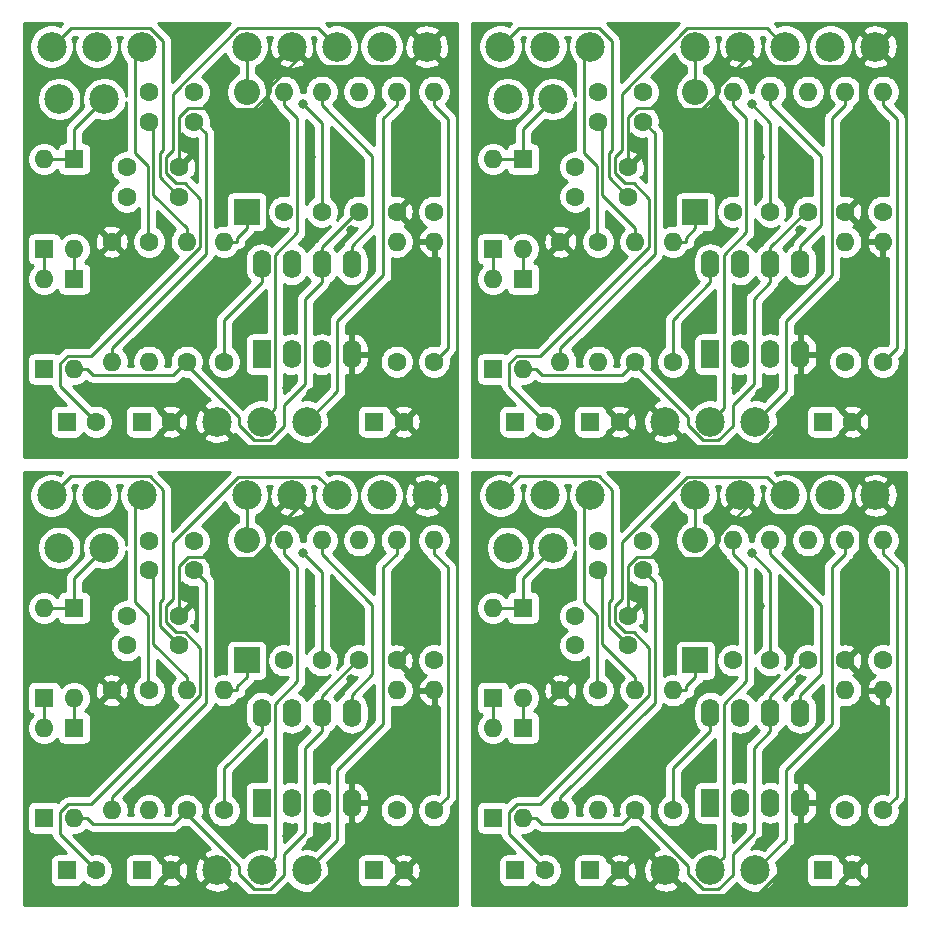
<source format=gbl>
G04 #@! TF.GenerationSoftware,KiCad,Pcbnew,(5.1.5-0-10_14)*
G04 #@! TF.CreationDate,2021-05-05T16:14:28+09:00*
G04 #@! TF.ProjectId,Eternity,45746572-6e69-4747-992e-6b696361645f,rev?*
G04 #@! TF.SameCoordinates,Original*
G04 #@! TF.FileFunction,Copper,L2,Bot*
G04 #@! TF.FilePolarity,Positive*
%FSLAX46Y46*%
G04 Gerber Fmt 4.6, Leading zero omitted, Abs format (unit mm)*
G04 Created by KiCad (PCBNEW (5.1.5-0-10_14)) date 2021-05-05 16:14:28*
%MOMM*%
%LPD*%
G04 APERTURE LIST*
%ADD10C,2.500000*%
%ADD11O,1.600000X2.400000*%
%ADD12R,1.600000X2.400000*%
%ADD13C,1.600000*%
%ADD14O,1.600000X1.600000*%
%ADD15R,1.600000X1.600000*%
%ADD16O,2.200000X2.200000*%
%ADD17R,2.200000X2.200000*%
%ADD18C,0.800000*%
%ADD19C,0.250000*%
%ADD20C,0.254000*%
G04 APERTURE END LIST*
D10*
X167540000Y-125630000D03*
X129540000Y-125630000D03*
X167540000Y-87630000D03*
D11*
X168810000Y-144045000D03*
X176430000Y-151665000D03*
X171350000Y-144045000D03*
X173890000Y-151665000D03*
X173890000Y-144045000D03*
X171350000Y-151665000D03*
X176430000Y-144045000D03*
D12*
X168810000Y-151665000D03*
D11*
X130810000Y-144045000D03*
X138430000Y-151665000D03*
X133350000Y-144045000D03*
X135890000Y-151665000D03*
X135890000Y-144045000D03*
X133350000Y-151665000D03*
X138430000Y-144045000D03*
D12*
X130810000Y-151665000D03*
D11*
X168810000Y-106045000D03*
X176430000Y-113665000D03*
X171350000Y-106045000D03*
X173890000Y-113665000D03*
X173890000Y-106045000D03*
X171350000Y-113665000D03*
X176430000Y-106045000D03*
D12*
X168810000Y-113665000D03*
D13*
X170715000Y-139600000D03*
D14*
X170715000Y-129440000D03*
D13*
X132715000Y-139600000D03*
D14*
X132715000Y-129440000D03*
D13*
X170715000Y-101600000D03*
D14*
X170715000Y-91440000D03*
X156110000Y-152300000D03*
D13*
X156110000Y-142140000D03*
D14*
X118110000Y-152300000D03*
D13*
X118110000Y-142140000D03*
D14*
X156110000Y-114300000D03*
D13*
X156110000Y-104140000D03*
X159285000Y-142140000D03*
D14*
X159285000Y-152300000D03*
D13*
X121285000Y-142140000D03*
D14*
X121285000Y-152300000D03*
D13*
X159285000Y-104140000D03*
D14*
X159285000Y-114300000D03*
X180240000Y-142140000D03*
D13*
X180240000Y-152300000D03*
D14*
X142240000Y-142140000D03*
D13*
X142240000Y-152300000D03*
D14*
X180240000Y-104140000D03*
D13*
X180240000Y-114300000D03*
D14*
X173890000Y-129440000D03*
D13*
X173890000Y-139600000D03*
D14*
X135890000Y-129440000D03*
D13*
X135890000Y-139600000D03*
D14*
X173890000Y-91440000D03*
D13*
X173890000Y-101600000D03*
X177065000Y-139600000D03*
D14*
X177065000Y-129440000D03*
D13*
X139065000Y-139600000D03*
D14*
X139065000Y-129440000D03*
D13*
X177065000Y-101600000D03*
D14*
X177065000Y-91440000D03*
X162460000Y-142140000D03*
D13*
X162460000Y-152300000D03*
D14*
X124460000Y-142140000D03*
D13*
X124460000Y-152300000D03*
D14*
X162460000Y-104140000D03*
D13*
X162460000Y-114300000D03*
X180240000Y-139600000D03*
D14*
X180240000Y-129440000D03*
D13*
X142240000Y-139600000D03*
D14*
X142240000Y-129440000D03*
D13*
X180240000Y-101600000D03*
D14*
X180240000Y-91440000D03*
X183415000Y-142140000D03*
D13*
X183415000Y-152300000D03*
D14*
X145415000Y-142140000D03*
D13*
X145415000Y-152300000D03*
D14*
X183415000Y-104140000D03*
D13*
X183415000Y-114300000D03*
X183415000Y-139600000D03*
D14*
X183415000Y-129440000D03*
D13*
X145415000Y-139600000D03*
D14*
X145415000Y-129440000D03*
D13*
X183415000Y-101600000D03*
D14*
X183415000Y-91440000D03*
X165635000Y-142140000D03*
D13*
X165635000Y-152300000D03*
D14*
X127635000Y-142140000D03*
D13*
X127635000Y-152300000D03*
D14*
X165635000Y-104140000D03*
D13*
X165635000Y-114300000D03*
D10*
X171350000Y-125630000D03*
X133350000Y-125630000D03*
X171350000Y-87630000D03*
X165000000Y-157380000D03*
X127000000Y-157380000D03*
X165000000Y-119380000D03*
X168810000Y-157380000D03*
X130810000Y-157380000D03*
X168810000Y-119380000D03*
X182780000Y-125630000D03*
X144780000Y-125630000D03*
X182780000Y-87630000D03*
X178970000Y-125630000D03*
X140970000Y-125630000D03*
X178970000Y-87630000D03*
X175160000Y-125630000D03*
X137160000Y-125630000D03*
X175160000Y-87630000D03*
X158650000Y-125630000D03*
X120650000Y-125630000D03*
X158650000Y-87630000D03*
X154840000Y-125630000D03*
X116840000Y-125630000D03*
X154840000Y-87630000D03*
X151030000Y-125630000D03*
X113030000Y-125630000D03*
X151030000Y-87630000D03*
X155475000Y-130075000D03*
X117475000Y-130075000D03*
X155475000Y-92075000D03*
X151665000Y-130075000D03*
X113665000Y-130075000D03*
X151665000Y-92075000D03*
X172620000Y-157380000D03*
X134620000Y-157380000D03*
X172620000Y-119380000D03*
D14*
X152935000Y-142775000D03*
D15*
X152935000Y-135155000D03*
D14*
X114935000Y-142775000D03*
D15*
X114935000Y-135155000D03*
D14*
X152935000Y-104775000D03*
D15*
X152935000Y-97155000D03*
D14*
X150395000Y-135155000D03*
D15*
X150395000Y-142775000D03*
D14*
X112395000Y-135155000D03*
D15*
X112395000Y-142775000D03*
D14*
X150395000Y-97155000D03*
D15*
X150395000Y-104775000D03*
X152935000Y-145315000D03*
D14*
X152935000Y-152935000D03*
D15*
X114935000Y-145315000D03*
D14*
X114935000Y-152935000D03*
D15*
X152935000Y-107315000D03*
D14*
X152935000Y-114935000D03*
D15*
X150395000Y-152935000D03*
D14*
X150395000Y-145315000D03*
D15*
X112395000Y-152935000D03*
D14*
X112395000Y-145315000D03*
D15*
X150395000Y-114935000D03*
D14*
X150395000Y-107315000D03*
D16*
X167540000Y-129440000D03*
D17*
X167540000Y-139600000D03*
D16*
X129540000Y-129440000D03*
D17*
X129540000Y-139600000D03*
D16*
X167540000Y-91440000D03*
D17*
X167540000Y-101600000D03*
D13*
X163095000Y-129480000D03*
X163095000Y-131980000D03*
X125095000Y-129480000D03*
X125095000Y-131980000D03*
X163095000Y-91480000D03*
X163095000Y-93980000D03*
X154800000Y-157380000D03*
D15*
X152300000Y-157380000D03*
D13*
X116800000Y-157380000D03*
D15*
X114300000Y-157380000D03*
D13*
X154800000Y-119380000D03*
D15*
X152300000Y-119380000D03*
D13*
X161825000Y-138330000D03*
X161825000Y-135830000D03*
X123825000Y-138330000D03*
X123825000Y-135830000D03*
X161825000Y-100330000D03*
X161825000Y-97830000D03*
X157380000Y-135830000D03*
X157380000Y-138330000D03*
X119380000Y-135830000D03*
X119380000Y-138330000D03*
X157380000Y-97830000D03*
X157380000Y-100330000D03*
X159285000Y-131980000D03*
X159285000Y-129480000D03*
X121285000Y-131980000D03*
X121285000Y-129480000D03*
X159285000Y-93980000D03*
X159285000Y-91480000D03*
D15*
X158650000Y-157380000D03*
D13*
X161150000Y-157380000D03*
D15*
X120650000Y-157380000D03*
D13*
X123150000Y-157380000D03*
D15*
X158650000Y-119380000D03*
D13*
X161150000Y-119380000D03*
X180835000Y-157380000D03*
D15*
X178335000Y-157380000D03*
D13*
X142835000Y-157380000D03*
D15*
X140335000Y-157380000D03*
D13*
X180835000Y-119380000D03*
D15*
X178335000Y-119380000D03*
D10*
X129540000Y-87630000D03*
D15*
X140335000Y-119380000D03*
D13*
X142835000Y-119380000D03*
X123150000Y-119380000D03*
D15*
X120650000Y-119380000D03*
D13*
X121285000Y-91480000D03*
X121285000Y-93980000D03*
X119380000Y-100330000D03*
X119380000Y-97830000D03*
X123825000Y-97830000D03*
X123825000Y-100330000D03*
D15*
X114300000Y-119380000D03*
D13*
X116800000Y-119380000D03*
X125095000Y-93980000D03*
X125095000Y-91480000D03*
D17*
X129540000Y-101600000D03*
D16*
X129540000Y-91440000D03*
D14*
X112395000Y-107315000D03*
D15*
X112395000Y-114935000D03*
D14*
X114935000Y-114935000D03*
D15*
X114935000Y-107315000D03*
X112395000Y-104775000D03*
D14*
X112395000Y-97155000D03*
D15*
X114935000Y-97155000D03*
D14*
X114935000Y-104775000D03*
D10*
X134620000Y-119380000D03*
X113665000Y-92075000D03*
X117475000Y-92075000D03*
X113030000Y-87630000D03*
X116840000Y-87630000D03*
X120650000Y-87630000D03*
X137160000Y-87630000D03*
X140970000Y-87630000D03*
X144780000Y-87630000D03*
X130810000Y-119380000D03*
X127000000Y-119380000D03*
X133350000Y-87630000D03*
D13*
X127635000Y-114300000D03*
D14*
X127635000Y-104140000D03*
X145415000Y-91440000D03*
D13*
X145415000Y-101600000D03*
X145415000Y-114300000D03*
D14*
X145415000Y-104140000D03*
X142240000Y-91440000D03*
D13*
X142240000Y-101600000D03*
X124460000Y-114300000D03*
D14*
X124460000Y-104140000D03*
X139065000Y-91440000D03*
D13*
X139065000Y-101600000D03*
X135890000Y-101600000D03*
D14*
X135890000Y-91440000D03*
D13*
X142240000Y-114300000D03*
D14*
X142240000Y-104140000D03*
X121285000Y-114300000D03*
D13*
X121285000Y-104140000D03*
X118110000Y-104140000D03*
D14*
X118110000Y-114300000D03*
X132715000Y-91440000D03*
D13*
X132715000Y-101600000D03*
D12*
X130810000Y-113665000D03*
D11*
X138430000Y-106045000D03*
X133350000Y-113665000D03*
X135890000Y-106045000D03*
X135890000Y-113665000D03*
X133350000Y-106045000D03*
X138430000Y-113665000D03*
X130810000Y-106045000D03*
D18*
X139617000Y-116617000D03*
X141500000Y-110500000D03*
X145000000Y-110000000D03*
X145500000Y-117500000D03*
X145500000Y-121500000D03*
X121000000Y-122000000D03*
X112000000Y-121500000D03*
X112000000Y-117500000D03*
X119000000Y-117000000D03*
X124500000Y-117000000D03*
X129000000Y-117500000D03*
X125000000Y-110000000D03*
X121500000Y-112000000D03*
X127500000Y-107500000D03*
X136500000Y-109500000D03*
X133500000Y-109500000D03*
X129000000Y-98000000D03*
X128500000Y-94000000D03*
X138000000Y-98500000D03*
X124500000Y-87500000D03*
X138000000Y-93000000D03*
X135000000Y-117000000D03*
X133000000Y-116500000D03*
X135000000Y-97000000D03*
X135000000Y-103200000D03*
X138400000Y-103200000D03*
X177617000Y-116617000D03*
X139617000Y-154617000D03*
X177617000Y-154617000D03*
X179500000Y-110500000D03*
X141500000Y-148500000D03*
X179500000Y-148500000D03*
X183000000Y-110000000D03*
X145000000Y-148000000D03*
X183000000Y-148000000D03*
X183500000Y-117500000D03*
X145500000Y-155500000D03*
X183500000Y-155500000D03*
X183500000Y-121500000D03*
X145500000Y-159500000D03*
X183500000Y-159500000D03*
X159000000Y-122000000D03*
X121000000Y-160000000D03*
X159000000Y-160000000D03*
X150000000Y-121500000D03*
X112000000Y-159500000D03*
X150000000Y-159500000D03*
X150000000Y-117500000D03*
X112000000Y-155500000D03*
X150000000Y-155500000D03*
X157000000Y-117000000D03*
X119000000Y-155000000D03*
X157000000Y-155000000D03*
X162500000Y-117000000D03*
X124500000Y-155000000D03*
X162500000Y-155000000D03*
X167000000Y-117500000D03*
X129000000Y-155500000D03*
X167000000Y-155500000D03*
X163000000Y-110000000D03*
X125000000Y-148000000D03*
X163000000Y-148000000D03*
X159500000Y-112000000D03*
X121500000Y-150000000D03*
X159500000Y-150000000D03*
X165500000Y-107500000D03*
X127500000Y-145500000D03*
X165500000Y-145500000D03*
X174500000Y-109500000D03*
X136500000Y-147500000D03*
X174500000Y-147500000D03*
X171500000Y-109500000D03*
X133500000Y-147500000D03*
X171500000Y-147500000D03*
X167000000Y-98000000D03*
X129000000Y-136000000D03*
X167000000Y-136000000D03*
X166500000Y-94000000D03*
X128500000Y-132000000D03*
X166500000Y-132000000D03*
X176000000Y-98500000D03*
X138000000Y-136500000D03*
X176000000Y-136500000D03*
X162500000Y-87500000D03*
X124500000Y-125500000D03*
X162500000Y-125500000D03*
X176000000Y-93000000D03*
X138000000Y-131000000D03*
X176000000Y-131000000D03*
X173000000Y-117000000D03*
X135000000Y-155000000D03*
X173000000Y-155000000D03*
X171000000Y-116500000D03*
X133000000Y-154500000D03*
X171000000Y-154500000D03*
X173000000Y-97000000D03*
X135000000Y-135000000D03*
X173000000Y-135000000D03*
X173000000Y-103200000D03*
X135000000Y-141200000D03*
X173000000Y-141200000D03*
X176400000Y-103200000D03*
X138400000Y-141200000D03*
X176400000Y-141200000D03*
X134302500Y-92497900D03*
X172302500Y-92497900D03*
X134302500Y-130497900D03*
X172302500Y-130497900D03*
D19*
X129540000Y-91440000D02*
X129540000Y-87630000D01*
X167540000Y-91440000D02*
X167540000Y-87630000D01*
X129540000Y-129440000D02*
X129540000Y-125630000D01*
X167540000Y-129440000D02*
X167540000Y-125630000D01*
X130810000Y-106045000D02*
X130810000Y-107570000D01*
X130810000Y-107570000D02*
X127635000Y-110745000D01*
X127635000Y-110745000D02*
X127635000Y-114300000D01*
X168810000Y-106045000D02*
X168810000Y-107570000D01*
X130810000Y-144045000D02*
X130810000Y-145570000D01*
X168810000Y-144045000D02*
X168810000Y-145570000D01*
X168810000Y-107570000D02*
X165635000Y-110745000D01*
X130810000Y-145570000D02*
X127635000Y-148745000D01*
X168810000Y-145570000D02*
X165635000Y-148745000D01*
X165635000Y-110745000D02*
X165635000Y-114300000D01*
X127635000Y-148745000D02*
X127635000Y-152300000D01*
X165635000Y-148745000D02*
X165635000Y-152300000D01*
X143431000Y-89272100D02*
X143431000Y-100409000D01*
X143431000Y-100409000D02*
X142240000Y-101600000D01*
X139617000Y-116617000D02*
X134783000Y-121452000D01*
X134783000Y-121452000D02*
X129072000Y-121452000D01*
X129072000Y-121452000D02*
X127000000Y-119380000D01*
X138430000Y-113665000D02*
X138430000Y-115190000D01*
X138430000Y-115190000D02*
X139737000Y-116498000D01*
X142835000Y-119380000D02*
X139953000Y-116498000D01*
X139953000Y-116498000D02*
X139737000Y-116498000D01*
X139737000Y-116498000D02*
X139617000Y-116617000D01*
X144780000Y-87630000D02*
X143431000Y-88979400D01*
X143431000Y-88979400D02*
X143431000Y-89272100D01*
X123825000Y-97830000D02*
X123825000Y-93624200D01*
X123825000Y-93624200D02*
X124600000Y-92849400D01*
X124600000Y-92849400D02*
X127653000Y-92849400D01*
X127653000Y-92849400D02*
X127708000Y-92903900D01*
X127708000Y-92903900D02*
X130128000Y-92903900D01*
X130128000Y-92903900D02*
X131534000Y-91497600D01*
X131534000Y-91497600D02*
X131534000Y-90969500D01*
X131534000Y-90969500D02*
X134112000Y-88391900D01*
X143431000Y-89272100D02*
X134992000Y-89272100D01*
X134992000Y-89272100D02*
X134112000Y-88391900D01*
X134112000Y-88391900D02*
X133350000Y-87630000D01*
X162600000Y-92849400D02*
X165653000Y-92849400D01*
X124600000Y-130849400D02*
X127653000Y-130849400D01*
X162600000Y-130849400D02*
X165653000Y-130849400D01*
X165653000Y-92849400D02*
X165708000Y-92903900D01*
X127653000Y-130849400D02*
X127708000Y-130903900D01*
X165653000Y-130849400D02*
X165708000Y-130903900D01*
X165708000Y-92903900D02*
X168128000Y-92903900D01*
X127708000Y-130903900D02*
X130128000Y-130903900D01*
X165708000Y-130903900D02*
X168128000Y-130903900D01*
X168128000Y-92903900D02*
X169534000Y-91497600D01*
X130128000Y-130903900D02*
X131534000Y-129497600D01*
X168128000Y-130903900D02*
X169534000Y-129497600D01*
X169534000Y-91497600D02*
X169534000Y-90969500D01*
X131534000Y-129497600D02*
X131534000Y-128969500D01*
X169534000Y-129497600D02*
X169534000Y-128969500D01*
X169534000Y-90969500D02*
X172112000Y-88391900D01*
X131534000Y-128969500D02*
X134112000Y-126391900D01*
X169534000Y-128969500D02*
X172112000Y-126391900D01*
X181431000Y-89272100D02*
X172992000Y-89272100D01*
X143431000Y-127272100D02*
X134992000Y-127272100D01*
X181431000Y-127272100D02*
X172992000Y-127272100D01*
X172992000Y-89272100D02*
X172112000Y-88391900D01*
X134992000Y-127272100D02*
X134112000Y-126391900D01*
X172992000Y-127272100D02*
X172112000Y-126391900D01*
X172112000Y-88391900D02*
X171350000Y-87630000D01*
X134112000Y-126391900D02*
X133350000Y-125630000D01*
X172112000Y-126391900D02*
X171350000Y-125630000D01*
X181431000Y-89272100D02*
X181431000Y-100409000D01*
X143431000Y-127272100D02*
X143431000Y-138409000D01*
X181431000Y-127272100D02*
X181431000Y-138409000D01*
X181431000Y-100409000D02*
X180240000Y-101600000D01*
X143431000Y-138409000D02*
X142240000Y-139600000D01*
X181431000Y-138409000D02*
X180240000Y-139600000D01*
X177617000Y-116617000D02*
X172783000Y-121452000D01*
X139617000Y-154617000D02*
X134783000Y-159452000D01*
X177617000Y-154617000D02*
X172783000Y-159452000D01*
X172783000Y-121452000D02*
X167072000Y-121452000D01*
X134783000Y-159452000D02*
X129072000Y-159452000D01*
X172783000Y-159452000D02*
X167072000Y-159452000D01*
X167072000Y-121452000D02*
X165000000Y-119380000D01*
X129072000Y-159452000D02*
X127000000Y-157380000D01*
X167072000Y-159452000D02*
X165000000Y-157380000D01*
X176430000Y-113665000D02*
X176430000Y-115190000D01*
X138430000Y-151665000D02*
X138430000Y-153190000D01*
X176430000Y-151665000D02*
X176430000Y-153190000D01*
X176430000Y-115190000D02*
X177737000Y-116498000D01*
X138430000Y-153190000D02*
X139737000Y-154498000D01*
X176430000Y-153190000D02*
X177737000Y-154498000D01*
X180835000Y-119380000D02*
X177953000Y-116498000D01*
X142835000Y-157380000D02*
X139953000Y-154498000D01*
X180835000Y-157380000D02*
X177953000Y-154498000D01*
X177953000Y-116498000D02*
X177737000Y-116498000D01*
X139953000Y-154498000D02*
X139737000Y-154498000D01*
X177953000Y-154498000D02*
X177737000Y-154498000D01*
X177737000Y-116498000D02*
X177617000Y-116617000D01*
X139737000Y-154498000D02*
X139617000Y-154617000D01*
X177737000Y-154498000D02*
X177617000Y-154617000D01*
X182780000Y-87630000D02*
X181431000Y-88979400D01*
X144780000Y-125630000D02*
X143431000Y-126979400D01*
X182780000Y-125630000D02*
X181431000Y-126979400D01*
X181431000Y-88979400D02*
X181431000Y-89272100D01*
X143431000Y-126979400D02*
X143431000Y-127272100D01*
X181431000Y-126979400D02*
X181431000Y-127272100D01*
X161825000Y-97830000D02*
X161825000Y-93624200D01*
X123825000Y-135830000D02*
X123825000Y-131624200D01*
X161825000Y-135830000D02*
X161825000Y-131624200D01*
X161825000Y-93624200D02*
X162600000Y-92849400D01*
X123825000Y-131624200D02*
X124600000Y-130849400D01*
X161825000Y-131624200D02*
X162600000Y-130849400D01*
X124460000Y-104140000D02*
X124460000Y-103015000D01*
X124460000Y-103015000D02*
X121628000Y-100182000D01*
X121628000Y-100182000D02*
X121628000Y-94322500D01*
X121628000Y-94322500D02*
X121285000Y-93980000D01*
X162460000Y-104140000D02*
X162460000Y-103015000D01*
X124460000Y-142140000D02*
X124460000Y-141015000D01*
X162460000Y-142140000D02*
X162460000Y-141015000D01*
X162460000Y-103015000D02*
X159628000Y-100182000D01*
X124460000Y-141015000D02*
X121628000Y-138182000D01*
X162460000Y-141015000D02*
X159628000Y-138182000D01*
X159628000Y-100182000D02*
X159628000Y-94322500D01*
X121628000Y-138182000D02*
X121628000Y-132322500D01*
X159628000Y-138182000D02*
X159628000Y-132322500D01*
X159628000Y-94322500D02*
X159285000Y-93980000D01*
X121628000Y-132322500D02*
X121285000Y-131980000D01*
X159628000Y-132322500D02*
X159285000Y-131980000D01*
X142240000Y-91440000D02*
X142240000Y-92565300D01*
X142240000Y-92565300D02*
X141115000Y-93690600D01*
X141115000Y-93690600D02*
X141115000Y-106982000D01*
X141115000Y-106982000D02*
X137234000Y-110863000D01*
X137234000Y-110863000D02*
X137234000Y-116766000D01*
X137234000Y-116766000D02*
X134620000Y-119380000D01*
X180240000Y-91440000D02*
X180240000Y-92565300D01*
X142240000Y-129440000D02*
X142240000Y-130565300D01*
X180240000Y-129440000D02*
X180240000Y-130565300D01*
X180240000Y-92565300D02*
X179115000Y-93690600D01*
X142240000Y-130565300D02*
X141115000Y-131690600D01*
X180240000Y-130565300D02*
X179115000Y-131690600D01*
X179115000Y-93690600D02*
X179115000Y-106982000D01*
X141115000Y-131690600D02*
X141115000Y-144982000D01*
X179115000Y-131690600D02*
X179115000Y-144982000D01*
X179115000Y-106982000D02*
X175234000Y-110863000D01*
X141115000Y-144982000D02*
X137234000Y-148863000D01*
X179115000Y-144982000D02*
X175234000Y-148863000D01*
X175234000Y-110863000D02*
X175234000Y-116766000D01*
X137234000Y-148863000D02*
X137234000Y-154766000D01*
X175234000Y-148863000D02*
X175234000Y-154766000D01*
X175234000Y-116766000D02*
X172620000Y-119380000D01*
X137234000Y-154766000D02*
X134620000Y-157380000D01*
X175234000Y-154766000D02*
X172620000Y-157380000D01*
X138430000Y-106045000D02*
X138430000Y-104520000D01*
X138430000Y-104520000D02*
X140193000Y-102757000D01*
X140193000Y-102757000D02*
X140193000Y-96868100D01*
X140193000Y-96868100D02*
X135890000Y-92565300D01*
X135890000Y-92565300D02*
X135890000Y-91440000D01*
X176430000Y-106045000D02*
X176430000Y-104520000D01*
X138430000Y-144045000D02*
X138430000Y-142520000D01*
X176430000Y-144045000D02*
X176430000Y-142520000D01*
X176430000Y-104520000D02*
X178193000Y-102757000D01*
X138430000Y-142520000D02*
X140193000Y-140757000D01*
X176430000Y-142520000D02*
X178193000Y-140757000D01*
X178193000Y-102757000D02*
X178193000Y-96868100D01*
X140193000Y-140757000D02*
X140193000Y-134868100D01*
X178193000Y-140757000D02*
X178193000Y-134868100D01*
X178193000Y-96868100D02*
X173890000Y-92565300D01*
X140193000Y-134868100D02*
X135890000Y-130565300D01*
X178193000Y-134868100D02*
X173890000Y-130565300D01*
X173890000Y-92565300D02*
X173890000Y-91440000D01*
X135890000Y-130565300D02*
X135890000Y-129440000D01*
X173890000Y-130565300D02*
X173890000Y-129440000D01*
X113030000Y-87630000D02*
X114639000Y-86021100D01*
X114639000Y-86021100D02*
X121333000Y-86021100D01*
X121333000Y-86021100D02*
X122444000Y-87131700D01*
X122444000Y-87131700D02*
X122444000Y-96377200D01*
X122444000Y-96377200D02*
X122190000Y-96630500D01*
X122190000Y-96630500D02*
X122190000Y-98695400D01*
X122190000Y-98695400D02*
X123825000Y-100330000D01*
X151030000Y-87630000D02*
X152639000Y-86021100D01*
X113030000Y-125630000D02*
X114639000Y-124021100D01*
X151030000Y-125630000D02*
X152639000Y-124021100D01*
X152639000Y-86021100D02*
X159333000Y-86021100D01*
X114639000Y-124021100D02*
X121333000Y-124021100D01*
X152639000Y-124021100D02*
X159333000Y-124021100D01*
X159333000Y-86021100D02*
X160444000Y-87131700D01*
X121333000Y-124021100D02*
X122444000Y-125131700D01*
X159333000Y-124021100D02*
X160444000Y-125131700D01*
X160444000Y-87131700D02*
X160444000Y-96377200D01*
X122444000Y-125131700D02*
X122444000Y-134377200D01*
X160444000Y-125131700D02*
X160444000Y-134377200D01*
X160444000Y-96377200D02*
X160190000Y-96630500D01*
X122444000Y-134377200D02*
X122190000Y-134630500D01*
X160444000Y-134377200D02*
X160190000Y-134630500D01*
X160190000Y-96630500D02*
X160190000Y-98695400D01*
X122190000Y-134630500D02*
X122190000Y-136695400D01*
X160190000Y-134630500D02*
X160190000Y-136695400D01*
X160190000Y-98695400D02*
X161825000Y-100330000D01*
X122190000Y-136695400D02*
X123825000Y-138330000D01*
X160190000Y-136695400D02*
X161825000Y-138330000D01*
X116800000Y-119380000D02*
X113756000Y-116336000D01*
X113756000Y-116336000D02*
X113756000Y-114456000D01*
X113756000Y-114456000D02*
X114417000Y-113795000D01*
X114417000Y-113795000D02*
X116398000Y-113795000D01*
X116398000Y-113795000D02*
X125631000Y-104562000D01*
X125631000Y-104562000D02*
X125631000Y-100517000D01*
X125631000Y-100517000D02*
X124319000Y-99204600D01*
X124319000Y-99204600D02*
X123578000Y-99204600D01*
X123578000Y-99204600D02*
X122697000Y-98323400D01*
X122697000Y-98323400D02*
X122697000Y-96986200D01*
X122697000Y-96986200D02*
X123294000Y-96389000D01*
X123294000Y-96389000D02*
X123294000Y-91602000D01*
X123294000Y-91602000D02*
X128851000Y-86044900D01*
X128851000Y-86044900D02*
X135575000Y-86044900D01*
X135575000Y-86044900D02*
X137160000Y-87630000D01*
X154800000Y-119380000D02*
X151756000Y-116336000D01*
X116800000Y-157380000D02*
X113756000Y-154336000D01*
X154800000Y-157380000D02*
X151756000Y-154336000D01*
X151756000Y-116336000D02*
X151756000Y-114456000D01*
X113756000Y-154336000D02*
X113756000Y-152456000D01*
X151756000Y-154336000D02*
X151756000Y-152456000D01*
X151756000Y-114456000D02*
X152417000Y-113795000D01*
X113756000Y-152456000D02*
X114417000Y-151795000D01*
X151756000Y-152456000D02*
X152417000Y-151795000D01*
X152417000Y-113795000D02*
X154398000Y-113795000D01*
X114417000Y-151795000D02*
X116398000Y-151795000D01*
X152417000Y-151795000D02*
X154398000Y-151795000D01*
X154398000Y-113795000D02*
X163631000Y-104562000D01*
X116398000Y-151795000D02*
X125631000Y-142562000D01*
X154398000Y-151795000D02*
X163631000Y-142562000D01*
X163631000Y-104562000D02*
X163631000Y-100517000D01*
X125631000Y-142562000D02*
X125631000Y-138517000D01*
X163631000Y-142562000D02*
X163631000Y-138517000D01*
X163631000Y-100517000D02*
X162319000Y-99204600D01*
X125631000Y-138517000D02*
X124319000Y-137204600D01*
X163631000Y-138517000D02*
X162319000Y-137204600D01*
X162319000Y-99204600D02*
X161578000Y-99204600D01*
X124319000Y-137204600D02*
X123578000Y-137204600D01*
X162319000Y-137204600D02*
X161578000Y-137204600D01*
X161578000Y-99204600D02*
X160697000Y-98323400D01*
X123578000Y-137204600D02*
X122697000Y-136323400D01*
X161578000Y-137204600D02*
X160697000Y-136323400D01*
X160697000Y-98323400D02*
X160697000Y-96986200D01*
X122697000Y-136323400D02*
X122697000Y-134986200D01*
X160697000Y-136323400D02*
X160697000Y-134986200D01*
X160697000Y-96986200D02*
X161294000Y-96389000D01*
X122697000Y-134986200D02*
X123294000Y-134389000D01*
X160697000Y-134986200D02*
X161294000Y-134389000D01*
X161294000Y-96389000D02*
X161294000Y-91602000D01*
X123294000Y-134389000D02*
X123294000Y-129602000D01*
X161294000Y-134389000D02*
X161294000Y-129602000D01*
X161294000Y-91602000D02*
X166851000Y-86044900D01*
X123294000Y-129602000D02*
X128851000Y-124044900D01*
X161294000Y-129602000D02*
X166851000Y-124044900D01*
X166851000Y-86044900D02*
X173575000Y-86044900D01*
X128851000Y-124044900D02*
X135575000Y-124044900D01*
X166851000Y-124044900D02*
X173575000Y-124044900D01*
X173575000Y-86044900D02*
X175160000Y-87630000D01*
X135575000Y-124044900D02*
X137160000Y-125630000D01*
X173575000Y-124044900D02*
X175160000Y-125630000D01*
X118110000Y-114300000D02*
X118110000Y-113175000D01*
X118110000Y-113175000D02*
X126081000Y-105204000D01*
X126081000Y-105204000D02*
X126081000Y-94966100D01*
X126081000Y-94966100D02*
X125095000Y-93980000D01*
X156110000Y-114300000D02*
X156110000Y-113175000D01*
X118110000Y-152300000D02*
X118110000Y-151175000D01*
X156110000Y-152300000D02*
X156110000Y-151175000D01*
X156110000Y-113175000D02*
X164081000Y-105204000D01*
X118110000Y-151175000D02*
X126081000Y-143204000D01*
X156110000Y-151175000D02*
X164081000Y-143204000D01*
X164081000Y-105204000D02*
X164081000Y-94966100D01*
X126081000Y-143204000D02*
X126081000Y-132966100D01*
X164081000Y-143204000D02*
X164081000Y-132966100D01*
X164081000Y-94966100D02*
X163095000Y-93980000D01*
X126081000Y-132966100D02*
X125095000Y-131980000D01*
X164081000Y-132966100D02*
X163095000Y-131980000D01*
X129540000Y-101600000D02*
X129540000Y-103025000D01*
X129540000Y-103025000D02*
X128760000Y-103805000D01*
X128760000Y-103805000D02*
X128760000Y-104140000D01*
X128760000Y-104140000D02*
X127635000Y-104140000D01*
X167540000Y-101600000D02*
X167540000Y-103025000D01*
X129540000Y-139600000D02*
X129540000Y-141025000D01*
X167540000Y-139600000D02*
X167540000Y-141025000D01*
X167540000Y-103025000D02*
X166760000Y-103805000D01*
X129540000Y-141025000D02*
X128760000Y-141805000D01*
X167540000Y-141025000D02*
X166760000Y-141805000D01*
X166760000Y-103805000D02*
X166760000Y-104140000D01*
X128760000Y-141805000D02*
X128760000Y-142140000D01*
X166760000Y-141805000D02*
X166760000Y-142140000D01*
X166760000Y-104140000D02*
X165635000Y-104140000D01*
X128760000Y-142140000D02*
X127635000Y-142140000D01*
X166760000Y-142140000D02*
X165635000Y-142140000D01*
X124460000Y-114300000D02*
X124338000Y-114422000D01*
X114935000Y-114935000D02*
X116060000Y-114935000D01*
X116060000Y-114935000D02*
X116575000Y-115449000D01*
X116575000Y-115449000D02*
X123311000Y-115449000D01*
X123311000Y-115449000D02*
X124338000Y-114422000D01*
X135890000Y-106045000D02*
X135890000Y-104632000D01*
X135890000Y-104632000D02*
X138922000Y-101600000D01*
X138922000Y-101600000D02*
X139065000Y-101600000D01*
X135890000Y-106045000D02*
X135890000Y-107570000D01*
X135890000Y-107570000D02*
X134475000Y-108985000D01*
X134475000Y-108985000D02*
X134475000Y-116234000D01*
X134475000Y-116234000D02*
X132701000Y-118009000D01*
X132701000Y-118009000D02*
X132701000Y-119734000D01*
X132701000Y-119734000D02*
X131479000Y-120956000D01*
X131479000Y-120956000D02*
X130153000Y-120956000D01*
X130153000Y-120956000D02*
X128905000Y-119708000D01*
X128905000Y-119708000D02*
X128905000Y-118990000D01*
X128905000Y-118990000D02*
X124338000Y-114422000D01*
X162460000Y-114300000D02*
X162338000Y-114422000D01*
X124460000Y-152300000D02*
X124338000Y-152422000D01*
X162460000Y-152300000D02*
X162338000Y-152422000D01*
X152935000Y-114935000D02*
X154060000Y-114935000D01*
X114935000Y-152935000D02*
X116060000Y-152935000D01*
X152935000Y-152935000D02*
X154060000Y-152935000D01*
X154060000Y-114935000D02*
X154575000Y-115449000D01*
X116060000Y-152935000D02*
X116575000Y-153449000D01*
X154060000Y-152935000D02*
X154575000Y-153449000D01*
X154575000Y-115449000D02*
X161311000Y-115449000D01*
X116575000Y-153449000D02*
X123311000Y-153449000D01*
X154575000Y-153449000D02*
X161311000Y-153449000D01*
X161311000Y-115449000D02*
X162338000Y-114422000D01*
X123311000Y-153449000D02*
X124338000Y-152422000D01*
X161311000Y-153449000D02*
X162338000Y-152422000D01*
X173890000Y-106045000D02*
X173890000Y-104632000D01*
X135890000Y-144045000D02*
X135890000Y-142632000D01*
X173890000Y-144045000D02*
X173890000Y-142632000D01*
X173890000Y-104632000D02*
X176922000Y-101600000D01*
X135890000Y-142632000D02*
X138922000Y-139600000D01*
X173890000Y-142632000D02*
X176922000Y-139600000D01*
X176922000Y-101600000D02*
X177065000Y-101600000D01*
X138922000Y-139600000D02*
X139065000Y-139600000D01*
X176922000Y-139600000D02*
X177065000Y-139600000D01*
X173890000Y-106045000D02*
X173890000Y-107570000D01*
X135890000Y-144045000D02*
X135890000Y-145570000D01*
X173890000Y-144045000D02*
X173890000Y-145570000D01*
X173890000Y-107570000D02*
X172475000Y-108985000D01*
X135890000Y-145570000D02*
X134475000Y-146985000D01*
X173890000Y-145570000D02*
X172475000Y-146985000D01*
X172475000Y-108985000D02*
X172475000Y-116234000D01*
X134475000Y-146985000D02*
X134475000Y-154234000D01*
X172475000Y-146985000D02*
X172475000Y-154234000D01*
X172475000Y-116234000D02*
X170701000Y-118009000D01*
X134475000Y-154234000D02*
X132701000Y-156009000D01*
X172475000Y-154234000D02*
X170701000Y-156009000D01*
X170701000Y-118009000D02*
X170701000Y-119734000D01*
X132701000Y-156009000D02*
X132701000Y-157734000D01*
X170701000Y-156009000D02*
X170701000Y-157734000D01*
X170701000Y-119734000D02*
X169479000Y-120956000D01*
X132701000Y-157734000D02*
X131479000Y-158956000D01*
X170701000Y-157734000D02*
X169479000Y-158956000D01*
X169479000Y-120956000D02*
X168153000Y-120956000D01*
X131479000Y-158956000D02*
X130153000Y-158956000D01*
X169479000Y-158956000D02*
X168153000Y-158956000D01*
X168153000Y-120956000D02*
X166905000Y-119708000D01*
X130153000Y-158956000D02*
X128905000Y-157708000D01*
X168153000Y-158956000D02*
X166905000Y-157708000D01*
X166905000Y-119708000D02*
X166905000Y-118990000D01*
X128905000Y-157708000D02*
X128905000Y-156990000D01*
X166905000Y-157708000D02*
X166905000Y-156990000D01*
X166905000Y-118990000D02*
X162338000Y-114422000D01*
X128905000Y-156990000D02*
X124338000Y-152422000D01*
X166905000Y-156990000D02*
X162338000Y-152422000D01*
X112395000Y-104775000D02*
X112395000Y-107315000D01*
X150395000Y-104775000D02*
X150395000Y-107315000D01*
X112395000Y-142775000D02*
X112395000Y-145315000D01*
X150395000Y-142775000D02*
X150395000Y-145315000D01*
X114935000Y-104775000D02*
X114935000Y-107315000D01*
X152935000Y-104775000D02*
X152935000Y-107315000D01*
X114935000Y-142775000D02*
X114935000Y-145315000D01*
X152935000Y-142775000D02*
X152935000Y-145315000D01*
X114935000Y-97155000D02*
X114935000Y-94615000D01*
X114935000Y-94615000D02*
X117475000Y-92075000D01*
X114935000Y-97155000D02*
X112395000Y-97155000D01*
X152935000Y-97155000D02*
X152935000Y-94615000D01*
X114935000Y-135155000D02*
X114935000Y-132615000D01*
X152935000Y-135155000D02*
X152935000Y-132615000D01*
X152935000Y-94615000D02*
X155475000Y-92075000D01*
X114935000Y-132615000D02*
X117475000Y-130075000D01*
X152935000Y-132615000D02*
X155475000Y-130075000D01*
X152935000Y-97155000D02*
X150395000Y-97155000D01*
X114935000Y-135155000D02*
X112395000Y-135155000D01*
X152935000Y-135155000D02*
X150395000Y-135155000D01*
X120650000Y-87630000D02*
X120104000Y-88176500D01*
X120104000Y-88176500D02*
X120104000Y-96648500D01*
X120104000Y-96648500D02*
X121177000Y-97722200D01*
X121177000Y-97722200D02*
X121177000Y-104032000D01*
X121177000Y-104032000D02*
X121285000Y-104140000D01*
X158650000Y-87630000D02*
X158104000Y-88176500D01*
X120650000Y-125630000D02*
X120104000Y-126176500D01*
X158650000Y-125630000D02*
X158104000Y-126176500D01*
X158104000Y-88176500D02*
X158104000Y-96648500D01*
X120104000Y-126176500D02*
X120104000Y-134648500D01*
X158104000Y-126176500D02*
X158104000Y-134648500D01*
X158104000Y-96648500D02*
X159177000Y-97722200D01*
X120104000Y-134648500D02*
X121177000Y-135722200D01*
X158104000Y-134648500D02*
X159177000Y-135722200D01*
X159177000Y-97722200D02*
X159177000Y-104032000D01*
X121177000Y-135722200D02*
X121177000Y-142032000D01*
X159177000Y-135722200D02*
X159177000Y-142032000D01*
X159177000Y-104032000D02*
X159285000Y-104140000D01*
X121177000Y-142032000D02*
X121285000Y-142140000D01*
X159177000Y-142032000D02*
X159285000Y-142140000D01*
X132715000Y-91440000D02*
X132715000Y-92565300D01*
X132715000Y-92565300D02*
X133842000Y-93692300D01*
X133842000Y-93692300D02*
X133842000Y-103353000D01*
X133842000Y-103353000D02*
X131935000Y-105259000D01*
X131935000Y-105259000D02*
X131935000Y-118255000D01*
X131935000Y-118255000D02*
X130810000Y-119380000D01*
X170715000Y-91440000D02*
X170715000Y-92565300D01*
X132715000Y-129440000D02*
X132715000Y-130565300D01*
X170715000Y-129440000D02*
X170715000Y-130565300D01*
X170715000Y-92565300D02*
X171842000Y-93692300D01*
X132715000Y-130565300D02*
X133842000Y-131692300D01*
X170715000Y-130565300D02*
X171842000Y-131692300D01*
X171842000Y-93692300D02*
X171842000Y-103353000D01*
X133842000Y-131692300D02*
X133842000Y-141353000D01*
X171842000Y-131692300D02*
X171842000Y-141353000D01*
X171842000Y-103353000D02*
X169935000Y-105259000D01*
X133842000Y-141353000D02*
X131935000Y-143259000D01*
X171842000Y-141353000D02*
X169935000Y-143259000D01*
X169935000Y-105259000D02*
X169935000Y-118255000D01*
X131935000Y-143259000D02*
X131935000Y-156255000D01*
X169935000Y-143259000D02*
X169935000Y-156255000D01*
X169935000Y-118255000D02*
X168810000Y-119380000D01*
X131935000Y-156255000D02*
X130810000Y-157380000D01*
X169935000Y-156255000D02*
X168810000Y-157380000D01*
X134302500Y-92497900D02*
X135890000Y-94085400D01*
X135890000Y-94085400D02*
X135890000Y-101600000D01*
X145415000Y-91440000D02*
X145415000Y-92565300D01*
X145415000Y-92565300D02*
X146569200Y-93719500D01*
X146569200Y-93719500D02*
X146569200Y-113145800D01*
X146569200Y-113145800D02*
X145415000Y-114300000D01*
X172302500Y-92497900D02*
X173890000Y-94085400D01*
X134302500Y-130497900D02*
X135890000Y-132085400D01*
X172302500Y-130497900D02*
X173890000Y-132085400D01*
X173890000Y-94085400D02*
X173890000Y-101600000D01*
X135890000Y-132085400D02*
X135890000Y-139600000D01*
X173890000Y-132085400D02*
X173890000Y-139600000D01*
X183415000Y-91440000D02*
X183415000Y-92565300D01*
X145415000Y-129440000D02*
X145415000Y-130565300D01*
X183415000Y-129440000D02*
X183415000Y-130565300D01*
X183415000Y-92565300D02*
X184569200Y-93719500D01*
X145415000Y-130565300D02*
X146569200Y-131719500D01*
X183415000Y-130565300D02*
X184569200Y-131719500D01*
X184569200Y-93719500D02*
X184569200Y-113145800D01*
X146569200Y-131719500D02*
X146569200Y-151145800D01*
X184569200Y-131719500D02*
X184569200Y-151145800D01*
X184569200Y-113145800D02*
X183415000Y-114300000D01*
X146569200Y-151145800D02*
X145415000Y-152300000D01*
X184569200Y-151145800D02*
X183415000Y-152300000D01*
D20*
G36*
X113712770Y-85872503D02*
G01*
X113579834Y-85817439D01*
X113215656Y-85745000D01*
X112844344Y-85745000D01*
X112480166Y-85817439D01*
X112137118Y-85959534D01*
X111828382Y-86165825D01*
X111565825Y-86428382D01*
X111359534Y-86737118D01*
X111217439Y-87080166D01*
X111145000Y-87444344D01*
X111145000Y-87815656D01*
X111217439Y-88179834D01*
X111359534Y-88522882D01*
X111565825Y-88831618D01*
X111828382Y-89094175D01*
X112137118Y-89300466D01*
X112480166Y-89442561D01*
X112844344Y-89515000D01*
X113215656Y-89515000D01*
X113579834Y-89442561D01*
X113922882Y-89300466D01*
X114231618Y-89094175D01*
X114494175Y-88831618D01*
X114700466Y-88522882D01*
X114842561Y-88179834D01*
X114915000Y-87815656D01*
X114915000Y-87444344D01*
X114842561Y-87080166D01*
X114787541Y-86947337D01*
X114953788Y-86781100D01*
X115151316Y-86781100D01*
X115027439Y-87080166D01*
X114955000Y-87444344D01*
X114955000Y-87815656D01*
X115027439Y-88179834D01*
X115169534Y-88522882D01*
X115375825Y-88831618D01*
X115638382Y-89094175D01*
X115947118Y-89300466D01*
X116290166Y-89442561D01*
X116654344Y-89515000D01*
X117025656Y-89515000D01*
X117389834Y-89442561D01*
X117732882Y-89300466D01*
X118041618Y-89094175D01*
X118304175Y-88831618D01*
X118510466Y-88522882D01*
X118652561Y-88179834D01*
X118725000Y-87815656D01*
X118725000Y-87444344D01*
X118652561Y-87080166D01*
X118528684Y-86781100D01*
X118961316Y-86781100D01*
X118837439Y-87080166D01*
X118765000Y-87444344D01*
X118765000Y-87815656D01*
X118837439Y-88179834D01*
X118979534Y-88522882D01*
X119185825Y-88831618D01*
X119344000Y-88989793D01*
X119344000Y-91808908D01*
X119287561Y-91525166D01*
X119145466Y-91182118D01*
X118939175Y-90873382D01*
X118676618Y-90610825D01*
X118367882Y-90404534D01*
X118024834Y-90262439D01*
X117660656Y-90190000D01*
X117289344Y-90190000D01*
X116925166Y-90262439D01*
X116582118Y-90404534D01*
X116273382Y-90610825D01*
X116010825Y-90873382D01*
X115804534Y-91182118D01*
X115662439Y-91525166D01*
X115590000Y-91889344D01*
X115590000Y-92260656D01*
X115662439Y-92624834D01*
X115717481Y-92757717D01*
X114423998Y-94051201D01*
X114395000Y-94074999D01*
X114371202Y-94103997D01*
X114371201Y-94103998D01*
X114300026Y-94190724D01*
X114229454Y-94322754D01*
X114185998Y-94466015D01*
X114171324Y-94615000D01*
X114175001Y-94652332D01*
X114175001Y-95716928D01*
X114135000Y-95716928D01*
X114010518Y-95729188D01*
X113890820Y-95765498D01*
X113780506Y-95824463D01*
X113683815Y-95903815D01*
X113604463Y-96000506D01*
X113545498Y-96110820D01*
X113509188Y-96230518D01*
X113508357Y-96238961D01*
X113309759Y-96040363D01*
X113074727Y-95883320D01*
X112813574Y-95775147D01*
X112536335Y-95720000D01*
X112253665Y-95720000D01*
X111976426Y-95775147D01*
X111715273Y-95883320D01*
X111480241Y-96040363D01*
X111280363Y-96240241D01*
X111123320Y-96475273D01*
X111015147Y-96736426D01*
X110960000Y-97013665D01*
X110960000Y-97296335D01*
X111015147Y-97573574D01*
X111123320Y-97834727D01*
X111280363Y-98069759D01*
X111480241Y-98269637D01*
X111715273Y-98426680D01*
X111976426Y-98534853D01*
X112253665Y-98590000D01*
X112536335Y-98590000D01*
X112813574Y-98534853D01*
X113074727Y-98426680D01*
X113309759Y-98269637D01*
X113508357Y-98071039D01*
X113509188Y-98079482D01*
X113545498Y-98199180D01*
X113604463Y-98309494D01*
X113683815Y-98406185D01*
X113780506Y-98485537D01*
X113890820Y-98544502D01*
X114010518Y-98580812D01*
X114135000Y-98593072D01*
X115735000Y-98593072D01*
X115859482Y-98580812D01*
X115979180Y-98544502D01*
X116089494Y-98485537D01*
X116186185Y-98406185D01*
X116265537Y-98309494D01*
X116324502Y-98199180D01*
X116360812Y-98079482D01*
X116373072Y-97955000D01*
X116373072Y-96355000D01*
X116360812Y-96230518D01*
X116324502Y-96110820D01*
X116265537Y-96000506D01*
X116186185Y-95903815D01*
X116089494Y-95824463D01*
X115979180Y-95765498D01*
X115859482Y-95729188D01*
X115735000Y-95716928D01*
X115695000Y-95716928D01*
X115695000Y-94929801D01*
X116792283Y-93832519D01*
X116925166Y-93887561D01*
X117289344Y-93960000D01*
X117660656Y-93960000D01*
X118024834Y-93887561D01*
X118367882Y-93745466D01*
X118676618Y-93539175D01*
X118939175Y-93276618D01*
X119145466Y-92967882D01*
X119287561Y-92624834D01*
X119344000Y-92341092D01*
X119344001Y-96395000D01*
X119238665Y-96395000D01*
X118961426Y-96450147D01*
X118700273Y-96558320D01*
X118465241Y-96715363D01*
X118265363Y-96915241D01*
X118108320Y-97150273D01*
X118000147Y-97411426D01*
X117945000Y-97688665D01*
X117945000Y-97971335D01*
X118000147Y-98248574D01*
X118108320Y-98509727D01*
X118265363Y-98744759D01*
X118465241Y-98944637D01*
X118667827Y-99080000D01*
X118465241Y-99215363D01*
X118265363Y-99415241D01*
X118108320Y-99650273D01*
X118000147Y-99911426D01*
X117945000Y-100188665D01*
X117945000Y-100471335D01*
X118000147Y-100748574D01*
X118108320Y-101009727D01*
X118265363Y-101244759D01*
X118465241Y-101444637D01*
X118700273Y-101601680D01*
X118961426Y-101709853D01*
X119238665Y-101765000D01*
X119521335Y-101765000D01*
X119798574Y-101709853D01*
X120059727Y-101601680D01*
X120294759Y-101444637D01*
X120417001Y-101322395D01*
X120417001Y-102994119D01*
X120370241Y-103025363D01*
X120170363Y-103225241D01*
X120013320Y-103460273D01*
X119905147Y-103721426D01*
X119850000Y-103998665D01*
X119850000Y-104281335D01*
X119905147Y-104558574D01*
X120013320Y-104819727D01*
X120170363Y-105054759D01*
X120370241Y-105254637D01*
X120605273Y-105411680D01*
X120866426Y-105519853D01*
X121143665Y-105575000D01*
X121426335Y-105575000D01*
X121703574Y-105519853D01*
X121964727Y-105411680D01*
X122199759Y-105254637D01*
X122399637Y-105054759D01*
X122556680Y-104819727D01*
X122664853Y-104558574D01*
X122720000Y-104281335D01*
X122720000Y-103998665D01*
X122664853Y-103721426D01*
X122556680Y-103460273D01*
X122399637Y-103225241D01*
X122199759Y-103025363D01*
X121964727Y-102868320D01*
X121937000Y-102856835D01*
X121937000Y-101566101D01*
X123470481Y-103100123D01*
X123345363Y-103225241D01*
X123188320Y-103460273D01*
X123080147Y-103721426D01*
X123025000Y-103998665D01*
X123025000Y-104281335D01*
X123080147Y-104558574D01*
X123188320Y-104819727D01*
X123345363Y-105054759D01*
X123545241Y-105254637D01*
X123736060Y-105382138D01*
X116083199Y-113035000D01*
X114454322Y-113035000D01*
X114416999Y-113031324D01*
X114379676Y-113035000D01*
X114379667Y-113035000D01*
X114268014Y-113045997D01*
X114124753Y-113089454D01*
X113992724Y-113160026D01*
X113876999Y-113254999D01*
X113853200Y-113283998D01*
X113538573Y-113598626D01*
X113439180Y-113545498D01*
X113319482Y-113509188D01*
X113195000Y-113496928D01*
X111595000Y-113496928D01*
X111470518Y-113509188D01*
X111350820Y-113545498D01*
X111240506Y-113604463D01*
X111143815Y-113683815D01*
X111064463Y-113780506D01*
X111005498Y-113890820D01*
X110969188Y-114010518D01*
X110956928Y-114135000D01*
X110956928Y-115735000D01*
X110969188Y-115859482D01*
X111005498Y-115979180D01*
X111064463Y-116089494D01*
X111143815Y-116186185D01*
X111240506Y-116265537D01*
X111350820Y-116324502D01*
X111470518Y-116360812D01*
X111595000Y-116373072D01*
X112995975Y-116373072D01*
X112996000Y-116373322D01*
X112996000Y-116373332D01*
X113006997Y-116484985D01*
X113047047Y-116617015D01*
X113050454Y-116628246D01*
X113121026Y-116760276D01*
X113156362Y-116803333D01*
X113215999Y-116876001D01*
X113245003Y-116899804D01*
X114287127Y-117941928D01*
X113500000Y-117941928D01*
X113375518Y-117954188D01*
X113255820Y-117990498D01*
X113145506Y-118049463D01*
X113048815Y-118128815D01*
X112969463Y-118225506D01*
X112910498Y-118335820D01*
X112874188Y-118455518D01*
X112861928Y-118580000D01*
X112861928Y-120180000D01*
X112874188Y-120304482D01*
X112910498Y-120424180D01*
X112969463Y-120534494D01*
X113048815Y-120631185D01*
X113145506Y-120710537D01*
X113255820Y-120769502D01*
X113375518Y-120805812D01*
X113500000Y-120818072D01*
X115100000Y-120818072D01*
X115224482Y-120805812D01*
X115344180Y-120769502D01*
X115454494Y-120710537D01*
X115551185Y-120631185D01*
X115630537Y-120534494D01*
X115689502Y-120424180D01*
X115718661Y-120328057D01*
X115885241Y-120494637D01*
X116120273Y-120651680D01*
X116381426Y-120759853D01*
X116658665Y-120815000D01*
X116941335Y-120815000D01*
X117218574Y-120759853D01*
X117479727Y-120651680D01*
X117714759Y-120494637D01*
X117914637Y-120294759D01*
X118071680Y-120059727D01*
X118179853Y-119798574D01*
X118235000Y-119521335D01*
X118235000Y-119238665D01*
X118179853Y-118961426D01*
X118071680Y-118700273D01*
X117991317Y-118580000D01*
X119211928Y-118580000D01*
X119211928Y-120180000D01*
X119224188Y-120304482D01*
X119260498Y-120424180D01*
X119319463Y-120534494D01*
X119398815Y-120631185D01*
X119495506Y-120710537D01*
X119605820Y-120769502D01*
X119725518Y-120805812D01*
X119850000Y-120818072D01*
X121450000Y-120818072D01*
X121574482Y-120805812D01*
X121694180Y-120769502D01*
X121804494Y-120710537D01*
X121901185Y-120631185D01*
X121980537Y-120534494D01*
X122039502Y-120424180D01*
X122055117Y-120372702D01*
X122336903Y-120372702D01*
X122408486Y-120616671D01*
X122663996Y-120737571D01*
X122938184Y-120806300D01*
X123220512Y-120820217D01*
X123500130Y-120778787D01*
X123738323Y-120693605D01*
X125866000Y-120693605D01*
X125991914Y-120983577D01*
X126324126Y-121149433D01*
X126682312Y-121247290D01*
X127052706Y-121273389D01*
X127421075Y-121226725D01*
X127773262Y-121109094D01*
X128008086Y-120983577D01*
X128134000Y-120693605D01*
X127000000Y-119559605D01*
X125866000Y-120693605D01*
X123738323Y-120693605D01*
X123766292Y-120683603D01*
X123891514Y-120616671D01*
X123963097Y-120372702D01*
X123150000Y-119559605D01*
X122336903Y-120372702D01*
X122055117Y-120372702D01*
X122075812Y-120304482D01*
X122088072Y-120180000D01*
X122088072Y-120172785D01*
X122157298Y-120193097D01*
X122970395Y-119380000D01*
X123329605Y-119380000D01*
X124142702Y-120193097D01*
X124386671Y-120121514D01*
X124507571Y-119866004D01*
X124576300Y-119591816D01*
X124584143Y-119432706D01*
X125106611Y-119432706D01*
X125153275Y-119801075D01*
X125270906Y-120153262D01*
X125396423Y-120388086D01*
X125686395Y-120514000D01*
X126820395Y-119380000D01*
X125686395Y-118246000D01*
X125396423Y-118371914D01*
X125230567Y-118704126D01*
X125132710Y-119062312D01*
X125106611Y-119432706D01*
X124584143Y-119432706D01*
X124590217Y-119309488D01*
X124548787Y-119029870D01*
X124453603Y-118763708D01*
X124386671Y-118638486D01*
X124142702Y-118566903D01*
X123329605Y-119380000D01*
X122970395Y-119380000D01*
X122157298Y-118566903D01*
X122088072Y-118587215D01*
X122088072Y-118580000D01*
X122075812Y-118455518D01*
X122055118Y-118387298D01*
X122336903Y-118387298D01*
X123150000Y-119200395D01*
X123963097Y-118387298D01*
X123891514Y-118143329D01*
X123636004Y-118022429D01*
X123361816Y-117953700D01*
X123079488Y-117939783D01*
X122799870Y-117981213D01*
X122533708Y-118076397D01*
X122408486Y-118143329D01*
X122336903Y-118387298D01*
X122055118Y-118387298D01*
X122039502Y-118335820D01*
X121980537Y-118225506D01*
X121901185Y-118128815D01*
X121804494Y-118049463D01*
X121694180Y-117990498D01*
X121574482Y-117954188D01*
X121450000Y-117941928D01*
X119850000Y-117941928D01*
X119725518Y-117954188D01*
X119605820Y-117990498D01*
X119495506Y-118049463D01*
X119398815Y-118128815D01*
X119319463Y-118225506D01*
X119260498Y-118335820D01*
X119224188Y-118455518D01*
X119211928Y-118580000D01*
X117991317Y-118580000D01*
X117914637Y-118465241D01*
X117714759Y-118265363D01*
X117479727Y-118108320D01*
X117218574Y-118000147D01*
X116941335Y-117945000D01*
X116658665Y-117945000D01*
X116476114Y-117981312D01*
X114864801Y-116370000D01*
X115076335Y-116370000D01*
X115353574Y-116314853D01*
X115614727Y-116206680D01*
X115849759Y-116049637D01*
X115975236Y-115924160D01*
X116011435Y-115960288D01*
X116034999Y-115989001D01*
X116064284Y-116013035D01*
X116064545Y-116013295D01*
X116092888Y-116036509D01*
X116150724Y-116083974D01*
X116151056Y-116084151D01*
X116151341Y-116084385D01*
X116216397Y-116119078D01*
X116282753Y-116154546D01*
X116283113Y-116154655D01*
X116283439Y-116154829D01*
X116354323Y-116176256D01*
X116426014Y-116198003D01*
X116426386Y-116198040D01*
X116426741Y-116198147D01*
X116500420Y-116205331D01*
X116537667Y-116209000D01*
X116538042Y-116209000D01*
X116575741Y-116212676D01*
X116612695Y-116209000D01*
X123273678Y-116209000D01*
X123311000Y-116212676D01*
X123348322Y-116209000D01*
X123348333Y-116209000D01*
X123459986Y-116198003D01*
X123603247Y-116154546D01*
X123735276Y-116083974D01*
X123851001Y-115989001D01*
X123874804Y-115959998D01*
X124136114Y-115698688D01*
X124318665Y-115735000D01*
X124576028Y-115735000D01*
X126425232Y-117584609D01*
X126226738Y-117650906D01*
X125991914Y-117776423D01*
X125866000Y-118066395D01*
X127000000Y-119200395D01*
X127014143Y-119186253D01*
X127193748Y-119365858D01*
X127179605Y-119380000D01*
X128313605Y-120514000D01*
X128538530Y-120416331D01*
X129589201Y-121467003D01*
X129612999Y-121496001D01*
X129641997Y-121519799D01*
X129728724Y-121590974D01*
X129860753Y-121661546D01*
X130004014Y-121705003D01*
X130153000Y-121719677D01*
X130190333Y-121716000D01*
X131441678Y-121716000D01*
X131479000Y-121719676D01*
X131516322Y-121716000D01*
X131516333Y-121716000D01*
X131627986Y-121705003D01*
X131771247Y-121661546D01*
X131903276Y-121590974D01*
X132019001Y-121496001D01*
X132042804Y-121466997D01*
X133064645Y-120445157D01*
X133155825Y-120581618D01*
X133418382Y-120844175D01*
X133727118Y-121050466D01*
X134070166Y-121192561D01*
X134434344Y-121265000D01*
X134805656Y-121265000D01*
X135169834Y-121192561D01*
X135512882Y-121050466D01*
X135821618Y-120844175D01*
X136084175Y-120581618D01*
X136290466Y-120272882D01*
X136432561Y-119929834D01*
X136505000Y-119565656D01*
X136505000Y-119194344D01*
X136432561Y-118830166D01*
X136377519Y-118697283D01*
X136494802Y-118580000D01*
X138896928Y-118580000D01*
X138896928Y-120180000D01*
X138909188Y-120304482D01*
X138945498Y-120424180D01*
X139004463Y-120534494D01*
X139083815Y-120631185D01*
X139180506Y-120710537D01*
X139290820Y-120769502D01*
X139410518Y-120805812D01*
X139535000Y-120818072D01*
X141135000Y-120818072D01*
X141259482Y-120805812D01*
X141379180Y-120769502D01*
X141489494Y-120710537D01*
X141586185Y-120631185D01*
X141665537Y-120534494D01*
X141724502Y-120424180D01*
X141740117Y-120372702D01*
X142021903Y-120372702D01*
X142093486Y-120616671D01*
X142348996Y-120737571D01*
X142623184Y-120806300D01*
X142905512Y-120820217D01*
X143185130Y-120778787D01*
X143451292Y-120683603D01*
X143576514Y-120616671D01*
X143648097Y-120372702D01*
X142835000Y-119559605D01*
X142021903Y-120372702D01*
X141740117Y-120372702D01*
X141760812Y-120304482D01*
X141773072Y-120180000D01*
X141773072Y-120172785D01*
X141842298Y-120193097D01*
X142655395Y-119380000D01*
X143014605Y-119380000D01*
X143827702Y-120193097D01*
X144071671Y-120121514D01*
X144192571Y-119866004D01*
X144261300Y-119591816D01*
X144275217Y-119309488D01*
X144233787Y-119029870D01*
X144138603Y-118763708D01*
X144071671Y-118638486D01*
X143827702Y-118566903D01*
X143014605Y-119380000D01*
X142655395Y-119380000D01*
X141842298Y-118566903D01*
X141773072Y-118587215D01*
X141773072Y-118580000D01*
X141760812Y-118455518D01*
X141740118Y-118387298D01*
X142021903Y-118387298D01*
X142835000Y-119200395D01*
X143648097Y-118387298D01*
X143576514Y-118143329D01*
X143321004Y-118022429D01*
X143046816Y-117953700D01*
X142764488Y-117939783D01*
X142484870Y-117981213D01*
X142218708Y-118076397D01*
X142093486Y-118143329D01*
X142021903Y-118387298D01*
X141740118Y-118387298D01*
X141724502Y-118335820D01*
X141665537Y-118225506D01*
X141586185Y-118128815D01*
X141489494Y-118049463D01*
X141379180Y-117990498D01*
X141259482Y-117954188D01*
X141135000Y-117941928D01*
X139535000Y-117941928D01*
X139410518Y-117954188D01*
X139290820Y-117990498D01*
X139180506Y-118049463D01*
X139083815Y-118128815D01*
X139004463Y-118225506D01*
X138945498Y-118335820D01*
X138909188Y-118455518D01*
X138896928Y-118580000D01*
X136494802Y-118580000D01*
X137745003Y-117329799D01*
X137774001Y-117306001D01*
X137868974Y-117190276D01*
X137939546Y-117058247D01*
X137983003Y-116914986D01*
X137994000Y-116803333D01*
X137994000Y-116803324D01*
X137997676Y-116766001D01*
X137994000Y-116728678D01*
X137994000Y-115437586D01*
X137998182Y-115439367D01*
X138080961Y-115456904D01*
X138303000Y-115334915D01*
X138303000Y-113792000D01*
X138557000Y-113792000D01*
X138557000Y-115334915D01*
X138779039Y-115456904D01*
X138861818Y-115439367D01*
X139121646Y-115328715D01*
X139354895Y-115169500D01*
X139552601Y-114967839D01*
X139707166Y-114731483D01*
X139812650Y-114469514D01*
X139865000Y-114192000D01*
X139865000Y-114158665D01*
X140805000Y-114158665D01*
X140805000Y-114441335D01*
X140860147Y-114718574D01*
X140968320Y-114979727D01*
X141125363Y-115214759D01*
X141325241Y-115414637D01*
X141560273Y-115571680D01*
X141821426Y-115679853D01*
X142098665Y-115735000D01*
X142381335Y-115735000D01*
X142658574Y-115679853D01*
X142919727Y-115571680D01*
X143154759Y-115414637D01*
X143354637Y-115214759D01*
X143511680Y-114979727D01*
X143619853Y-114718574D01*
X143675000Y-114441335D01*
X143675000Y-114158665D01*
X143619853Y-113881426D01*
X143511680Y-113620273D01*
X143354637Y-113385241D01*
X143154759Y-113185363D01*
X142919727Y-113028320D01*
X142658574Y-112920147D01*
X142381335Y-112865000D01*
X142098665Y-112865000D01*
X141821426Y-112920147D01*
X141560273Y-113028320D01*
X141325241Y-113185363D01*
X141125363Y-113385241D01*
X140968320Y-113620273D01*
X140860147Y-113881426D01*
X140805000Y-114158665D01*
X139865000Y-114158665D01*
X139865000Y-113792000D01*
X138557000Y-113792000D01*
X138303000Y-113792000D01*
X138283000Y-113792000D01*
X138283000Y-113538000D01*
X138303000Y-113538000D01*
X138303000Y-111995085D01*
X138557000Y-111995085D01*
X138557000Y-113538000D01*
X139865000Y-113538000D01*
X139865000Y-113138000D01*
X139812650Y-112860486D01*
X139707166Y-112598517D01*
X139552601Y-112362161D01*
X139354895Y-112160500D01*
X139121646Y-112001285D01*
X138861818Y-111890633D01*
X138779039Y-111873096D01*
X138557000Y-111995085D01*
X138303000Y-111995085D01*
X138080961Y-111873096D01*
X137998182Y-111890633D01*
X137994000Y-111892414D01*
X137994000Y-111177801D01*
X141626003Y-107545799D01*
X141655001Y-107522001D01*
X141749974Y-107406276D01*
X141820546Y-107274247D01*
X141864003Y-107130986D01*
X141875000Y-107019333D01*
X141875000Y-107019323D01*
X141878676Y-106982000D01*
X141875000Y-106944677D01*
X141875000Y-105530510D01*
X142098665Y-105575000D01*
X142381335Y-105575000D01*
X142658574Y-105519853D01*
X142919727Y-105411680D01*
X143154759Y-105254637D01*
X143354637Y-105054759D01*
X143511680Y-104819727D01*
X143619853Y-104558574D01*
X143633684Y-104489040D01*
X144023091Y-104489040D01*
X144117930Y-104753881D01*
X144262615Y-104995131D01*
X144451586Y-105203519D01*
X144677580Y-105371037D01*
X144931913Y-105491246D01*
X145065961Y-105531904D01*
X145288000Y-105409915D01*
X145288000Y-104267000D01*
X144144376Y-104267000D01*
X144023091Y-104489040D01*
X143633684Y-104489040D01*
X143675000Y-104281335D01*
X143675000Y-103998665D01*
X143619853Y-103721426D01*
X143511680Y-103460273D01*
X143354637Y-103225241D01*
X143154759Y-103025363D01*
X142920872Y-102869085D01*
X142981514Y-102836671D01*
X143053097Y-102592702D01*
X142240000Y-101779605D01*
X142225858Y-101793748D01*
X142046253Y-101614143D01*
X142060395Y-101600000D01*
X142419605Y-101600000D01*
X143232702Y-102413097D01*
X143476671Y-102341514D01*
X143597571Y-102086004D01*
X143666300Y-101811816D01*
X143680217Y-101529488D01*
X143638787Y-101249870D01*
X143543603Y-100983708D01*
X143476671Y-100858486D01*
X143232702Y-100786903D01*
X142419605Y-101600000D01*
X142060395Y-101600000D01*
X142046253Y-101585858D01*
X142225858Y-101406253D01*
X142240000Y-101420395D01*
X143053097Y-100607298D01*
X142981514Y-100363329D01*
X142726004Y-100242429D01*
X142451816Y-100173700D01*
X142169488Y-100159783D01*
X141889870Y-100201213D01*
X141875000Y-100206531D01*
X141875000Y-94005342D01*
X142751042Y-93129067D01*
X142780001Y-93105301D01*
X142803831Y-93076264D01*
X142803867Y-93076228D01*
X142827466Y-93047464D01*
X142874974Y-92989576D01*
X142874998Y-92989531D01*
X142875030Y-92989492D01*
X142908578Y-92926709D01*
X142945546Y-92857547D01*
X142945562Y-92857494D01*
X142945584Y-92857453D01*
X142965668Y-92791214D01*
X142989003Y-92714286D01*
X142989008Y-92714232D01*
X142989022Y-92714187D01*
X142994160Y-92661945D01*
X143154759Y-92554637D01*
X143354637Y-92354759D01*
X143511680Y-92119727D01*
X143619853Y-91858574D01*
X143675000Y-91581335D01*
X143675000Y-91298665D01*
X143980000Y-91298665D01*
X143980000Y-91581335D01*
X144035147Y-91858574D01*
X144143320Y-92119727D01*
X144300363Y-92354759D01*
X144500241Y-92554637D01*
X144660843Y-92661948D01*
X144665998Y-92714285D01*
X144709454Y-92857546D01*
X144780026Y-92989576D01*
X144851140Y-93076228D01*
X144875000Y-93105301D01*
X144903998Y-93129099D01*
X145809200Y-94034302D01*
X145809200Y-100215299D01*
X145556335Y-100165000D01*
X145273665Y-100165000D01*
X144996426Y-100220147D01*
X144735273Y-100328320D01*
X144500241Y-100485363D01*
X144300363Y-100685241D01*
X144143320Y-100920273D01*
X144035147Y-101181426D01*
X143980000Y-101458665D01*
X143980000Y-101741335D01*
X144035147Y-102018574D01*
X144143320Y-102279727D01*
X144300363Y-102514759D01*
X144500241Y-102714637D01*
X144735273Y-102871680D01*
X144746565Y-102876357D01*
X144677580Y-102908963D01*
X144451586Y-103076481D01*
X144262615Y-103284869D01*
X144117930Y-103526119D01*
X144023091Y-103790960D01*
X144144376Y-104013000D01*
X145288000Y-104013000D01*
X145288000Y-103993000D01*
X145542000Y-103993000D01*
X145542000Y-104013000D01*
X145562000Y-104013000D01*
X145562000Y-104267000D01*
X145542000Y-104267000D01*
X145542000Y-105409915D01*
X145764039Y-105531904D01*
X145809201Y-105518206D01*
X145809201Y-112830997D01*
X145738886Y-112901312D01*
X145556335Y-112865000D01*
X145273665Y-112865000D01*
X144996426Y-112920147D01*
X144735273Y-113028320D01*
X144500241Y-113185363D01*
X144300363Y-113385241D01*
X144143320Y-113620273D01*
X144035147Y-113881426D01*
X143980000Y-114158665D01*
X143980000Y-114441335D01*
X144035147Y-114718574D01*
X144143320Y-114979727D01*
X144300363Y-115214759D01*
X144500241Y-115414637D01*
X144735273Y-115571680D01*
X144996426Y-115679853D01*
X145273665Y-115735000D01*
X145556335Y-115735000D01*
X145833574Y-115679853D01*
X146094727Y-115571680D01*
X146329759Y-115414637D01*
X146529637Y-115214759D01*
X146686680Y-114979727D01*
X146794853Y-114718574D01*
X146850000Y-114441335D01*
X146850000Y-114158665D01*
X146813688Y-113976114D01*
X147080203Y-113709599D01*
X147109201Y-113685801D01*
X147204174Y-113570076D01*
X147274746Y-113438047D01*
X147318203Y-113294786D01*
X147329200Y-113183133D01*
X147329200Y-113183124D01*
X147332876Y-113145801D01*
X147329200Y-113108478D01*
X147329200Y-93756822D01*
X147332876Y-93719499D01*
X147329200Y-93682176D01*
X147329200Y-93682167D01*
X147318203Y-93570514D01*
X147274746Y-93427253D01*
X147204174Y-93295224D01*
X147109201Y-93179499D01*
X147080204Y-93155702D01*
X146404449Y-92479947D01*
X146529637Y-92354759D01*
X146686680Y-92119727D01*
X146794853Y-91858574D01*
X146850000Y-91581335D01*
X146850000Y-91298665D01*
X146794853Y-91021426D01*
X146686680Y-90760273D01*
X146529637Y-90525241D01*
X146329759Y-90325363D01*
X146094727Y-90168320D01*
X145833574Y-90060147D01*
X145556335Y-90005000D01*
X145273665Y-90005000D01*
X144996426Y-90060147D01*
X144735273Y-90168320D01*
X144500241Y-90325363D01*
X144300363Y-90525241D01*
X144143320Y-90760273D01*
X144035147Y-91021426D01*
X143980000Y-91298665D01*
X143675000Y-91298665D01*
X143619853Y-91021426D01*
X143511680Y-90760273D01*
X143354637Y-90525241D01*
X143154759Y-90325363D01*
X142919727Y-90168320D01*
X142658574Y-90060147D01*
X142381335Y-90005000D01*
X142098665Y-90005000D01*
X141821426Y-90060147D01*
X141560273Y-90168320D01*
X141325241Y-90325363D01*
X141125363Y-90525241D01*
X140968320Y-90760273D01*
X140860147Y-91021426D01*
X140805000Y-91298665D01*
X140805000Y-91581335D01*
X140860147Y-91858574D01*
X140968320Y-92119727D01*
X141125363Y-92354759D01*
X141250611Y-92480007D01*
X140603963Y-93126829D01*
X140574999Y-93150599D01*
X140551165Y-93179641D01*
X140551133Y-93179673D01*
X140529093Y-93206537D01*
X140480026Y-93266325D01*
X140480002Y-93266370D01*
X140479970Y-93266409D01*
X140446537Y-93328977D01*
X140409454Y-93398354D01*
X140409439Y-93398403D01*
X140409415Y-93398448D01*
X140388247Y-93468267D01*
X140365997Y-93541615D01*
X140365992Y-93541669D01*
X140365978Y-93541714D01*
X140359243Y-93610188D01*
X140355000Y-93653268D01*
X140355000Y-93653327D01*
X140351324Y-93690701D01*
X140355000Y-93727972D01*
X140355000Y-95955315D01*
X136879459Y-92479937D01*
X137004637Y-92354759D01*
X137161680Y-92119727D01*
X137269853Y-91858574D01*
X137325000Y-91581335D01*
X137325000Y-91298665D01*
X137630000Y-91298665D01*
X137630000Y-91581335D01*
X137685147Y-91858574D01*
X137793320Y-92119727D01*
X137950363Y-92354759D01*
X138150241Y-92554637D01*
X138385273Y-92711680D01*
X138646426Y-92819853D01*
X138923665Y-92875000D01*
X139206335Y-92875000D01*
X139483574Y-92819853D01*
X139744727Y-92711680D01*
X139979759Y-92554637D01*
X140179637Y-92354759D01*
X140336680Y-92119727D01*
X140444853Y-91858574D01*
X140500000Y-91581335D01*
X140500000Y-91298665D01*
X140444853Y-91021426D01*
X140336680Y-90760273D01*
X140179637Y-90525241D01*
X139979759Y-90325363D01*
X139744727Y-90168320D01*
X139483574Y-90060147D01*
X139206335Y-90005000D01*
X138923665Y-90005000D01*
X138646426Y-90060147D01*
X138385273Y-90168320D01*
X138150241Y-90325363D01*
X137950363Y-90525241D01*
X137793320Y-90760273D01*
X137685147Y-91021426D01*
X137630000Y-91298665D01*
X137325000Y-91298665D01*
X137269853Y-91021426D01*
X137161680Y-90760273D01*
X137004637Y-90525241D01*
X136804759Y-90325363D01*
X136569727Y-90168320D01*
X136308574Y-90060147D01*
X136031335Y-90005000D01*
X135748665Y-90005000D01*
X135471426Y-90060147D01*
X135210273Y-90168320D01*
X134975241Y-90325363D01*
X134775363Y-90525241D01*
X134618320Y-90760273D01*
X134510147Y-91021426D01*
X134455000Y-91298665D01*
X134455000Y-91472957D01*
X134404439Y-91462900D01*
X134200561Y-91462900D01*
X134150000Y-91472957D01*
X134150000Y-91298665D01*
X134094853Y-91021426D01*
X133986680Y-90760273D01*
X133829637Y-90525241D01*
X133629759Y-90325363D01*
X133394727Y-90168320D01*
X133133574Y-90060147D01*
X132856335Y-90005000D01*
X132573665Y-90005000D01*
X132296426Y-90060147D01*
X132035273Y-90168320D01*
X131800241Y-90325363D01*
X131600363Y-90525241D01*
X131443320Y-90760273D01*
X131335147Y-91021426D01*
X131280000Y-91298665D01*
X131280000Y-91581335D01*
X131335147Y-91858574D01*
X131443320Y-92119727D01*
X131600363Y-92354759D01*
X131800241Y-92554637D01*
X131960843Y-92661948D01*
X131965998Y-92714285D01*
X132009454Y-92857546D01*
X132080026Y-92989576D01*
X132151140Y-93076228D01*
X132175000Y-93105301D01*
X132203998Y-93129099D01*
X133082000Y-94007102D01*
X133082001Y-100209888D01*
X132856335Y-100165000D01*
X132573665Y-100165000D01*
X132296426Y-100220147D01*
X132035273Y-100328320D01*
X131800241Y-100485363D01*
X131600363Y-100685241D01*
X131443320Y-100920273D01*
X131335147Y-101181426D01*
X131280000Y-101458665D01*
X131280000Y-101741335D01*
X131335147Y-102018574D01*
X131443320Y-102279727D01*
X131600363Y-102514759D01*
X131800241Y-102714637D01*
X132035273Y-102871680D01*
X132296426Y-102979853D01*
X132573665Y-103035000D01*
X132856335Y-103035000D01*
X133082001Y-102990112D01*
X133082001Y-103038080D01*
X131645241Y-104474087D01*
X131611100Y-104446068D01*
X131361807Y-104312818D01*
X131091308Y-104230764D01*
X130810000Y-104203057D01*
X130528691Y-104230764D01*
X130258192Y-104312818D01*
X130008899Y-104446068D01*
X129790392Y-104625393D01*
X129611068Y-104843900D01*
X129477818Y-105093193D01*
X129395764Y-105363692D01*
X129375000Y-105574509D01*
X129375000Y-106515492D01*
X129395764Y-106726309D01*
X129477818Y-106996808D01*
X129611068Y-107246101D01*
X129790393Y-107464608D01*
X129817964Y-107487235D01*
X127124003Y-110181196D01*
X127094999Y-110204999D01*
X127039871Y-110272174D01*
X127000026Y-110320724D01*
X126983310Y-110351998D01*
X126929454Y-110452754D01*
X126885997Y-110596015D01*
X126875000Y-110707668D01*
X126875000Y-110707678D01*
X126871324Y-110745000D01*
X126875000Y-110782323D01*
X126875001Y-113081956D01*
X126720241Y-113185363D01*
X126520363Y-113385241D01*
X126363320Y-113620273D01*
X126255147Y-113881426D01*
X126200000Y-114158665D01*
X126200000Y-114441335D01*
X126255147Y-114718574D01*
X126363320Y-114979727D01*
X126520363Y-115214759D01*
X126720241Y-115414637D01*
X126955273Y-115571680D01*
X127216426Y-115679853D01*
X127493665Y-115735000D01*
X127776335Y-115735000D01*
X128053574Y-115679853D01*
X128314727Y-115571680D01*
X128549759Y-115414637D01*
X128749637Y-115214759D01*
X128906680Y-114979727D01*
X129014853Y-114718574D01*
X129070000Y-114441335D01*
X129070000Y-114158665D01*
X129014853Y-113881426D01*
X128906680Y-113620273D01*
X128749637Y-113385241D01*
X128549759Y-113185363D01*
X128395000Y-113081957D01*
X128395000Y-111059801D01*
X131175000Y-108279802D01*
X131175001Y-111826928D01*
X130010000Y-111826928D01*
X129885518Y-111839188D01*
X129765820Y-111875498D01*
X129655506Y-111934463D01*
X129558815Y-112013815D01*
X129479463Y-112110506D01*
X129420498Y-112220820D01*
X129384188Y-112340518D01*
X129371928Y-112465000D01*
X129371928Y-114865000D01*
X129384188Y-114989482D01*
X129420498Y-115109180D01*
X129479463Y-115219494D01*
X129558815Y-115316185D01*
X129655506Y-115395537D01*
X129765820Y-115454502D01*
X129885518Y-115490812D01*
X130010000Y-115503072D01*
X131175001Y-115503072D01*
X131175001Y-117530674D01*
X130995656Y-117495000D01*
X130624344Y-117495000D01*
X130260166Y-117567439D01*
X129917118Y-117709534D01*
X129608382Y-117915825D01*
X129345825Y-118178382D01*
X129274687Y-118284848D01*
X125801578Y-114810979D01*
X125839853Y-114718574D01*
X125895000Y-114441335D01*
X125895000Y-114158665D01*
X125839853Y-113881426D01*
X125731680Y-113620273D01*
X125574637Y-113385241D01*
X125374759Y-113185363D01*
X125139727Y-113028320D01*
X124878574Y-112920147D01*
X124601335Y-112865000D01*
X124318665Y-112865000D01*
X124041426Y-112920147D01*
X123780273Y-113028320D01*
X123545241Y-113185363D01*
X123345363Y-113385241D01*
X123188320Y-113620273D01*
X123080147Y-113881426D01*
X123025000Y-114158665D01*
X123025000Y-114441335D01*
X123061312Y-114623886D01*
X122996199Y-114689000D01*
X122670736Y-114689000D01*
X122720000Y-114441335D01*
X122720000Y-114158665D01*
X122664853Y-113881426D01*
X122556680Y-113620273D01*
X122399637Y-113385241D01*
X122199759Y-113185363D01*
X121964727Y-113028320D01*
X121703574Y-112920147D01*
X121426335Y-112865000D01*
X121143665Y-112865000D01*
X120866426Y-112920147D01*
X120605273Y-113028320D01*
X120370241Y-113185363D01*
X120170363Y-113385241D01*
X120013320Y-113620273D01*
X119905147Y-113881426D01*
X119850000Y-114158665D01*
X119850000Y-114441335D01*
X119899264Y-114689000D01*
X119495736Y-114689000D01*
X119545000Y-114441335D01*
X119545000Y-114158665D01*
X119489853Y-113881426D01*
X119381680Y-113620273D01*
X119224637Y-113385241D01*
X119099599Y-113260203D01*
X126592004Y-105767798D01*
X126621001Y-105744001D01*
X126715974Y-105628276D01*
X126786546Y-105496247D01*
X126830003Y-105352986D01*
X126832314Y-105329522D01*
X126955273Y-105411680D01*
X127216426Y-105519853D01*
X127493665Y-105575000D01*
X127776335Y-105575000D01*
X128053574Y-105519853D01*
X128314727Y-105411680D01*
X128549759Y-105254637D01*
X128749637Y-105054759D01*
X128856968Y-104894126D01*
X128908986Y-104889003D01*
X129052247Y-104845546D01*
X129184276Y-104774974D01*
X129300001Y-104680001D01*
X129394974Y-104564276D01*
X129465546Y-104432247D01*
X129484120Y-104371015D01*
X129509003Y-104288986D01*
X129523677Y-104140000D01*
X129521536Y-104118265D01*
X130051002Y-103588799D01*
X130080001Y-103565001D01*
X130174974Y-103449276D01*
X130234415Y-103338072D01*
X130640000Y-103338072D01*
X130764482Y-103325812D01*
X130884180Y-103289502D01*
X130994494Y-103230537D01*
X131091185Y-103151185D01*
X131170537Y-103054494D01*
X131229502Y-102944180D01*
X131265812Y-102824482D01*
X131278072Y-102700000D01*
X131278072Y-100500000D01*
X131265812Y-100375518D01*
X131229502Y-100255820D01*
X131170537Y-100145506D01*
X131091185Y-100048815D01*
X130994494Y-99969463D01*
X130884180Y-99910498D01*
X130764482Y-99874188D01*
X130640000Y-99861928D01*
X128440000Y-99861928D01*
X128315518Y-99874188D01*
X128195820Y-99910498D01*
X128085506Y-99969463D01*
X127988815Y-100048815D01*
X127909463Y-100145506D01*
X127850498Y-100255820D01*
X127814188Y-100375518D01*
X127801928Y-100500000D01*
X127801928Y-102700000D01*
X127802942Y-102710292D01*
X127776335Y-102705000D01*
X127493665Y-102705000D01*
X127216426Y-102760147D01*
X126955273Y-102868320D01*
X126841000Y-102944675D01*
X126841000Y-95003443D01*
X126844676Y-94966138D01*
X126841000Y-94928795D01*
X126841000Y-94928767D01*
X126836068Y-94878688D01*
X126830010Y-94817151D01*
X126830005Y-94817135D01*
X126830003Y-94817114D01*
X126800658Y-94720374D01*
X126786560Y-94673889D01*
X126786553Y-94673876D01*
X126786546Y-94673853D01*
X126748313Y-94602325D01*
X126715995Y-94541855D01*
X126715982Y-94541840D01*
X126715974Y-94541824D01*
X126667843Y-94483176D01*
X126644825Y-94455125D01*
X126644808Y-94455108D01*
X126621001Y-94426099D01*
X126592021Y-94402316D01*
X126493673Y-94303958D01*
X126530000Y-94121335D01*
X126530000Y-93838665D01*
X126474853Y-93561426D01*
X126366680Y-93300273D01*
X126209637Y-93065241D01*
X126009759Y-92865363D01*
X125807173Y-92730000D01*
X126009759Y-92594637D01*
X126209637Y-92394759D01*
X126366680Y-92159727D01*
X126474853Y-91898574D01*
X126530000Y-91621335D01*
X126530000Y-91338665D01*
X126474853Y-91061426D01*
X126366680Y-90800273D01*
X126209637Y-90565241D01*
X126009759Y-90365363D01*
X125774727Y-90208320D01*
X125766043Y-90204723D01*
X127746026Y-88224706D01*
X127869534Y-88522882D01*
X128075825Y-88831618D01*
X128338382Y-89094175D01*
X128647118Y-89300466D01*
X128780001Y-89355508D01*
X128780000Y-89876852D01*
X128718169Y-89902463D01*
X128434002Y-90092337D01*
X128192337Y-90334002D01*
X128002463Y-90618169D01*
X127871675Y-90933919D01*
X127805000Y-91269117D01*
X127805000Y-91610883D01*
X127871675Y-91946081D01*
X128002463Y-92261831D01*
X128192337Y-92545998D01*
X128434002Y-92787663D01*
X128718169Y-92977537D01*
X129033919Y-93108325D01*
X129369117Y-93175000D01*
X129710883Y-93175000D01*
X130046081Y-93108325D01*
X130361831Y-92977537D01*
X130645998Y-92787663D01*
X130887663Y-92545998D01*
X131077537Y-92261831D01*
X131208325Y-91946081D01*
X131275000Y-91610883D01*
X131275000Y-91269117D01*
X131208325Y-90933919D01*
X131077537Y-90618169D01*
X130887663Y-90334002D01*
X130645998Y-90092337D01*
X130361831Y-89902463D01*
X130300000Y-89876852D01*
X130300000Y-89355507D01*
X130432882Y-89300466D01*
X130741618Y-89094175D01*
X130892188Y-88943605D01*
X132216000Y-88943605D01*
X132341914Y-89233577D01*
X132674126Y-89399433D01*
X133032312Y-89497290D01*
X133402706Y-89523389D01*
X133771075Y-89476725D01*
X134123262Y-89359094D01*
X134358086Y-89233577D01*
X134484000Y-88943605D01*
X133350000Y-87809605D01*
X132216000Y-88943605D01*
X130892188Y-88943605D01*
X131004175Y-88831618D01*
X131210466Y-88522882D01*
X131352561Y-88179834D01*
X131425000Y-87815656D01*
X131425000Y-87444344D01*
X131352561Y-87080166D01*
X131238542Y-86804900D01*
X131655068Y-86804900D01*
X131580567Y-86954126D01*
X131482710Y-87312312D01*
X131456611Y-87682706D01*
X131503275Y-88051075D01*
X131620906Y-88403262D01*
X131746423Y-88638086D01*
X132036395Y-88764000D01*
X133170395Y-87630000D01*
X133156253Y-87615858D01*
X133335858Y-87436253D01*
X133350000Y-87450395D01*
X133364143Y-87436253D01*
X133543748Y-87615858D01*
X133529605Y-87630000D01*
X134663605Y-88764000D01*
X134953577Y-88638086D01*
X135119433Y-88305874D01*
X135217290Y-87947688D01*
X135243389Y-87577294D01*
X135196725Y-87208925D01*
X135079094Y-86856738D01*
X135051386Y-86804900D01*
X135260185Y-86804900D01*
X135402504Y-86947228D01*
X135347439Y-87080166D01*
X135275000Y-87444344D01*
X135275000Y-87815656D01*
X135347439Y-88179834D01*
X135489534Y-88522882D01*
X135695825Y-88831618D01*
X135958382Y-89094175D01*
X136267118Y-89300466D01*
X136610166Y-89442561D01*
X136974344Y-89515000D01*
X137345656Y-89515000D01*
X137709834Y-89442561D01*
X138052882Y-89300466D01*
X138361618Y-89094175D01*
X138624175Y-88831618D01*
X138830466Y-88522882D01*
X138972561Y-88179834D01*
X139045000Y-87815656D01*
X139045000Y-87444344D01*
X139085000Y-87444344D01*
X139085000Y-87815656D01*
X139157439Y-88179834D01*
X139299534Y-88522882D01*
X139505825Y-88831618D01*
X139768382Y-89094175D01*
X140077118Y-89300466D01*
X140420166Y-89442561D01*
X140784344Y-89515000D01*
X141155656Y-89515000D01*
X141519834Y-89442561D01*
X141862882Y-89300466D01*
X142171618Y-89094175D01*
X142322188Y-88943605D01*
X143646000Y-88943605D01*
X143771914Y-89233577D01*
X144104126Y-89399433D01*
X144462312Y-89497290D01*
X144832706Y-89523389D01*
X145201075Y-89476725D01*
X145553262Y-89359094D01*
X145788086Y-89233577D01*
X145914000Y-88943605D01*
X144780000Y-87809605D01*
X143646000Y-88943605D01*
X142322188Y-88943605D01*
X142434175Y-88831618D01*
X142640466Y-88522882D01*
X142782561Y-88179834D01*
X142855000Y-87815656D01*
X142855000Y-87682706D01*
X142886611Y-87682706D01*
X142933275Y-88051075D01*
X143050906Y-88403262D01*
X143176423Y-88638086D01*
X143466395Y-88764000D01*
X144600395Y-87630000D01*
X144959605Y-87630000D01*
X146093605Y-88764000D01*
X146383577Y-88638086D01*
X146549433Y-88305874D01*
X146647290Y-87947688D01*
X146673389Y-87577294D01*
X146626725Y-87208925D01*
X146509094Y-86856738D01*
X146383577Y-86621914D01*
X146093605Y-86496000D01*
X144959605Y-87630000D01*
X144600395Y-87630000D01*
X143466395Y-86496000D01*
X143176423Y-86621914D01*
X143010567Y-86954126D01*
X142912710Y-87312312D01*
X142886611Y-87682706D01*
X142855000Y-87682706D01*
X142855000Y-87444344D01*
X142782561Y-87080166D01*
X142640466Y-86737118D01*
X142434175Y-86428382D01*
X142322188Y-86316395D01*
X143646000Y-86316395D01*
X144780000Y-87450395D01*
X145914000Y-86316395D01*
X145788086Y-86026423D01*
X145455874Y-85860567D01*
X145097688Y-85762710D01*
X144727294Y-85736611D01*
X144358925Y-85783275D01*
X144006738Y-85900906D01*
X143771914Y-86026423D01*
X143646000Y-86316395D01*
X142322188Y-86316395D01*
X142171618Y-86165825D01*
X141862882Y-85959534D01*
X141519834Y-85817439D01*
X141155656Y-85745000D01*
X140784344Y-85745000D01*
X140420166Y-85817439D01*
X140077118Y-85959534D01*
X139768382Y-86165825D01*
X139505825Y-86428382D01*
X139299534Y-86737118D01*
X139157439Y-87080166D01*
X139085000Y-87444344D01*
X139045000Y-87444344D01*
X138972561Y-87080166D01*
X138830466Y-86737118D01*
X138624175Y-86428382D01*
X138361618Y-86165825D01*
X138052882Y-85959534D01*
X137709834Y-85817439D01*
X137345656Y-85745000D01*
X136974344Y-85745000D01*
X136610166Y-85817439D01*
X136477337Y-85872458D01*
X136264892Y-85660000D01*
X147340001Y-85660000D01*
X147340000Y-122340000D01*
X110660000Y-122340000D01*
X110660000Y-103975000D01*
X110956928Y-103975000D01*
X110956928Y-105575000D01*
X110969188Y-105699482D01*
X111005498Y-105819180D01*
X111064463Y-105929494D01*
X111143815Y-106026185D01*
X111240506Y-106105537D01*
X111350820Y-106164502D01*
X111470518Y-106200812D01*
X111478961Y-106201643D01*
X111280363Y-106400241D01*
X111123320Y-106635273D01*
X111015147Y-106896426D01*
X110960000Y-107173665D01*
X110960000Y-107456335D01*
X111015147Y-107733574D01*
X111123320Y-107994727D01*
X111280363Y-108229759D01*
X111480241Y-108429637D01*
X111715273Y-108586680D01*
X111976426Y-108694853D01*
X112253665Y-108750000D01*
X112536335Y-108750000D01*
X112813574Y-108694853D01*
X113074727Y-108586680D01*
X113309759Y-108429637D01*
X113508357Y-108231039D01*
X113509188Y-108239482D01*
X113545498Y-108359180D01*
X113604463Y-108469494D01*
X113683815Y-108566185D01*
X113780506Y-108645537D01*
X113890820Y-108704502D01*
X114010518Y-108740812D01*
X114135000Y-108753072D01*
X115735000Y-108753072D01*
X115859482Y-108740812D01*
X115979180Y-108704502D01*
X116089494Y-108645537D01*
X116186185Y-108566185D01*
X116265537Y-108469494D01*
X116324502Y-108359180D01*
X116360812Y-108239482D01*
X116373072Y-108115000D01*
X116373072Y-106515000D01*
X116360812Y-106390518D01*
X116324502Y-106270820D01*
X116265537Y-106160506D01*
X116186185Y-106063815D01*
X116089494Y-105984463D01*
X115979180Y-105925498D01*
X115859482Y-105889188D01*
X115851039Y-105888357D01*
X116049637Y-105689759D01*
X116206680Y-105454727D01*
X116314853Y-105193574D01*
X116326961Y-105132702D01*
X117296903Y-105132702D01*
X117368486Y-105376671D01*
X117623996Y-105497571D01*
X117898184Y-105566300D01*
X118180512Y-105580217D01*
X118460130Y-105538787D01*
X118726292Y-105443603D01*
X118851514Y-105376671D01*
X118923097Y-105132702D01*
X118110000Y-104319605D01*
X117296903Y-105132702D01*
X116326961Y-105132702D01*
X116370000Y-104916335D01*
X116370000Y-104633665D01*
X116314853Y-104356426D01*
X116254414Y-104210512D01*
X116669783Y-104210512D01*
X116711213Y-104490130D01*
X116806397Y-104756292D01*
X116873329Y-104881514D01*
X117117298Y-104953097D01*
X117930395Y-104140000D01*
X118289605Y-104140000D01*
X119102702Y-104953097D01*
X119346671Y-104881514D01*
X119467571Y-104626004D01*
X119536300Y-104351816D01*
X119550217Y-104069488D01*
X119508787Y-103789870D01*
X119413603Y-103523708D01*
X119346671Y-103398486D01*
X119102702Y-103326903D01*
X118289605Y-104140000D01*
X117930395Y-104140000D01*
X117117298Y-103326903D01*
X116873329Y-103398486D01*
X116752429Y-103653996D01*
X116683700Y-103928184D01*
X116669783Y-104210512D01*
X116254414Y-104210512D01*
X116206680Y-104095273D01*
X116049637Y-103860241D01*
X115849759Y-103660363D01*
X115614727Y-103503320D01*
X115353574Y-103395147D01*
X115076335Y-103340000D01*
X114793665Y-103340000D01*
X114516426Y-103395147D01*
X114255273Y-103503320D01*
X114020241Y-103660363D01*
X113821643Y-103858961D01*
X113820812Y-103850518D01*
X113784502Y-103730820D01*
X113725537Y-103620506D01*
X113646185Y-103523815D01*
X113549494Y-103444463D01*
X113439180Y-103385498D01*
X113319482Y-103349188D01*
X113195000Y-103336928D01*
X111595000Y-103336928D01*
X111470518Y-103349188D01*
X111350820Y-103385498D01*
X111240506Y-103444463D01*
X111143815Y-103523815D01*
X111064463Y-103620506D01*
X111005498Y-103730820D01*
X110969188Y-103850518D01*
X110956928Y-103975000D01*
X110660000Y-103975000D01*
X110660000Y-103147298D01*
X117296903Y-103147298D01*
X118110000Y-103960395D01*
X118923097Y-103147298D01*
X118851514Y-102903329D01*
X118596004Y-102782429D01*
X118321816Y-102713700D01*
X118039488Y-102699783D01*
X117759870Y-102741213D01*
X117493708Y-102836397D01*
X117368486Y-102903329D01*
X117296903Y-103147298D01*
X110660000Y-103147298D01*
X110660000Y-91889344D01*
X111780000Y-91889344D01*
X111780000Y-92260656D01*
X111852439Y-92624834D01*
X111994534Y-92967882D01*
X112200825Y-93276618D01*
X112463382Y-93539175D01*
X112772118Y-93745466D01*
X113115166Y-93887561D01*
X113479344Y-93960000D01*
X113850656Y-93960000D01*
X114214834Y-93887561D01*
X114557882Y-93745466D01*
X114866618Y-93539175D01*
X115129175Y-93276618D01*
X115335466Y-92967882D01*
X115477561Y-92624834D01*
X115550000Y-92260656D01*
X115550000Y-91889344D01*
X115477561Y-91525166D01*
X115335466Y-91182118D01*
X115129175Y-90873382D01*
X114866618Y-90610825D01*
X114557882Y-90404534D01*
X114214834Y-90262439D01*
X113850656Y-90190000D01*
X113479344Y-90190000D01*
X113115166Y-90262439D01*
X112772118Y-90404534D01*
X112463382Y-90610825D01*
X112200825Y-90873382D01*
X111994534Y-91182118D01*
X111852439Y-91525166D01*
X111780000Y-91889344D01*
X110660000Y-91889344D01*
X110660000Y-85660000D01*
X113925287Y-85660000D01*
X113712770Y-85872503D01*
G37*
X113712770Y-85872503D02*
X113579834Y-85817439D01*
X113215656Y-85745000D01*
X112844344Y-85745000D01*
X112480166Y-85817439D01*
X112137118Y-85959534D01*
X111828382Y-86165825D01*
X111565825Y-86428382D01*
X111359534Y-86737118D01*
X111217439Y-87080166D01*
X111145000Y-87444344D01*
X111145000Y-87815656D01*
X111217439Y-88179834D01*
X111359534Y-88522882D01*
X111565825Y-88831618D01*
X111828382Y-89094175D01*
X112137118Y-89300466D01*
X112480166Y-89442561D01*
X112844344Y-89515000D01*
X113215656Y-89515000D01*
X113579834Y-89442561D01*
X113922882Y-89300466D01*
X114231618Y-89094175D01*
X114494175Y-88831618D01*
X114700466Y-88522882D01*
X114842561Y-88179834D01*
X114915000Y-87815656D01*
X114915000Y-87444344D01*
X114842561Y-87080166D01*
X114787541Y-86947337D01*
X114953788Y-86781100D01*
X115151316Y-86781100D01*
X115027439Y-87080166D01*
X114955000Y-87444344D01*
X114955000Y-87815656D01*
X115027439Y-88179834D01*
X115169534Y-88522882D01*
X115375825Y-88831618D01*
X115638382Y-89094175D01*
X115947118Y-89300466D01*
X116290166Y-89442561D01*
X116654344Y-89515000D01*
X117025656Y-89515000D01*
X117389834Y-89442561D01*
X117732882Y-89300466D01*
X118041618Y-89094175D01*
X118304175Y-88831618D01*
X118510466Y-88522882D01*
X118652561Y-88179834D01*
X118725000Y-87815656D01*
X118725000Y-87444344D01*
X118652561Y-87080166D01*
X118528684Y-86781100D01*
X118961316Y-86781100D01*
X118837439Y-87080166D01*
X118765000Y-87444344D01*
X118765000Y-87815656D01*
X118837439Y-88179834D01*
X118979534Y-88522882D01*
X119185825Y-88831618D01*
X119344000Y-88989793D01*
X119344000Y-91808908D01*
X119287561Y-91525166D01*
X119145466Y-91182118D01*
X118939175Y-90873382D01*
X118676618Y-90610825D01*
X118367882Y-90404534D01*
X118024834Y-90262439D01*
X117660656Y-90190000D01*
X117289344Y-90190000D01*
X116925166Y-90262439D01*
X116582118Y-90404534D01*
X116273382Y-90610825D01*
X116010825Y-90873382D01*
X115804534Y-91182118D01*
X115662439Y-91525166D01*
X115590000Y-91889344D01*
X115590000Y-92260656D01*
X115662439Y-92624834D01*
X115717481Y-92757717D01*
X114423998Y-94051201D01*
X114395000Y-94074999D01*
X114371202Y-94103997D01*
X114371201Y-94103998D01*
X114300026Y-94190724D01*
X114229454Y-94322754D01*
X114185998Y-94466015D01*
X114171324Y-94615000D01*
X114175001Y-94652332D01*
X114175001Y-95716928D01*
X114135000Y-95716928D01*
X114010518Y-95729188D01*
X113890820Y-95765498D01*
X113780506Y-95824463D01*
X113683815Y-95903815D01*
X113604463Y-96000506D01*
X113545498Y-96110820D01*
X113509188Y-96230518D01*
X113508357Y-96238961D01*
X113309759Y-96040363D01*
X113074727Y-95883320D01*
X112813574Y-95775147D01*
X112536335Y-95720000D01*
X112253665Y-95720000D01*
X111976426Y-95775147D01*
X111715273Y-95883320D01*
X111480241Y-96040363D01*
X111280363Y-96240241D01*
X111123320Y-96475273D01*
X111015147Y-96736426D01*
X110960000Y-97013665D01*
X110960000Y-97296335D01*
X111015147Y-97573574D01*
X111123320Y-97834727D01*
X111280363Y-98069759D01*
X111480241Y-98269637D01*
X111715273Y-98426680D01*
X111976426Y-98534853D01*
X112253665Y-98590000D01*
X112536335Y-98590000D01*
X112813574Y-98534853D01*
X113074727Y-98426680D01*
X113309759Y-98269637D01*
X113508357Y-98071039D01*
X113509188Y-98079482D01*
X113545498Y-98199180D01*
X113604463Y-98309494D01*
X113683815Y-98406185D01*
X113780506Y-98485537D01*
X113890820Y-98544502D01*
X114010518Y-98580812D01*
X114135000Y-98593072D01*
X115735000Y-98593072D01*
X115859482Y-98580812D01*
X115979180Y-98544502D01*
X116089494Y-98485537D01*
X116186185Y-98406185D01*
X116265537Y-98309494D01*
X116324502Y-98199180D01*
X116360812Y-98079482D01*
X116373072Y-97955000D01*
X116373072Y-96355000D01*
X116360812Y-96230518D01*
X116324502Y-96110820D01*
X116265537Y-96000506D01*
X116186185Y-95903815D01*
X116089494Y-95824463D01*
X115979180Y-95765498D01*
X115859482Y-95729188D01*
X115735000Y-95716928D01*
X115695000Y-95716928D01*
X115695000Y-94929801D01*
X116792283Y-93832519D01*
X116925166Y-93887561D01*
X117289344Y-93960000D01*
X117660656Y-93960000D01*
X118024834Y-93887561D01*
X118367882Y-93745466D01*
X118676618Y-93539175D01*
X118939175Y-93276618D01*
X119145466Y-92967882D01*
X119287561Y-92624834D01*
X119344000Y-92341092D01*
X119344001Y-96395000D01*
X119238665Y-96395000D01*
X118961426Y-96450147D01*
X118700273Y-96558320D01*
X118465241Y-96715363D01*
X118265363Y-96915241D01*
X118108320Y-97150273D01*
X118000147Y-97411426D01*
X117945000Y-97688665D01*
X117945000Y-97971335D01*
X118000147Y-98248574D01*
X118108320Y-98509727D01*
X118265363Y-98744759D01*
X118465241Y-98944637D01*
X118667827Y-99080000D01*
X118465241Y-99215363D01*
X118265363Y-99415241D01*
X118108320Y-99650273D01*
X118000147Y-99911426D01*
X117945000Y-100188665D01*
X117945000Y-100471335D01*
X118000147Y-100748574D01*
X118108320Y-101009727D01*
X118265363Y-101244759D01*
X118465241Y-101444637D01*
X118700273Y-101601680D01*
X118961426Y-101709853D01*
X119238665Y-101765000D01*
X119521335Y-101765000D01*
X119798574Y-101709853D01*
X120059727Y-101601680D01*
X120294759Y-101444637D01*
X120417001Y-101322395D01*
X120417001Y-102994119D01*
X120370241Y-103025363D01*
X120170363Y-103225241D01*
X120013320Y-103460273D01*
X119905147Y-103721426D01*
X119850000Y-103998665D01*
X119850000Y-104281335D01*
X119905147Y-104558574D01*
X120013320Y-104819727D01*
X120170363Y-105054759D01*
X120370241Y-105254637D01*
X120605273Y-105411680D01*
X120866426Y-105519853D01*
X121143665Y-105575000D01*
X121426335Y-105575000D01*
X121703574Y-105519853D01*
X121964727Y-105411680D01*
X122199759Y-105254637D01*
X122399637Y-105054759D01*
X122556680Y-104819727D01*
X122664853Y-104558574D01*
X122720000Y-104281335D01*
X122720000Y-103998665D01*
X122664853Y-103721426D01*
X122556680Y-103460273D01*
X122399637Y-103225241D01*
X122199759Y-103025363D01*
X121964727Y-102868320D01*
X121937000Y-102856835D01*
X121937000Y-101566101D01*
X123470481Y-103100123D01*
X123345363Y-103225241D01*
X123188320Y-103460273D01*
X123080147Y-103721426D01*
X123025000Y-103998665D01*
X123025000Y-104281335D01*
X123080147Y-104558574D01*
X123188320Y-104819727D01*
X123345363Y-105054759D01*
X123545241Y-105254637D01*
X123736060Y-105382138D01*
X116083199Y-113035000D01*
X114454322Y-113035000D01*
X114416999Y-113031324D01*
X114379676Y-113035000D01*
X114379667Y-113035000D01*
X114268014Y-113045997D01*
X114124753Y-113089454D01*
X113992724Y-113160026D01*
X113876999Y-113254999D01*
X113853200Y-113283998D01*
X113538573Y-113598626D01*
X113439180Y-113545498D01*
X113319482Y-113509188D01*
X113195000Y-113496928D01*
X111595000Y-113496928D01*
X111470518Y-113509188D01*
X111350820Y-113545498D01*
X111240506Y-113604463D01*
X111143815Y-113683815D01*
X111064463Y-113780506D01*
X111005498Y-113890820D01*
X110969188Y-114010518D01*
X110956928Y-114135000D01*
X110956928Y-115735000D01*
X110969188Y-115859482D01*
X111005498Y-115979180D01*
X111064463Y-116089494D01*
X111143815Y-116186185D01*
X111240506Y-116265537D01*
X111350820Y-116324502D01*
X111470518Y-116360812D01*
X111595000Y-116373072D01*
X112995975Y-116373072D01*
X112996000Y-116373322D01*
X112996000Y-116373332D01*
X113006997Y-116484985D01*
X113047047Y-116617015D01*
X113050454Y-116628246D01*
X113121026Y-116760276D01*
X113156362Y-116803333D01*
X113215999Y-116876001D01*
X113245003Y-116899804D01*
X114287127Y-117941928D01*
X113500000Y-117941928D01*
X113375518Y-117954188D01*
X113255820Y-117990498D01*
X113145506Y-118049463D01*
X113048815Y-118128815D01*
X112969463Y-118225506D01*
X112910498Y-118335820D01*
X112874188Y-118455518D01*
X112861928Y-118580000D01*
X112861928Y-120180000D01*
X112874188Y-120304482D01*
X112910498Y-120424180D01*
X112969463Y-120534494D01*
X113048815Y-120631185D01*
X113145506Y-120710537D01*
X113255820Y-120769502D01*
X113375518Y-120805812D01*
X113500000Y-120818072D01*
X115100000Y-120818072D01*
X115224482Y-120805812D01*
X115344180Y-120769502D01*
X115454494Y-120710537D01*
X115551185Y-120631185D01*
X115630537Y-120534494D01*
X115689502Y-120424180D01*
X115718661Y-120328057D01*
X115885241Y-120494637D01*
X116120273Y-120651680D01*
X116381426Y-120759853D01*
X116658665Y-120815000D01*
X116941335Y-120815000D01*
X117218574Y-120759853D01*
X117479727Y-120651680D01*
X117714759Y-120494637D01*
X117914637Y-120294759D01*
X118071680Y-120059727D01*
X118179853Y-119798574D01*
X118235000Y-119521335D01*
X118235000Y-119238665D01*
X118179853Y-118961426D01*
X118071680Y-118700273D01*
X117991317Y-118580000D01*
X119211928Y-118580000D01*
X119211928Y-120180000D01*
X119224188Y-120304482D01*
X119260498Y-120424180D01*
X119319463Y-120534494D01*
X119398815Y-120631185D01*
X119495506Y-120710537D01*
X119605820Y-120769502D01*
X119725518Y-120805812D01*
X119850000Y-120818072D01*
X121450000Y-120818072D01*
X121574482Y-120805812D01*
X121694180Y-120769502D01*
X121804494Y-120710537D01*
X121901185Y-120631185D01*
X121980537Y-120534494D01*
X122039502Y-120424180D01*
X122055117Y-120372702D01*
X122336903Y-120372702D01*
X122408486Y-120616671D01*
X122663996Y-120737571D01*
X122938184Y-120806300D01*
X123220512Y-120820217D01*
X123500130Y-120778787D01*
X123738323Y-120693605D01*
X125866000Y-120693605D01*
X125991914Y-120983577D01*
X126324126Y-121149433D01*
X126682312Y-121247290D01*
X127052706Y-121273389D01*
X127421075Y-121226725D01*
X127773262Y-121109094D01*
X128008086Y-120983577D01*
X128134000Y-120693605D01*
X127000000Y-119559605D01*
X125866000Y-120693605D01*
X123738323Y-120693605D01*
X123766292Y-120683603D01*
X123891514Y-120616671D01*
X123963097Y-120372702D01*
X123150000Y-119559605D01*
X122336903Y-120372702D01*
X122055117Y-120372702D01*
X122075812Y-120304482D01*
X122088072Y-120180000D01*
X122088072Y-120172785D01*
X122157298Y-120193097D01*
X122970395Y-119380000D01*
X123329605Y-119380000D01*
X124142702Y-120193097D01*
X124386671Y-120121514D01*
X124507571Y-119866004D01*
X124576300Y-119591816D01*
X124584143Y-119432706D01*
X125106611Y-119432706D01*
X125153275Y-119801075D01*
X125270906Y-120153262D01*
X125396423Y-120388086D01*
X125686395Y-120514000D01*
X126820395Y-119380000D01*
X125686395Y-118246000D01*
X125396423Y-118371914D01*
X125230567Y-118704126D01*
X125132710Y-119062312D01*
X125106611Y-119432706D01*
X124584143Y-119432706D01*
X124590217Y-119309488D01*
X124548787Y-119029870D01*
X124453603Y-118763708D01*
X124386671Y-118638486D01*
X124142702Y-118566903D01*
X123329605Y-119380000D01*
X122970395Y-119380000D01*
X122157298Y-118566903D01*
X122088072Y-118587215D01*
X122088072Y-118580000D01*
X122075812Y-118455518D01*
X122055118Y-118387298D01*
X122336903Y-118387298D01*
X123150000Y-119200395D01*
X123963097Y-118387298D01*
X123891514Y-118143329D01*
X123636004Y-118022429D01*
X123361816Y-117953700D01*
X123079488Y-117939783D01*
X122799870Y-117981213D01*
X122533708Y-118076397D01*
X122408486Y-118143329D01*
X122336903Y-118387298D01*
X122055118Y-118387298D01*
X122039502Y-118335820D01*
X121980537Y-118225506D01*
X121901185Y-118128815D01*
X121804494Y-118049463D01*
X121694180Y-117990498D01*
X121574482Y-117954188D01*
X121450000Y-117941928D01*
X119850000Y-117941928D01*
X119725518Y-117954188D01*
X119605820Y-117990498D01*
X119495506Y-118049463D01*
X119398815Y-118128815D01*
X119319463Y-118225506D01*
X119260498Y-118335820D01*
X119224188Y-118455518D01*
X119211928Y-118580000D01*
X117991317Y-118580000D01*
X117914637Y-118465241D01*
X117714759Y-118265363D01*
X117479727Y-118108320D01*
X117218574Y-118000147D01*
X116941335Y-117945000D01*
X116658665Y-117945000D01*
X116476114Y-117981312D01*
X114864801Y-116370000D01*
X115076335Y-116370000D01*
X115353574Y-116314853D01*
X115614727Y-116206680D01*
X115849759Y-116049637D01*
X115975236Y-115924160D01*
X116011435Y-115960288D01*
X116034999Y-115989001D01*
X116064284Y-116013035D01*
X116064545Y-116013295D01*
X116092888Y-116036509D01*
X116150724Y-116083974D01*
X116151056Y-116084151D01*
X116151341Y-116084385D01*
X116216397Y-116119078D01*
X116282753Y-116154546D01*
X116283113Y-116154655D01*
X116283439Y-116154829D01*
X116354323Y-116176256D01*
X116426014Y-116198003D01*
X116426386Y-116198040D01*
X116426741Y-116198147D01*
X116500420Y-116205331D01*
X116537667Y-116209000D01*
X116538042Y-116209000D01*
X116575741Y-116212676D01*
X116612695Y-116209000D01*
X123273678Y-116209000D01*
X123311000Y-116212676D01*
X123348322Y-116209000D01*
X123348333Y-116209000D01*
X123459986Y-116198003D01*
X123603247Y-116154546D01*
X123735276Y-116083974D01*
X123851001Y-115989001D01*
X123874804Y-115959998D01*
X124136114Y-115698688D01*
X124318665Y-115735000D01*
X124576028Y-115735000D01*
X126425232Y-117584609D01*
X126226738Y-117650906D01*
X125991914Y-117776423D01*
X125866000Y-118066395D01*
X127000000Y-119200395D01*
X127014143Y-119186253D01*
X127193748Y-119365858D01*
X127179605Y-119380000D01*
X128313605Y-120514000D01*
X128538530Y-120416331D01*
X129589201Y-121467003D01*
X129612999Y-121496001D01*
X129641997Y-121519799D01*
X129728724Y-121590974D01*
X129860753Y-121661546D01*
X130004014Y-121705003D01*
X130153000Y-121719677D01*
X130190333Y-121716000D01*
X131441678Y-121716000D01*
X131479000Y-121719676D01*
X131516322Y-121716000D01*
X131516333Y-121716000D01*
X131627986Y-121705003D01*
X131771247Y-121661546D01*
X131903276Y-121590974D01*
X132019001Y-121496001D01*
X132042804Y-121466997D01*
X133064645Y-120445157D01*
X133155825Y-120581618D01*
X133418382Y-120844175D01*
X133727118Y-121050466D01*
X134070166Y-121192561D01*
X134434344Y-121265000D01*
X134805656Y-121265000D01*
X135169834Y-121192561D01*
X135512882Y-121050466D01*
X135821618Y-120844175D01*
X136084175Y-120581618D01*
X136290466Y-120272882D01*
X136432561Y-119929834D01*
X136505000Y-119565656D01*
X136505000Y-119194344D01*
X136432561Y-118830166D01*
X136377519Y-118697283D01*
X136494802Y-118580000D01*
X138896928Y-118580000D01*
X138896928Y-120180000D01*
X138909188Y-120304482D01*
X138945498Y-120424180D01*
X139004463Y-120534494D01*
X139083815Y-120631185D01*
X139180506Y-120710537D01*
X139290820Y-120769502D01*
X139410518Y-120805812D01*
X139535000Y-120818072D01*
X141135000Y-120818072D01*
X141259482Y-120805812D01*
X141379180Y-120769502D01*
X141489494Y-120710537D01*
X141586185Y-120631185D01*
X141665537Y-120534494D01*
X141724502Y-120424180D01*
X141740117Y-120372702D01*
X142021903Y-120372702D01*
X142093486Y-120616671D01*
X142348996Y-120737571D01*
X142623184Y-120806300D01*
X142905512Y-120820217D01*
X143185130Y-120778787D01*
X143451292Y-120683603D01*
X143576514Y-120616671D01*
X143648097Y-120372702D01*
X142835000Y-119559605D01*
X142021903Y-120372702D01*
X141740117Y-120372702D01*
X141760812Y-120304482D01*
X141773072Y-120180000D01*
X141773072Y-120172785D01*
X141842298Y-120193097D01*
X142655395Y-119380000D01*
X143014605Y-119380000D01*
X143827702Y-120193097D01*
X144071671Y-120121514D01*
X144192571Y-119866004D01*
X144261300Y-119591816D01*
X144275217Y-119309488D01*
X144233787Y-119029870D01*
X144138603Y-118763708D01*
X144071671Y-118638486D01*
X143827702Y-118566903D01*
X143014605Y-119380000D01*
X142655395Y-119380000D01*
X141842298Y-118566903D01*
X141773072Y-118587215D01*
X141773072Y-118580000D01*
X141760812Y-118455518D01*
X141740118Y-118387298D01*
X142021903Y-118387298D01*
X142835000Y-119200395D01*
X143648097Y-118387298D01*
X143576514Y-118143329D01*
X143321004Y-118022429D01*
X143046816Y-117953700D01*
X142764488Y-117939783D01*
X142484870Y-117981213D01*
X142218708Y-118076397D01*
X142093486Y-118143329D01*
X142021903Y-118387298D01*
X141740118Y-118387298D01*
X141724502Y-118335820D01*
X141665537Y-118225506D01*
X141586185Y-118128815D01*
X141489494Y-118049463D01*
X141379180Y-117990498D01*
X141259482Y-117954188D01*
X141135000Y-117941928D01*
X139535000Y-117941928D01*
X139410518Y-117954188D01*
X139290820Y-117990498D01*
X139180506Y-118049463D01*
X139083815Y-118128815D01*
X139004463Y-118225506D01*
X138945498Y-118335820D01*
X138909188Y-118455518D01*
X138896928Y-118580000D01*
X136494802Y-118580000D01*
X137745003Y-117329799D01*
X137774001Y-117306001D01*
X137868974Y-117190276D01*
X137939546Y-117058247D01*
X137983003Y-116914986D01*
X137994000Y-116803333D01*
X137994000Y-116803324D01*
X137997676Y-116766001D01*
X137994000Y-116728678D01*
X137994000Y-115437586D01*
X137998182Y-115439367D01*
X138080961Y-115456904D01*
X138303000Y-115334915D01*
X138303000Y-113792000D01*
X138557000Y-113792000D01*
X138557000Y-115334915D01*
X138779039Y-115456904D01*
X138861818Y-115439367D01*
X139121646Y-115328715D01*
X139354895Y-115169500D01*
X139552601Y-114967839D01*
X139707166Y-114731483D01*
X139812650Y-114469514D01*
X139865000Y-114192000D01*
X139865000Y-114158665D01*
X140805000Y-114158665D01*
X140805000Y-114441335D01*
X140860147Y-114718574D01*
X140968320Y-114979727D01*
X141125363Y-115214759D01*
X141325241Y-115414637D01*
X141560273Y-115571680D01*
X141821426Y-115679853D01*
X142098665Y-115735000D01*
X142381335Y-115735000D01*
X142658574Y-115679853D01*
X142919727Y-115571680D01*
X143154759Y-115414637D01*
X143354637Y-115214759D01*
X143511680Y-114979727D01*
X143619853Y-114718574D01*
X143675000Y-114441335D01*
X143675000Y-114158665D01*
X143619853Y-113881426D01*
X143511680Y-113620273D01*
X143354637Y-113385241D01*
X143154759Y-113185363D01*
X142919727Y-113028320D01*
X142658574Y-112920147D01*
X142381335Y-112865000D01*
X142098665Y-112865000D01*
X141821426Y-112920147D01*
X141560273Y-113028320D01*
X141325241Y-113185363D01*
X141125363Y-113385241D01*
X140968320Y-113620273D01*
X140860147Y-113881426D01*
X140805000Y-114158665D01*
X139865000Y-114158665D01*
X139865000Y-113792000D01*
X138557000Y-113792000D01*
X138303000Y-113792000D01*
X138283000Y-113792000D01*
X138283000Y-113538000D01*
X138303000Y-113538000D01*
X138303000Y-111995085D01*
X138557000Y-111995085D01*
X138557000Y-113538000D01*
X139865000Y-113538000D01*
X139865000Y-113138000D01*
X139812650Y-112860486D01*
X139707166Y-112598517D01*
X139552601Y-112362161D01*
X139354895Y-112160500D01*
X139121646Y-112001285D01*
X138861818Y-111890633D01*
X138779039Y-111873096D01*
X138557000Y-111995085D01*
X138303000Y-111995085D01*
X138080961Y-111873096D01*
X137998182Y-111890633D01*
X137994000Y-111892414D01*
X137994000Y-111177801D01*
X141626003Y-107545799D01*
X141655001Y-107522001D01*
X141749974Y-107406276D01*
X141820546Y-107274247D01*
X141864003Y-107130986D01*
X141875000Y-107019333D01*
X141875000Y-107019323D01*
X141878676Y-106982000D01*
X141875000Y-106944677D01*
X141875000Y-105530510D01*
X142098665Y-105575000D01*
X142381335Y-105575000D01*
X142658574Y-105519853D01*
X142919727Y-105411680D01*
X143154759Y-105254637D01*
X143354637Y-105054759D01*
X143511680Y-104819727D01*
X143619853Y-104558574D01*
X143633684Y-104489040D01*
X144023091Y-104489040D01*
X144117930Y-104753881D01*
X144262615Y-104995131D01*
X144451586Y-105203519D01*
X144677580Y-105371037D01*
X144931913Y-105491246D01*
X145065961Y-105531904D01*
X145288000Y-105409915D01*
X145288000Y-104267000D01*
X144144376Y-104267000D01*
X144023091Y-104489040D01*
X143633684Y-104489040D01*
X143675000Y-104281335D01*
X143675000Y-103998665D01*
X143619853Y-103721426D01*
X143511680Y-103460273D01*
X143354637Y-103225241D01*
X143154759Y-103025363D01*
X142920872Y-102869085D01*
X142981514Y-102836671D01*
X143053097Y-102592702D01*
X142240000Y-101779605D01*
X142225858Y-101793748D01*
X142046253Y-101614143D01*
X142060395Y-101600000D01*
X142419605Y-101600000D01*
X143232702Y-102413097D01*
X143476671Y-102341514D01*
X143597571Y-102086004D01*
X143666300Y-101811816D01*
X143680217Y-101529488D01*
X143638787Y-101249870D01*
X143543603Y-100983708D01*
X143476671Y-100858486D01*
X143232702Y-100786903D01*
X142419605Y-101600000D01*
X142060395Y-101600000D01*
X142046253Y-101585858D01*
X142225858Y-101406253D01*
X142240000Y-101420395D01*
X143053097Y-100607298D01*
X142981514Y-100363329D01*
X142726004Y-100242429D01*
X142451816Y-100173700D01*
X142169488Y-100159783D01*
X141889870Y-100201213D01*
X141875000Y-100206531D01*
X141875000Y-94005342D01*
X142751042Y-93129067D01*
X142780001Y-93105301D01*
X142803831Y-93076264D01*
X142803867Y-93076228D01*
X142827466Y-93047464D01*
X142874974Y-92989576D01*
X142874998Y-92989531D01*
X142875030Y-92989492D01*
X142908578Y-92926709D01*
X142945546Y-92857547D01*
X142945562Y-92857494D01*
X142945584Y-92857453D01*
X142965668Y-92791214D01*
X142989003Y-92714286D01*
X142989008Y-92714232D01*
X142989022Y-92714187D01*
X142994160Y-92661945D01*
X143154759Y-92554637D01*
X143354637Y-92354759D01*
X143511680Y-92119727D01*
X143619853Y-91858574D01*
X143675000Y-91581335D01*
X143675000Y-91298665D01*
X143980000Y-91298665D01*
X143980000Y-91581335D01*
X144035147Y-91858574D01*
X144143320Y-92119727D01*
X144300363Y-92354759D01*
X144500241Y-92554637D01*
X144660843Y-92661948D01*
X144665998Y-92714285D01*
X144709454Y-92857546D01*
X144780026Y-92989576D01*
X144851140Y-93076228D01*
X144875000Y-93105301D01*
X144903998Y-93129099D01*
X145809200Y-94034302D01*
X145809200Y-100215299D01*
X145556335Y-100165000D01*
X145273665Y-100165000D01*
X144996426Y-100220147D01*
X144735273Y-100328320D01*
X144500241Y-100485363D01*
X144300363Y-100685241D01*
X144143320Y-100920273D01*
X144035147Y-101181426D01*
X143980000Y-101458665D01*
X143980000Y-101741335D01*
X144035147Y-102018574D01*
X144143320Y-102279727D01*
X144300363Y-102514759D01*
X144500241Y-102714637D01*
X144735273Y-102871680D01*
X144746565Y-102876357D01*
X144677580Y-102908963D01*
X144451586Y-103076481D01*
X144262615Y-103284869D01*
X144117930Y-103526119D01*
X144023091Y-103790960D01*
X144144376Y-104013000D01*
X145288000Y-104013000D01*
X145288000Y-103993000D01*
X145542000Y-103993000D01*
X145542000Y-104013000D01*
X145562000Y-104013000D01*
X145562000Y-104267000D01*
X145542000Y-104267000D01*
X145542000Y-105409915D01*
X145764039Y-105531904D01*
X145809201Y-105518206D01*
X145809201Y-112830997D01*
X145738886Y-112901312D01*
X145556335Y-112865000D01*
X145273665Y-112865000D01*
X144996426Y-112920147D01*
X144735273Y-113028320D01*
X144500241Y-113185363D01*
X144300363Y-113385241D01*
X144143320Y-113620273D01*
X144035147Y-113881426D01*
X143980000Y-114158665D01*
X143980000Y-114441335D01*
X144035147Y-114718574D01*
X144143320Y-114979727D01*
X144300363Y-115214759D01*
X144500241Y-115414637D01*
X144735273Y-115571680D01*
X144996426Y-115679853D01*
X145273665Y-115735000D01*
X145556335Y-115735000D01*
X145833574Y-115679853D01*
X146094727Y-115571680D01*
X146329759Y-115414637D01*
X146529637Y-115214759D01*
X146686680Y-114979727D01*
X146794853Y-114718574D01*
X146850000Y-114441335D01*
X146850000Y-114158665D01*
X146813688Y-113976114D01*
X147080203Y-113709599D01*
X147109201Y-113685801D01*
X147204174Y-113570076D01*
X147274746Y-113438047D01*
X147318203Y-113294786D01*
X147329200Y-113183133D01*
X147329200Y-113183124D01*
X147332876Y-113145801D01*
X147329200Y-113108478D01*
X147329200Y-93756822D01*
X147332876Y-93719499D01*
X147329200Y-93682176D01*
X147329200Y-93682167D01*
X147318203Y-93570514D01*
X147274746Y-93427253D01*
X147204174Y-93295224D01*
X147109201Y-93179499D01*
X147080204Y-93155702D01*
X146404449Y-92479947D01*
X146529637Y-92354759D01*
X146686680Y-92119727D01*
X146794853Y-91858574D01*
X146850000Y-91581335D01*
X146850000Y-91298665D01*
X146794853Y-91021426D01*
X146686680Y-90760273D01*
X146529637Y-90525241D01*
X146329759Y-90325363D01*
X146094727Y-90168320D01*
X145833574Y-90060147D01*
X145556335Y-90005000D01*
X145273665Y-90005000D01*
X144996426Y-90060147D01*
X144735273Y-90168320D01*
X144500241Y-90325363D01*
X144300363Y-90525241D01*
X144143320Y-90760273D01*
X144035147Y-91021426D01*
X143980000Y-91298665D01*
X143675000Y-91298665D01*
X143619853Y-91021426D01*
X143511680Y-90760273D01*
X143354637Y-90525241D01*
X143154759Y-90325363D01*
X142919727Y-90168320D01*
X142658574Y-90060147D01*
X142381335Y-90005000D01*
X142098665Y-90005000D01*
X141821426Y-90060147D01*
X141560273Y-90168320D01*
X141325241Y-90325363D01*
X141125363Y-90525241D01*
X140968320Y-90760273D01*
X140860147Y-91021426D01*
X140805000Y-91298665D01*
X140805000Y-91581335D01*
X140860147Y-91858574D01*
X140968320Y-92119727D01*
X141125363Y-92354759D01*
X141250611Y-92480007D01*
X140603963Y-93126829D01*
X140574999Y-93150599D01*
X140551165Y-93179641D01*
X140551133Y-93179673D01*
X140529093Y-93206537D01*
X140480026Y-93266325D01*
X140480002Y-93266370D01*
X140479970Y-93266409D01*
X140446537Y-93328977D01*
X140409454Y-93398354D01*
X140409439Y-93398403D01*
X140409415Y-93398448D01*
X140388247Y-93468267D01*
X140365997Y-93541615D01*
X140365992Y-93541669D01*
X140365978Y-93541714D01*
X140359243Y-93610188D01*
X140355000Y-93653268D01*
X140355000Y-93653327D01*
X140351324Y-93690701D01*
X140355000Y-93727972D01*
X140355000Y-95955315D01*
X136879459Y-92479937D01*
X137004637Y-92354759D01*
X137161680Y-92119727D01*
X137269853Y-91858574D01*
X137325000Y-91581335D01*
X137325000Y-91298665D01*
X137630000Y-91298665D01*
X137630000Y-91581335D01*
X137685147Y-91858574D01*
X137793320Y-92119727D01*
X137950363Y-92354759D01*
X138150241Y-92554637D01*
X138385273Y-92711680D01*
X138646426Y-92819853D01*
X138923665Y-92875000D01*
X139206335Y-92875000D01*
X139483574Y-92819853D01*
X139744727Y-92711680D01*
X139979759Y-92554637D01*
X140179637Y-92354759D01*
X140336680Y-92119727D01*
X140444853Y-91858574D01*
X140500000Y-91581335D01*
X140500000Y-91298665D01*
X140444853Y-91021426D01*
X140336680Y-90760273D01*
X140179637Y-90525241D01*
X139979759Y-90325363D01*
X139744727Y-90168320D01*
X139483574Y-90060147D01*
X139206335Y-90005000D01*
X138923665Y-90005000D01*
X138646426Y-90060147D01*
X138385273Y-90168320D01*
X138150241Y-90325363D01*
X137950363Y-90525241D01*
X137793320Y-90760273D01*
X137685147Y-91021426D01*
X137630000Y-91298665D01*
X137325000Y-91298665D01*
X137269853Y-91021426D01*
X137161680Y-90760273D01*
X137004637Y-90525241D01*
X136804759Y-90325363D01*
X136569727Y-90168320D01*
X136308574Y-90060147D01*
X136031335Y-90005000D01*
X135748665Y-90005000D01*
X135471426Y-90060147D01*
X135210273Y-90168320D01*
X134975241Y-90325363D01*
X134775363Y-90525241D01*
X134618320Y-90760273D01*
X134510147Y-91021426D01*
X134455000Y-91298665D01*
X134455000Y-91472957D01*
X134404439Y-91462900D01*
X134200561Y-91462900D01*
X134150000Y-91472957D01*
X134150000Y-91298665D01*
X134094853Y-91021426D01*
X133986680Y-90760273D01*
X133829637Y-90525241D01*
X133629759Y-90325363D01*
X133394727Y-90168320D01*
X133133574Y-90060147D01*
X132856335Y-90005000D01*
X132573665Y-90005000D01*
X132296426Y-90060147D01*
X132035273Y-90168320D01*
X131800241Y-90325363D01*
X131600363Y-90525241D01*
X131443320Y-90760273D01*
X131335147Y-91021426D01*
X131280000Y-91298665D01*
X131280000Y-91581335D01*
X131335147Y-91858574D01*
X131443320Y-92119727D01*
X131600363Y-92354759D01*
X131800241Y-92554637D01*
X131960843Y-92661948D01*
X131965998Y-92714285D01*
X132009454Y-92857546D01*
X132080026Y-92989576D01*
X132151140Y-93076228D01*
X132175000Y-93105301D01*
X132203998Y-93129099D01*
X133082000Y-94007102D01*
X133082001Y-100209888D01*
X132856335Y-100165000D01*
X132573665Y-100165000D01*
X132296426Y-100220147D01*
X132035273Y-100328320D01*
X131800241Y-100485363D01*
X131600363Y-100685241D01*
X131443320Y-100920273D01*
X131335147Y-101181426D01*
X131280000Y-101458665D01*
X131280000Y-101741335D01*
X131335147Y-102018574D01*
X131443320Y-102279727D01*
X131600363Y-102514759D01*
X131800241Y-102714637D01*
X132035273Y-102871680D01*
X132296426Y-102979853D01*
X132573665Y-103035000D01*
X132856335Y-103035000D01*
X133082001Y-102990112D01*
X133082001Y-103038080D01*
X131645241Y-104474087D01*
X131611100Y-104446068D01*
X131361807Y-104312818D01*
X131091308Y-104230764D01*
X130810000Y-104203057D01*
X130528691Y-104230764D01*
X130258192Y-104312818D01*
X130008899Y-104446068D01*
X129790392Y-104625393D01*
X129611068Y-104843900D01*
X129477818Y-105093193D01*
X129395764Y-105363692D01*
X129375000Y-105574509D01*
X129375000Y-106515492D01*
X129395764Y-106726309D01*
X129477818Y-106996808D01*
X129611068Y-107246101D01*
X129790393Y-107464608D01*
X129817964Y-107487235D01*
X127124003Y-110181196D01*
X127094999Y-110204999D01*
X127039871Y-110272174D01*
X127000026Y-110320724D01*
X126983310Y-110351998D01*
X126929454Y-110452754D01*
X126885997Y-110596015D01*
X126875000Y-110707668D01*
X126875000Y-110707678D01*
X126871324Y-110745000D01*
X126875000Y-110782323D01*
X126875001Y-113081956D01*
X126720241Y-113185363D01*
X126520363Y-113385241D01*
X126363320Y-113620273D01*
X126255147Y-113881426D01*
X126200000Y-114158665D01*
X126200000Y-114441335D01*
X126255147Y-114718574D01*
X126363320Y-114979727D01*
X126520363Y-115214759D01*
X126720241Y-115414637D01*
X126955273Y-115571680D01*
X127216426Y-115679853D01*
X127493665Y-115735000D01*
X127776335Y-115735000D01*
X128053574Y-115679853D01*
X128314727Y-115571680D01*
X128549759Y-115414637D01*
X128749637Y-115214759D01*
X128906680Y-114979727D01*
X129014853Y-114718574D01*
X129070000Y-114441335D01*
X129070000Y-114158665D01*
X129014853Y-113881426D01*
X128906680Y-113620273D01*
X128749637Y-113385241D01*
X128549759Y-113185363D01*
X128395000Y-113081957D01*
X128395000Y-111059801D01*
X131175000Y-108279802D01*
X131175001Y-111826928D01*
X130010000Y-111826928D01*
X129885518Y-111839188D01*
X129765820Y-111875498D01*
X129655506Y-111934463D01*
X129558815Y-112013815D01*
X129479463Y-112110506D01*
X129420498Y-112220820D01*
X129384188Y-112340518D01*
X129371928Y-112465000D01*
X129371928Y-114865000D01*
X129384188Y-114989482D01*
X129420498Y-115109180D01*
X129479463Y-115219494D01*
X129558815Y-115316185D01*
X129655506Y-115395537D01*
X129765820Y-115454502D01*
X129885518Y-115490812D01*
X130010000Y-115503072D01*
X131175001Y-115503072D01*
X131175001Y-117530674D01*
X130995656Y-117495000D01*
X130624344Y-117495000D01*
X130260166Y-117567439D01*
X129917118Y-117709534D01*
X129608382Y-117915825D01*
X129345825Y-118178382D01*
X129274687Y-118284848D01*
X125801578Y-114810979D01*
X125839853Y-114718574D01*
X125895000Y-114441335D01*
X125895000Y-114158665D01*
X125839853Y-113881426D01*
X125731680Y-113620273D01*
X125574637Y-113385241D01*
X125374759Y-113185363D01*
X125139727Y-113028320D01*
X124878574Y-112920147D01*
X124601335Y-112865000D01*
X124318665Y-112865000D01*
X124041426Y-112920147D01*
X123780273Y-113028320D01*
X123545241Y-113185363D01*
X123345363Y-113385241D01*
X123188320Y-113620273D01*
X123080147Y-113881426D01*
X123025000Y-114158665D01*
X123025000Y-114441335D01*
X123061312Y-114623886D01*
X122996199Y-114689000D01*
X122670736Y-114689000D01*
X122720000Y-114441335D01*
X122720000Y-114158665D01*
X122664853Y-113881426D01*
X122556680Y-113620273D01*
X122399637Y-113385241D01*
X122199759Y-113185363D01*
X121964727Y-113028320D01*
X121703574Y-112920147D01*
X121426335Y-112865000D01*
X121143665Y-112865000D01*
X120866426Y-112920147D01*
X120605273Y-113028320D01*
X120370241Y-113185363D01*
X120170363Y-113385241D01*
X120013320Y-113620273D01*
X119905147Y-113881426D01*
X119850000Y-114158665D01*
X119850000Y-114441335D01*
X119899264Y-114689000D01*
X119495736Y-114689000D01*
X119545000Y-114441335D01*
X119545000Y-114158665D01*
X119489853Y-113881426D01*
X119381680Y-113620273D01*
X119224637Y-113385241D01*
X119099599Y-113260203D01*
X126592004Y-105767798D01*
X126621001Y-105744001D01*
X126715974Y-105628276D01*
X126786546Y-105496247D01*
X126830003Y-105352986D01*
X126832314Y-105329522D01*
X126955273Y-105411680D01*
X127216426Y-105519853D01*
X127493665Y-105575000D01*
X127776335Y-105575000D01*
X128053574Y-105519853D01*
X128314727Y-105411680D01*
X128549759Y-105254637D01*
X128749637Y-105054759D01*
X128856968Y-104894126D01*
X128908986Y-104889003D01*
X129052247Y-104845546D01*
X129184276Y-104774974D01*
X129300001Y-104680001D01*
X129394974Y-104564276D01*
X129465546Y-104432247D01*
X129484120Y-104371015D01*
X129509003Y-104288986D01*
X129523677Y-104140000D01*
X129521536Y-104118265D01*
X130051002Y-103588799D01*
X130080001Y-103565001D01*
X130174974Y-103449276D01*
X130234415Y-103338072D01*
X130640000Y-103338072D01*
X130764482Y-103325812D01*
X130884180Y-103289502D01*
X130994494Y-103230537D01*
X131091185Y-103151185D01*
X131170537Y-103054494D01*
X131229502Y-102944180D01*
X131265812Y-102824482D01*
X131278072Y-102700000D01*
X131278072Y-100500000D01*
X131265812Y-100375518D01*
X131229502Y-100255820D01*
X131170537Y-100145506D01*
X131091185Y-100048815D01*
X130994494Y-99969463D01*
X130884180Y-99910498D01*
X130764482Y-99874188D01*
X130640000Y-99861928D01*
X128440000Y-99861928D01*
X128315518Y-99874188D01*
X128195820Y-99910498D01*
X128085506Y-99969463D01*
X127988815Y-100048815D01*
X127909463Y-100145506D01*
X127850498Y-100255820D01*
X127814188Y-100375518D01*
X127801928Y-100500000D01*
X127801928Y-102700000D01*
X127802942Y-102710292D01*
X127776335Y-102705000D01*
X127493665Y-102705000D01*
X127216426Y-102760147D01*
X126955273Y-102868320D01*
X126841000Y-102944675D01*
X126841000Y-95003443D01*
X126844676Y-94966138D01*
X126841000Y-94928795D01*
X126841000Y-94928767D01*
X126836068Y-94878688D01*
X126830010Y-94817151D01*
X126830005Y-94817135D01*
X126830003Y-94817114D01*
X126800658Y-94720374D01*
X126786560Y-94673889D01*
X126786553Y-94673876D01*
X126786546Y-94673853D01*
X126748313Y-94602325D01*
X126715995Y-94541855D01*
X126715982Y-94541840D01*
X126715974Y-94541824D01*
X126667843Y-94483176D01*
X126644825Y-94455125D01*
X126644808Y-94455108D01*
X126621001Y-94426099D01*
X126592021Y-94402316D01*
X126493673Y-94303958D01*
X126530000Y-94121335D01*
X126530000Y-93838665D01*
X126474853Y-93561426D01*
X126366680Y-93300273D01*
X126209637Y-93065241D01*
X126009759Y-92865363D01*
X125807173Y-92730000D01*
X126009759Y-92594637D01*
X126209637Y-92394759D01*
X126366680Y-92159727D01*
X126474853Y-91898574D01*
X126530000Y-91621335D01*
X126530000Y-91338665D01*
X126474853Y-91061426D01*
X126366680Y-90800273D01*
X126209637Y-90565241D01*
X126009759Y-90365363D01*
X125774727Y-90208320D01*
X125766043Y-90204723D01*
X127746026Y-88224706D01*
X127869534Y-88522882D01*
X128075825Y-88831618D01*
X128338382Y-89094175D01*
X128647118Y-89300466D01*
X128780001Y-89355508D01*
X128780000Y-89876852D01*
X128718169Y-89902463D01*
X128434002Y-90092337D01*
X128192337Y-90334002D01*
X128002463Y-90618169D01*
X127871675Y-90933919D01*
X127805000Y-91269117D01*
X127805000Y-91610883D01*
X127871675Y-91946081D01*
X128002463Y-92261831D01*
X128192337Y-92545998D01*
X128434002Y-92787663D01*
X128718169Y-92977537D01*
X129033919Y-93108325D01*
X129369117Y-93175000D01*
X129710883Y-93175000D01*
X130046081Y-93108325D01*
X130361831Y-92977537D01*
X130645998Y-92787663D01*
X130887663Y-92545998D01*
X131077537Y-92261831D01*
X131208325Y-91946081D01*
X131275000Y-91610883D01*
X131275000Y-91269117D01*
X131208325Y-90933919D01*
X131077537Y-90618169D01*
X130887663Y-90334002D01*
X130645998Y-90092337D01*
X130361831Y-89902463D01*
X130300000Y-89876852D01*
X130300000Y-89355507D01*
X130432882Y-89300466D01*
X130741618Y-89094175D01*
X130892188Y-88943605D01*
X132216000Y-88943605D01*
X132341914Y-89233577D01*
X132674126Y-89399433D01*
X133032312Y-89497290D01*
X133402706Y-89523389D01*
X133771075Y-89476725D01*
X134123262Y-89359094D01*
X134358086Y-89233577D01*
X134484000Y-88943605D01*
X133350000Y-87809605D01*
X132216000Y-88943605D01*
X130892188Y-88943605D01*
X131004175Y-88831618D01*
X131210466Y-88522882D01*
X131352561Y-88179834D01*
X131425000Y-87815656D01*
X131425000Y-87444344D01*
X131352561Y-87080166D01*
X131238542Y-86804900D01*
X131655068Y-86804900D01*
X131580567Y-86954126D01*
X131482710Y-87312312D01*
X131456611Y-87682706D01*
X131503275Y-88051075D01*
X131620906Y-88403262D01*
X131746423Y-88638086D01*
X132036395Y-88764000D01*
X133170395Y-87630000D01*
X133156253Y-87615858D01*
X133335858Y-87436253D01*
X133350000Y-87450395D01*
X133364143Y-87436253D01*
X133543748Y-87615858D01*
X133529605Y-87630000D01*
X134663605Y-88764000D01*
X134953577Y-88638086D01*
X135119433Y-88305874D01*
X135217290Y-87947688D01*
X135243389Y-87577294D01*
X135196725Y-87208925D01*
X135079094Y-86856738D01*
X135051386Y-86804900D01*
X135260185Y-86804900D01*
X135402504Y-86947228D01*
X135347439Y-87080166D01*
X135275000Y-87444344D01*
X135275000Y-87815656D01*
X135347439Y-88179834D01*
X135489534Y-88522882D01*
X135695825Y-88831618D01*
X135958382Y-89094175D01*
X136267118Y-89300466D01*
X136610166Y-89442561D01*
X136974344Y-89515000D01*
X137345656Y-89515000D01*
X137709834Y-89442561D01*
X138052882Y-89300466D01*
X138361618Y-89094175D01*
X138624175Y-88831618D01*
X138830466Y-88522882D01*
X138972561Y-88179834D01*
X139045000Y-87815656D01*
X139045000Y-87444344D01*
X139085000Y-87444344D01*
X139085000Y-87815656D01*
X139157439Y-88179834D01*
X139299534Y-88522882D01*
X139505825Y-88831618D01*
X139768382Y-89094175D01*
X140077118Y-89300466D01*
X140420166Y-89442561D01*
X140784344Y-89515000D01*
X141155656Y-89515000D01*
X141519834Y-89442561D01*
X141862882Y-89300466D01*
X142171618Y-89094175D01*
X142322188Y-88943605D01*
X143646000Y-88943605D01*
X143771914Y-89233577D01*
X144104126Y-89399433D01*
X144462312Y-89497290D01*
X144832706Y-89523389D01*
X145201075Y-89476725D01*
X145553262Y-89359094D01*
X145788086Y-89233577D01*
X145914000Y-88943605D01*
X144780000Y-87809605D01*
X143646000Y-88943605D01*
X142322188Y-88943605D01*
X142434175Y-88831618D01*
X142640466Y-88522882D01*
X142782561Y-88179834D01*
X142855000Y-87815656D01*
X142855000Y-87682706D01*
X142886611Y-87682706D01*
X142933275Y-88051075D01*
X143050906Y-88403262D01*
X143176423Y-88638086D01*
X143466395Y-88764000D01*
X144600395Y-87630000D01*
X144959605Y-87630000D01*
X146093605Y-88764000D01*
X146383577Y-88638086D01*
X146549433Y-88305874D01*
X146647290Y-87947688D01*
X146673389Y-87577294D01*
X146626725Y-87208925D01*
X146509094Y-86856738D01*
X146383577Y-86621914D01*
X146093605Y-86496000D01*
X144959605Y-87630000D01*
X144600395Y-87630000D01*
X143466395Y-86496000D01*
X143176423Y-86621914D01*
X143010567Y-86954126D01*
X142912710Y-87312312D01*
X142886611Y-87682706D01*
X142855000Y-87682706D01*
X142855000Y-87444344D01*
X142782561Y-87080166D01*
X142640466Y-86737118D01*
X142434175Y-86428382D01*
X142322188Y-86316395D01*
X143646000Y-86316395D01*
X144780000Y-87450395D01*
X145914000Y-86316395D01*
X145788086Y-86026423D01*
X145455874Y-85860567D01*
X145097688Y-85762710D01*
X144727294Y-85736611D01*
X144358925Y-85783275D01*
X144006738Y-85900906D01*
X143771914Y-86026423D01*
X143646000Y-86316395D01*
X142322188Y-86316395D01*
X142171618Y-86165825D01*
X141862882Y-85959534D01*
X141519834Y-85817439D01*
X141155656Y-85745000D01*
X140784344Y-85745000D01*
X140420166Y-85817439D01*
X140077118Y-85959534D01*
X139768382Y-86165825D01*
X139505825Y-86428382D01*
X139299534Y-86737118D01*
X139157439Y-87080166D01*
X139085000Y-87444344D01*
X139045000Y-87444344D01*
X138972561Y-87080166D01*
X138830466Y-86737118D01*
X138624175Y-86428382D01*
X138361618Y-86165825D01*
X138052882Y-85959534D01*
X137709834Y-85817439D01*
X137345656Y-85745000D01*
X136974344Y-85745000D01*
X136610166Y-85817439D01*
X136477337Y-85872458D01*
X136264892Y-85660000D01*
X147340001Y-85660000D01*
X147340000Y-122340000D01*
X110660000Y-122340000D01*
X110660000Y-103975000D01*
X110956928Y-103975000D01*
X110956928Y-105575000D01*
X110969188Y-105699482D01*
X111005498Y-105819180D01*
X111064463Y-105929494D01*
X111143815Y-106026185D01*
X111240506Y-106105537D01*
X111350820Y-106164502D01*
X111470518Y-106200812D01*
X111478961Y-106201643D01*
X111280363Y-106400241D01*
X111123320Y-106635273D01*
X111015147Y-106896426D01*
X110960000Y-107173665D01*
X110960000Y-107456335D01*
X111015147Y-107733574D01*
X111123320Y-107994727D01*
X111280363Y-108229759D01*
X111480241Y-108429637D01*
X111715273Y-108586680D01*
X111976426Y-108694853D01*
X112253665Y-108750000D01*
X112536335Y-108750000D01*
X112813574Y-108694853D01*
X113074727Y-108586680D01*
X113309759Y-108429637D01*
X113508357Y-108231039D01*
X113509188Y-108239482D01*
X113545498Y-108359180D01*
X113604463Y-108469494D01*
X113683815Y-108566185D01*
X113780506Y-108645537D01*
X113890820Y-108704502D01*
X114010518Y-108740812D01*
X114135000Y-108753072D01*
X115735000Y-108753072D01*
X115859482Y-108740812D01*
X115979180Y-108704502D01*
X116089494Y-108645537D01*
X116186185Y-108566185D01*
X116265537Y-108469494D01*
X116324502Y-108359180D01*
X116360812Y-108239482D01*
X116373072Y-108115000D01*
X116373072Y-106515000D01*
X116360812Y-106390518D01*
X116324502Y-106270820D01*
X116265537Y-106160506D01*
X116186185Y-106063815D01*
X116089494Y-105984463D01*
X115979180Y-105925498D01*
X115859482Y-105889188D01*
X115851039Y-105888357D01*
X116049637Y-105689759D01*
X116206680Y-105454727D01*
X116314853Y-105193574D01*
X116326961Y-105132702D01*
X117296903Y-105132702D01*
X117368486Y-105376671D01*
X117623996Y-105497571D01*
X117898184Y-105566300D01*
X118180512Y-105580217D01*
X118460130Y-105538787D01*
X118726292Y-105443603D01*
X118851514Y-105376671D01*
X118923097Y-105132702D01*
X118110000Y-104319605D01*
X117296903Y-105132702D01*
X116326961Y-105132702D01*
X116370000Y-104916335D01*
X116370000Y-104633665D01*
X116314853Y-104356426D01*
X116254414Y-104210512D01*
X116669783Y-104210512D01*
X116711213Y-104490130D01*
X116806397Y-104756292D01*
X116873329Y-104881514D01*
X117117298Y-104953097D01*
X117930395Y-104140000D01*
X118289605Y-104140000D01*
X119102702Y-104953097D01*
X119346671Y-104881514D01*
X119467571Y-104626004D01*
X119536300Y-104351816D01*
X119550217Y-104069488D01*
X119508787Y-103789870D01*
X119413603Y-103523708D01*
X119346671Y-103398486D01*
X119102702Y-103326903D01*
X118289605Y-104140000D01*
X117930395Y-104140000D01*
X117117298Y-103326903D01*
X116873329Y-103398486D01*
X116752429Y-103653996D01*
X116683700Y-103928184D01*
X116669783Y-104210512D01*
X116254414Y-104210512D01*
X116206680Y-104095273D01*
X116049637Y-103860241D01*
X115849759Y-103660363D01*
X115614727Y-103503320D01*
X115353574Y-103395147D01*
X115076335Y-103340000D01*
X114793665Y-103340000D01*
X114516426Y-103395147D01*
X114255273Y-103503320D01*
X114020241Y-103660363D01*
X113821643Y-103858961D01*
X113820812Y-103850518D01*
X113784502Y-103730820D01*
X113725537Y-103620506D01*
X113646185Y-103523815D01*
X113549494Y-103444463D01*
X113439180Y-103385498D01*
X113319482Y-103349188D01*
X113195000Y-103336928D01*
X111595000Y-103336928D01*
X111470518Y-103349188D01*
X111350820Y-103385498D01*
X111240506Y-103444463D01*
X111143815Y-103523815D01*
X111064463Y-103620506D01*
X111005498Y-103730820D01*
X110969188Y-103850518D01*
X110956928Y-103975000D01*
X110660000Y-103975000D01*
X110660000Y-103147298D01*
X117296903Y-103147298D01*
X118110000Y-103960395D01*
X118923097Y-103147298D01*
X118851514Y-102903329D01*
X118596004Y-102782429D01*
X118321816Y-102713700D01*
X118039488Y-102699783D01*
X117759870Y-102741213D01*
X117493708Y-102836397D01*
X117368486Y-102903329D01*
X117296903Y-103147298D01*
X110660000Y-103147298D01*
X110660000Y-91889344D01*
X111780000Y-91889344D01*
X111780000Y-92260656D01*
X111852439Y-92624834D01*
X111994534Y-92967882D01*
X112200825Y-93276618D01*
X112463382Y-93539175D01*
X112772118Y-93745466D01*
X113115166Y-93887561D01*
X113479344Y-93960000D01*
X113850656Y-93960000D01*
X114214834Y-93887561D01*
X114557882Y-93745466D01*
X114866618Y-93539175D01*
X115129175Y-93276618D01*
X115335466Y-92967882D01*
X115477561Y-92624834D01*
X115550000Y-92260656D01*
X115550000Y-91889344D01*
X115477561Y-91525166D01*
X115335466Y-91182118D01*
X115129175Y-90873382D01*
X114866618Y-90610825D01*
X114557882Y-90404534D01*
X114214834Y-90262439D01*
X113850656Y-90190000D01*
X113479344Y-90190000D01*
X113115166Y-90262439D01*
X112772118Y-90404534D01*
X112463382Y-90610825D01*
X112200825Y-90873382D01*
X111994534Y-91182118D01*
X111852439Y-91525166D01*
X111780000Y-91889344D01*
X110660000Y-91889344D01*
X110660000Y-85660000D01*
X113925287Y-85660000D01*
X113712770Y-85872503D01*
G36*
X135338193Y-115397182D02*
G01*
X135608692Y-115479236D01*
X135890000Y-115506943D01*
X136171309Y-115479236D01*
X136441808Y-115397182D01*
X136474001Y-115379975D01*
X136474001Y-116451197D01*
X135302717Y-117622481D01*
X135169834Y-117567439D01*
X134805656Y-117495000D01*
X134434344Y-117495000D01*
X134253198Y-117531032D01*
X134986085Y-116797732D01*
X135015001Y-116774001D01*
X135038868Y-116744919D01*
X135038943Y-116744844D01*
X135062591Y-116716012D01*
X135109974Y-116658276D01*
X135110025Y-116658182D01*
X135110093Y-116658098D01*
X135144985Y-116592776D01*
X135180546Y-116526247D01*
X135180578Y-116526142D01*
X135180628Y-116526048D01*
X135201670Y-116456610D01*
X135224003Y-116382986D01*
X135224014Y-116382874D01*
X135224044Y-116382775D01*
X135231018Y-116311764D01*
X135235000Y-116271333D01*
X135235000Y-116271216D01*
X135238676Y-116233785D01*
X135235000Y-116196570D01*
X135235000Y-115342024D01*
X135338193Y-115397182D01*
G37*
X135338193Y-115397182D02*
X135608692Y-115479236D01*
X135890000Y-115506943D01*
X136171309Y-115479236D01*
X136441808Y-115397182D01*
X136474001Y-115379975D01*
X136474001Y-116451197D01*
X135302717Y-117622481D01*
X135169834Y-117567439D01*
X134805656Y-117495000D01*
X134434344Y-117495000D01*
X134253198Y-117531032D01*
X134986085Y-116797732D01*
X135015001Y-116774001D01*
X135038868Y-116744919D01*
X135038943Y-116744844D01*
X135062591Y-116716012D01*
X135109974Y-116658276D01*
X135110025Y-116658182D01*
X135110093Y-116658098D01*
X135144985Y-116592776D01*
X135180546Y-116526247D01*
X135180578Y-116526142D01*
X135180628Y-116526048D01*
X135201670Y-116456610D01*
X135224003Y-116382986D01*
X135224014Y-116382874D01*
X135224044Y-116382775D01*
X135231018Y-116311764D01*
X135235000Y-116271333D01*
X135235000Y-116271216D01*
X135238676Y-116233785D01*
X135235000Y-116196570D01*
X135235000Y-115342024D01*
X135338193Y-115397182D01*
G36*
X134691068Y-107246101D02*
G01*
X134870393Y-107464608D01*
X134897964Y-107487235D01*
X133964003Y-108421196D01*
X133934999Y-108444999D01*
X133879871Y-108512174D01*
X133840026Y-108560724D01*
X133794692Y-108645537D01*
X133769454Y-108692754D01*
X133725997Y-108836015D01*
X133715000Y-108947668D01*
X133715000Y-108947678D01*
X133711324Y-108985000D01*
X133715000Y-109022323D01*
X133715000Y-111876152D01*
X133631308Y-111850764D01*
X133350000Y-111823057D01*
X133068691Y-111850764D01*
X132798192Y-111932818D01*
X132695000Y-111987975D01*
X132695000Y-107722024D01*
X132798193Y-107777182D01*
X133068692Y-107859236D01*
X133350000Y-107886943D01*
X133631309Y-107859236D01*
X133901808Y-107777182D01*
X134151101Y-107643932D01*
X134369608Y-107464608D01*
X134548932Y-107246101D01*
X134620000Y-107113142D01*
X134691068Y-107246101D01*
G37*
X134691068Y-107246101D02*
X134870393Y-107464608D01*
X134897964Y-107487235D01*
X133964003Y-108421196D01*
X133934999Y-108444999D01*
X133879871Y-108512174D01*
X133840026Y-108560724D01*
X133794692Y-108645537D01*
X133769454Y-108692754D01*
X133725997Y-108836015D01*
X133715000Y-108947668D01*
X133715000Y-108947678D01*
X133711324Y-108985000D01*
X133715000Y-109022323D01*
X133715000Y-111876152D01*
X133631308Y-111850764D01*
X133350000Y-111823057D01*
X133068691Y-111850764D01*
X132798192Y-111932818D01*
X132695000Y-111987975D01*
X132695000Y-107722024D01*
X132798193Y-107777182D01*
X133068692Y-107859236D01*
X133350000Y-107886943D01*
X133631309Y-107859236D01*
X133901808Y-107777182D01*
X134151101Y-107643932D01*
X134369608Y-107464608D01*
X134548932Y-107246101D01*
X134620000Y-107113142D01*
X134691068Y-107246101D01*
G36*
X140355001Y-106667197D02*
G01*
X136723003Y-110299196D01*
X136693999Y-110322999D01*
X136638871Y-110390174D01*
X136599026Y-110438724D01*
X136591527Y-110452754D01*
X136528454Y-110570754D01*
X136484997Y-110714015D01*
X136474000Y-110825668D01*
X136474000Y-110825678D01*
X136470324Y-110863000D01*
X136474000Y-110900323D01*
X136474000Y-111950026D01*
X136441807Y-111932818D01*
X136171308Y-111850764D01*
X135890000Y-111823057D01*
X135608691Y-111850764D01*
X135338192Y-111932818D01*
X135235000Y-111987975D01*
X135235000Y-109299801D01*
X136401003Y-108133799D01*
X136430001Y-108110001D01*
X136524974Y-107994276D01*
X136595546Y-107862247D01*
X136639003Y-107718986D01*
X136643911Y-107669156D01*
X136691101Y-107643932D01*
X136909608Y-107464608D01*
X137088932Y-107246101D01*
X137160000Y-107113142D01*
X137231068Y-107246101D01*
X137410393Y-107464608D01*
X137628900Y-107643932D01*
X137878193Y-107777182D01*
X138148692Y-107859236D01*
X138430000Y-107886943D01*
X138711309Y-107859236D01*
X138981808Y-107777182D01*
X139231101Y-107643932D01*
X139449608Y-107464608D01*
X139628932Y-107246101D01*
X139762182Y-106996808D01*
X139844236Y-106726309D01*
X139865000Y-106515491D01*
X139865000Y-105574508D01*
X139844236Y-105363691D01*
X139762182Y-105093192D01*
X139628932Y-104843899D01*
X139449607Y-104625392D01*
X139422036Y-104602765D01*
X140355001Y-103669801D01*
X140355001Y-106667197D01*
G37*
X140355001Y-106667197D02*
X136723003Y-110299196D01*
X136693999Y-110322999D01*
X136638871Y-110390174D01*
X136599026Y-110438724D01*
X136591527Y-110452754D01*
X136528454Y-110570754D01*
X136484997Y-110714015D01*
X136474000Y-110825668D01*
X136474000Y-110825678D01*
X136470324Y-110863000D01*
X136474000Y-110900323D01*
X136474000Y-111950026D01*
X136441807Y-111932818D01*
X136171308Y-111850764D01*
X135890000Y-111823057D01*
X135608691Y-111850764D01*
X135338192Y-111932818D01*
X135235000Y-111987975D01*
X135235000Y-109299801D01*
X136401003Y-108133799D01*
X136430001Y-108110001D01*
X136524974Y-107994276D01*
X136595546Y-107862247D01*
X136639003Y-107718986D01*
X136643911Y-107669156D01*
X136691101Y-107643932D01*
X136909608Y-107464608D01*
X137088932Y-107246101D01*
X137160000Y-107113142D01*
X137231068Y-107246101D01*
X137410393Y-107464608D01*
X137628900Y-107643932D01*
X137878193Y-107777182D01*
X138148692Y-107859236D01*
X138430000Y-107886943D01*
X138711309Y-107859236D01*
X138981808Y-107777182D01*
X139231101Y-107643932D01*
X139449608Y-107464608D01*
X139628932Y-107246101D01*
X139762182Y-106996808D01*
X139844236Y-106726309D01*
X139865000Y-106515491D01*
X139865000Y-105574508D01*
X139844236Y-105363691D01*
X139762182Y-105093192D01*
X139628932Y-104843899D01*
X139449607Y-104625392D01*
X139422036Y-104602765D01*
X140355001Y-103669801D01*
X140355001Y-106667197D01*
G36*
X139433001Y-97182913D02*
G01*
X139433000Y-100210087D01*
X139206335Y-100165000D01*
X138923665Y-100165000D01*
X138646426Y-100220147D01*
X138385273Y-100328320D01*
X138150241Y-100485363D01*
X137950363Y-100685241D01*
X137793320Y-100920273D01*
X137685147Y-101181426D01*
X137630000Y-101458665D01*
X137630000Y-101741335D01*
X137642587Y-101804612D01*
X137150018Y-102297180D01*
X137161680Y-102279727D01*
X137269853Y-102018574D01*
X137325000Y-101741335D01*
X137325000Y-101458665D01*
X137269853Y-101181426D01*
X137161680Y-100920273D01*
X137004637Y-100685241D01*
X136804759Y-100485363D01*
X136650000Y-100381957D01*
X136650000Y-94400041D01*
X139433001Y-97182913D01*
G37*
X139433001Y-97182913D02*
X139433000Y-100210087D01*
X139206335Y-100165000D01*
X138923665Y-100165000D01*
X138646426Y-100220147D01*
X138385273Y-100328320D01*
X138150241Y-100485363D01*
X137950363Y-100685241D01*
X137793320Y-100920273D01*
X137685147Y-101181426D01*
X137630000Y-101458665D01*
X137630000Y-101741335D01*
X137642587Y-101804612D01*
X137150018Y-102297180D01*
X137161680Y-102279727D01*
X137269853Y-102018574D01*
X137325000Y-101741335D01*
X137325000Y-101458665D01*
X137269853Y-101181426D01*
X137161680Y-100920273D01*
X137004637Y-100685241D01*
X136804759Y-100485363D01*
X136650000Y-100381957D01*
X136650000Y-94400041D01*
X139433001Y-97182913D01*
G36*
X124180241Y-95094637D02*
G01*
X124415273Y-95251680D01*
X124676426Y-95359853D01*
X124953665Y-95415000D01*
X125236335Y-95415000D01*
X125321001Y-95398159D01*
X125321001Y-99131941D01*
X124882841Y-98693648D01*
X124859001Y-98664599D01*
X124828824Y-98639834D01*
X125061671Y-98571514D01*
X125182571Y-98316004D01*
X125251300Y-98041816D01*
X125265217Y-97759488D01*
X125223787Y-97479870D01*
X125128603Y-97213708D01*
X125061671Y-97088486D01*
X124817702Y-97016903D01*
X124004605Y-97830000D01*
X124018748Y-97844143D01*
X123839143Y-98023748D01*
X123825000Y-98009605D01*
X123810858Y-98023748D01*
X123631253Y-97844143D01*
X123645395Y-97830000D01*
X123631253Y-97815858D01*
X123810858Y-97636253D01*
X123825000Y-97650395D01*
X124638097Y-96837298D01*
X124566514Y-96593329D01*
X124311004Y-96472429D01*
X124055751Y-96408446D01*
X124057676Y-96388873D01*
X124054000Y-96351614D01*
X124054000Y-94968396D01*
X124180241Y-95094637D01*
G37*
X124180241Y-95094637D02*
X124415273Y-95251680D01*
X124676426Y-95359853D01*
X124953665Y-95415000D01*
X125236335Y-95415000D01*
X125321001Y-95398159D01*
X125321001Y-99131941D01*
X124882841Y-98693648D01*
X124859001Y-98664599D01*
X124828824Y-98639834D01*
X125061671Y-98571514D01*
X125182571Y-98316004D01*
X125251300Y-98041816D01*
X125265217Y-97759488D01*
X125223787Y-97479870D01*
X125128603Y-97213708D01*
X125061671Y-97088486D01*
X124817702Y-97016903D01*
X124004605Y-97830000D01*
X124018748Y-97844143D01*
X123839143Y-98023748D01*
X123825000Y-98009605D01*
X123810858Y-98023748D01*
X123631253Y-97844143D01*
X123645395Y-97830000D01*
X123631253Y-97815858D01*
X123810858Y-97636253D01*
X123825000Y-97650395D01*
X124638097Y-96837298D01*
X124566514Y-96593329D01*
X124311004Y-96472429D01*
X124055751Y-96408446D01*
X124057676Y-96388873D01*
X124054000Y-96351614D01*
X124054000Y-94968396D01*
X124180241Y-95094637D01*
G36*
X123204000Y-90617190D02*
G01*
X123204000Y-87168954D01*
X123207676Y-87131562D01*
X123200877Y-87062661D01*
X123193003Y-86982714D01*
X123192981Y-86982643D01*
X123192975Y-86982578D01*
X123172191Y-86914106D01*
X123149546Y-86839453D01*
X123149513Y-86839390D01*
X123149493Y-86839326D01*
X123114945Y-86774720D01*
X123078974Y-86707424D01*
X123078930Y-86707370D01*
X123078897Y-86707309D01*
X123030758Y-86648672D01*
X122984001Y-86591699D01*
X122954954Y-86567861D01*
X122046765Y-85660000D01*
X128161100Y-85660000D01*
X123204000Y-90617190D01*
G37*
X123204000Y-90617190D02*
X123204000Y-87168954D01*
X123207676Y-87131562D01*
X123200877Y-87062661D01*
X123193003Y-86982714D01*
X123192981Y-86982643D01*
X123192975Y-86982578D01*
X123172191Y-86914106D01*
X123149546Y-86839453D01*
X123149513Y-86839390D01*
X123149493Y-86839326D01*
X123114945Y-86774720D01*
X123078974Y-86707424D01*
X123078930Y-86707370D01*
X123078897Y-86707309D01*
X123030758Y-86648672D01*
X122984001Y-86591699D01*
X122954954Y-86567861D01*
X122046765Y-85660000D01*
X128161100Y-85660000D01*
X123204000Y-90617190D01*
G36*
X113712770Y-85872503D02*
G01*
X113579834Y-85817439D01*
X113215656Y-85745000D01*
X112844344Y-85745000D01*
X112480166Y-85817439D01*
X112137118Y-85959534D01*
X111828382Y-86165825D01*
X111565825Y-86428382D01*
X111359534Y-86737118D01*
X111217439Y-87080166D01*
X111145000Y-87444344D01*
X111145000Y-87815656D01*
X111217439Y-88179834D01*
X111359534Y-88522882D01*
X111565825Y-88831618D01*
X111828382Y-89094175D01*
X112137118Y-89300466D01*
X112480166Y-89442561D01*
X112844344Y-89515000D01*
X113215656Y-89515000D01*
X113579834Y-89442561D01*
X113922882Y-89300466D01*
X114231618Y-89094175D01*
X114494175Y-88831618D01*
X114700466Y-88522882D01*
X114842561Y-88179834D01*
X114915000Y-87815656D01*
X114915000Y-87444344D01*
X114842561Y-87080166D01*
X114787541Y-86947337D01*
X114953788Y-86781100D01*
X115151316Y-86781100D01*
X115027439Y-87080166D01*
X114955000Y-87444344D01*
X114955000Y-87815656D01*
X115027439Y-88179834D01*
X115169534Y-88522882D01*
X115375825Y-88831618D01*
X115638382Y-89094175D01*
X115947118Y-89300466D01*
X116290166Y-89442561D01*
X116654344Y-89515000D01*
X117025656Y-89515000D01*
X117389834Y-89442561D01*
X117732882Y-89300466D01*
X118041618Y-89094175D01*
X118304175Y-88831618D01*
X118510466Y-88522882D01*
X118652561Y-88179834D01*
X118725000Y-87815656D01*
X118725000Y-87444344D01*
X118652561Y-87080166D01*
X118528684Y-86781100D01*
X118961316Y-86781100D01*
X118837439Y-87080166D01*
X118765000Y-87444344D01*
X118765000Y-87815656D01*
X118837439Y-88179834D01*
X118979534Y-88522882D01*
X119185825Y-88831618D01*
X119344000Y-88989793D01*
X119344000Y-91808908D01*
X119287561Y-91525166D01*
X119145466Y-91182118D01*
X118939175Y-90873382D01*
X118676618Y-90610825D01*
X118367882Y-90404534D01*
X118024834Y-90262439D01*
X117660656Y-90190000D01*
X117289344Y-90190000D01*
X116925166Y-90262439D01*
X116582118Y-90404534D01*
X116273382Y-90610825D01*
X116010825Y-90873382D01*
X115804534Y-91182118D01*
X115662439Y-91525166D01*
X115590000Y-91889344D01*
X115590000Y-92260656D01*
X115662439Y-92624834D01*
X115717481Y-92757717D01*
X114423998Y-94051201D01*
X114395000Y-94074999D01*
X114371202Y-94103997D01*
X114371201Y-94103998D01*
X114300026Y-94190724D01*
X114229454Y-94322754D01*
X114185998Y-94466015D01*
X114171324Y-94615000D01*
X114175001Y-94652332D01*
X114175001Y-95716928D01*
X114135000Y-95716928D01*
X114010518Y-95729188D01*
X113890820Y-95765498D01*
X113780506Y-95824463D01*
X113683815Y-95903815D01*
X113604463Y-96000506D01*
X113545498Y-96110820D01*
X113509188Y-96230518D01*
X113508357Y-96238961D01*
X113309759Y-96040363D01*
X113074727Y-95883320D01*
X112813574Y-95775147D01*
X112536335Y-95720000D01*
X112253665Y-95720000D01*
X111976426Y-95775147D01*
X111715273Y-95883320D01*
X111480241Y-96040363D01*
X111280363Y-96240241D01*
X111123320Y-96475273D01*
X111015147Y-96736426D01*
X110960000Y-97013665D01*
X110960000Y-97296335D01*
X111015147Y-97573574D01*
X111123320Y-97834727D01*
X111280363Y-98069759D01*
X111480241Y-98269637D01*
X111715273Y-98426680D01*
X111976426Y-98534853D01*
X112253665Y-98590000D01*
X112536335Y-98590000D01*
X112813574Y-98534853D01*
X113074727Y-98426680D01*
X113309759Y-98269637D01*
X113508357Y-98071039D01*
X113509188Y-98079482D01*
X113545498Y-98199180D01*
X113604463Y-98309494D01*
X113683815Y-98406185D01*
X113780506Y-98485537D01*
X113890820Y-98544502D01*
X114010518Y-98580812D01*
X114135000Y-98593072D01*
X115735000Y-98593072D01*
X115859482Y-98580812D01*
X115979180Y-98544502D01*
X116089494Y-98485537D01*
X116186185Y-98406185D01*
X116265537Y-98309494D01*
X116324502Y-98199180D01*
X116360812Y-98079482D01*
X116373072Y-97955000D01*
X116373072Y-96355000D01*
X116360812Y-96230518D01*
X116324502Y-96110820D01*
X116265537Y-96000506D01*
X116186185Y-95903815D01*
X116089494Y-95824463D01*
X115979180Y-95765498D01*
X115859482Y-95729188D01*
X115735000Y-95716928D01*
X115695000Y-95716928D01*
X115695000Y-94929801D01*
X116792283Y-93832519D01*
X116925166Y-93887561D01*
X117289344Y-93960000D01*
X117660656Y-93960000D01*
X118024834Y-93887561D01*
X118367882Y-93745466D01*
X118676618Y-93539175D01*
X118939175Y-93276618D01*
X119145466Y-92967882D01*
X119287561Y-92624834D01*
X119344000Y-92341092D01*
X119344001Y-96395000D01*
X119238665Y-96395000D01*
X118961426Y-96450147D01*
X118700273Y-96558320D01*
X118465241Y-96715363D01*
X118265363Y-96915241D01*
X118108320Y-97150273D01*
X118000147Y-97411426D01*
X117945000Y-97688665D01*
X117945000Y-97971335D01*
X118000147Y-98248574D01*
X118108320Y-98509727D01*
X118265363Y-98744759D01*
X118465241Y-98944637D01*
X118667827Y-99080000D01*
X118465241Y-99215363D01*
X118265363Y-99415241D01*
X118108320Y-99650273D01*
X118000147Y-99911426D01*
X117945000Y-100188665D01*
X117945000Y-100471335D01*
X118000147Y-100748574D01*
X118108320Y-101009727D01*
X118265363Y-101244759D01*
X118465241Y-101444637D01*
X118700273Y-101601680D01*
X118961426Y-101709853D01*
X119238665Y-101765000D01*
X119521335Y-101765000D01*
X119798574Y-101709853D01*
X120059727Y-101601680D01*
X120294759Y-101444637D01*
X120417001Y-101322395D01*
X120417001Y-102994119D01*
X120370241Y-103025363D01*
X120170363Y-103225241D01*
X120013320Y-103460273D01*
X119905147Y-103721426D01*
X119850000Y-103998665D01*
X119850000Y-104281335D01*
X119905147Y-104558574D01*
X120013320Y-104819727D01*
X120170363Y-105054759D01*
X120370241Y-105254637D01*
X120605273Y-105411680D01*
X120866426Y-105519853D01*
X121143665Y-105575000D01*
X121426335Y-105575000D01*
X121703574Y-105519853D01*
X121964727Y-105411680D01*
X122199759Y-105254637D01*
X122399637Y-105054759D01*
X122556680Y-104819727D01*
X122664853Y-104558574D01*
X122720000Y-104281335D01*
X122720000Y-103998665D01*
X122664853Y-103721426D01*
X122556680Y-103460273D01*
X122399637Y-103225241D01*
X122199759Y-103025363D01*
X121964727Y-102868320D01*
X121937000Y-102856835D01*
X121937000Y-101566101D01*
X123470481Y-103100123D01*
X123345363Y-103225241D01*
X123188320Y-103460273D01*
X123080147Y-103721426D01*
X123025000Y-103998665D01*
X123025000Y-104281335D01*
X123080147Y-104558574D01*
X123188320Y-104819727D01*
X123345363Y-105054759D01*
X123545241Y-105254637D01*
X123736060Y-105382138D01*
X116083199Y-113035000D01*
X114454322Y-113035000D01*
X114416999Y-113031324D01*
X114379676Y-113035000D01*
X114379667Y-113035000D01*
X114268014Y-113045997D01*
X114124753Y-113089454D01*
X113992724Y-113160026D01*
X113876999Y-113254999D01*
X113853200Y-113283998D01*
X113538573Y-113598626D01*
X113439180Y-113545498D01*
X113319482Y-113509188D01*
X113195000Y-113496928D01*
X111595000Y-113496928D01*
X111470518Y-113509188D01*
X111350820Y-113545498D01*
X111240506Y-113604463D01*
X111143815Y-113683815D01*
X111064463Y-113780506D01*
X111005498Y-113890820D01*
X110969188Y-114010518D01*
X110956928Y-114135000D01*
X110956928Y-115735000D01*
X110969188Y-115859482D01*
X111005498Y-115979180D01*
X111064463Y-116089494D01*
X111143815Y-116186185D01*
X111240506Y-116265537D01*
X111350820Y-116324502D01*
X111470518Y-116360812D01*
X111595000Y-116373072D01*
X112995975Y-116373072D01*
X112996000Y-116373322D01*
X112996000Y-116373332D01*
X113006997Y-116484985D01*
X113047047Y-116617015D01*
X113050454Y-116628246D01*
X113121026Y-116760276D01*
X113156362Y-116803333D01*
X113215999Y-116876001D01*
X113245003Y-116899804D01*
X114287127Y-117941928D01*
X113500000Y-117941928D01*
X113375518Y-117954188D01*
X113255820Y-117990498D01*
X113145506Y-118049463D01*
X113048815Y-118128815D01*
X112969463Y-118225506D01*
X112910498Y-118335820D01*
X112874188Y-118455518D01*
X112861928Y-118580000D01*
X112861928Y-120180000D01*
X112874188Y-120304482D01*
X112910498Y-120424180D01*
X112969463Y-120534494D01*
X113048815Y-120631185D01*
X113145506Y-120710537D01*
X113255820Y-120769502D01*
X113375518Y-120805812D01*
X113500000Y-120818072D01*
X115100000Y-120818072D01*
X115224482Y-120805812D01*
X115344180Y-120769502D01*
X115454494Y-120710537D01*
X115551185Y-120631185D01*
X115630537Y-120534494D01*
X115689502Y-120424180D01*
X115718661Y-120328057D01*
X115885241Y-120494637D01*
X116120273Y-120651680D01*
X116381426Y-120759853D01*
X116658665Y-120815000D01*
X116941335Y-120815000D01*
X117218574Y-120759853D01*
X117479727Y-120651680D01*
X117714759Y-120494637D01*
X117914637Y-120294759D01*
X118071680Y-120059727D01*
X118179853Y-119798574D01*
X118235000Y-119521335D01*
X118235000Y-119238665D01*
X118179853Y-118961426D01*
X118071680Y-118700273D01*
X117991317Y-118580000D01*
X119211928Y-118580000D01*
X119211928Y-120180000D01*
X119224188Y-120304482D01*
X119260498Y-120424180D01*
X119319463Y-120534494D01*
X119398815Y-120631185D01*
X119495506Y-120710537D01*
X119605820Y-120769502D01*
X119725518Y-120805812D01*
X119850000Y-120818072D01*
X121450000Y-120818072D01*
X121574482Y-120805812D01*
X121694180Y-120769502D01*
X121804494Y-120710537D01*
X121901185Y-120631185D01*
X121980537Y-120534494D01*
X122039502Y-120424180D01*
X122055117Y-120372702D01*
X122336903Y-120372702D01*
X122408486Y-120616671D01*
X122663996Y-120737571D01*
X122938184Y-120806300D01*
X123220512Y-120820217D01*
X123500130Y-120778787D01*
X123738323Y-120693605D01*
X125866000Y-120693605D01*
X125991914Y-120983577D01*
X126324126Y-121149433D01*
X126682312Y-121247290D01*
X127052706Y-121273389D01*
X127421075Y-121226725D01*
X127773262Y-121109094D01*
X128008086Y-120983577D01*
X128134000Y-120693605D01*
X127000000Y-119559605D01*
X125866000Y-120693605D01*
X123738323Y-120693605D01*
X123766292Y-120683603D01*
X123891514Y-120616671D01*
X123963097Y-120372702D01*
X123150000Y-119559605D01*
X122336903Y-120372702D01*
X122055117Y-120372702D01*
X122075812Y-120304482D01*
X122088072Y-120180000D01*
X122088072Y-120172785D01*
X122157298Y-120193097D01*
X122970395Y-119380000D01*
X123329605Y-119380000D01*
X124142702Y-120193097D01*
X124386671Y-120121514D01*
X124507571Y-119866004D01*
X124576300Y-119591816D01*
X124584143Y-119432706D01*
X125106611Y-119432706D01*
X125153275Y-119801075D01*
X125270906Y-120153262D01*
X125396423Y-120388086D01*
X125686395Y-120514000D01*
X126820395Y-119380000D01*
X125686395Y-118246000D01*
X125396423Y-118371914D01*
X125230567Y-118704126D01*
X125132710Y-119062312D01*
X125106611Y-119432706D01*
X124584143Y-119432706D01*
X124590217Y-119309488D01*
X124548787Y-119029870D01*
X124453603Y-118763708D01*
X124386671Y-118638486D01*
X124142702Y-118566903D01*
X123329605Y-119380000D01*
X122970395Y-119380000D01*
X122157298Y-118566903D01*
X122088072Y-118587215D01*
X122088072Y-118580000D01*
X122075812Y-118455518D01*
X122055118Y-118387298D01*
X122336903Y-118387298D01*
X123150000Y-119200395D01*
X123963097Y-118387298D01*
X123891514Y-118143329D01*
X123636004Y-118022429D01*
X123361816Y-117953700D01*
X123079488Y-117939783D01*
X122799870Y-117981213D01*
X122533708Y-118076397D01*
X122408486Y-118143329D01*
X122336903Y-118387298D01*
X122055118Y-118387298D01*
X122039502Y-118335820D01*
X121980537Y-118225506D01*
X121901185Y-118128815D01*
X121804494Y-118049463D01*
X121694180Y-117990498D01*
X121574482Y-117954188D01*
X121450000Y-117941928D01*
X119850000Y-117941928D01*
X119725518Y-117954188D01*
X119605820Y-117990498D01*
X119495506Y-118049463D01*
X119398815Y-118128815D01*
X119319463Y-118225506D01*
X119260498Y-118335820D01*
X119224188Y-118455518D01*
X119211928Y-118580000D01*
X117991317Y-118580000D01*
X117914637Y-118465241D01*
X117714759Y-118265363D01*
X117479727Y-118108320D01*
X117218574Y-118000147D01*
X116941335Y-117945000D01*
X116658665Y-117945000D01*
X116476114Y-117981312D01*
X114864801Y-116370000D01*
X115076335Y-116370000D01*
X115353574Y-116314853D01*
X115614727Y-116206680D01*
X115849759Y-116049637D01*
X115975236Y-115924160D01*
X116011435Y-115960288D01*
X116034999Y-115989001D01*
X116064284Y-116013035D01*
X116064545Y-116013295D01*
X116092888Y-116036509D01*
X116150724Y-116083974D01*
X116151056Y-116084151D01*
X116151341Y-116084385D01*
X116216397Y-116119078D01*
X116282753Y-116154546D01*
X116283113Y-116154655D01*
X116283439Y-116154829D01*
X116354323Y-116176256D01*
X116426014Y-116198003D01*
X116426386Y-116198040D01*
X116426741Y-116198147D01*
X116500420Y-116205331D01*
X116537667Y-116209000D01*
X116538042Y-116209000D01*
X116575741Y-116212676D01*
X116612695Y-116209000D01*
X123273678Y-116209000D01*
X123311000Y-116212676D01*
X123348322Y-116209000D01*
X123348333Y-116209000D01*
X123459986Y-116198003D01*
X123603247Y-116154546D01*
X123735276Y-116083974D01*
X123851001Y-115989001D01*
X123874804Y-115959998D01*
X124136114Y-115698688D01*
X124318665Y-115735000D01*
X124576028Y-115735000D01*
X126425232Y-117584609D01*
X126226738Y-117650906D01*
X125991914Y-117776423D01*
X125866000Y-118066395D01*
X127000000Y-119200395D01*
X127014143Y-119186253D01*
X127193748Y-119365858D01*
X127179605Y-119380000D01*
X128313605Y-120514000D01*
X128538530Y-120416331D01*
X129589201Y-121467003D01*
X129612999Y-121496001D01*
X129641997Y-121519799D01*
X129728724Y-121590974D01*
X129860753Y-121661546D01*
X130004014Y-121705003D01*
X130153000Y-121719677D01*
X130190333Y-121716000D01*
X131441678Y-121716000D01*
X131479000Y-121719676D01*
X131516322Y-121716000D01*
X131516333Y-121716000D01*
X131627986Y-121705003D01*
X131771247Y-121661546D01*
X131903276Y-121590974D01*
X132019001Y-121496001D01*
X132042804Y-121466997D01*
X133064645Y-120445157D01*
X133155825Y-120581618D01*
X133418382Y-120844175D01*
X133727118Y-121050466D01*
X134070166Y-121192561D01*
X134434344Y-121265000D01*
X134805656Y-121265000D01*
X135169834Y-121192561D01*
X135512882Y-121050466D01*
X135821618Y-120844175D01*
X136084175Y-120581618D01*
X136290466Y-120272882D01*
X136432561Y-119929834D01*
X136505000Y-119565656D01*
X136505000Y-119194344D01*
X136432561Y-118830166D01*
X136377519Y-118697283D01*
X136494802Y-118580000D01*
X138896928Y-118580000D01*
X138896928Y-120180000D01*
X138909188Y-120304482D01*
X138945498Y-120424180D01*
X139004463Y-120534494D01*
X139083815Y-120631185D01*
X139180506Y-120710537D01*
X139290820Y-120769502D01*
X139410518Y-120805812D01*
X139535000Y-120818072D01*
X141135000Y-120818072D01*
X141259482Y-120805812D01*
X141379180Y-120769502D01*
X141489494Y-120710537D01*
X141586185Y-120631185D01*
X141665537Y-120534494D01*
X141724502Y-120424180D01*
X141740117Y-120372702D01*
X142021903Y-120372702D01*
X142093486Y-120616671D01*
X142348996Y-120737571D01*
X142623184Y-120806300D01*
X142905512Y-120820217D01*
X143185130Y-120778787D01*
X143451292Y-120683603D01*
X143576514Y-120616671D01*
X143648097Y-120372702D01*
X142835000Y-119559605D01*
X142021903Y-120372702D01*
X141740117Y-120372702D01*
X141760812Y-120304482D01*
X141773072Y-120180000D01*
X141773072Y-120172785D01*
X141842298Y-120193097D01*
X142655395Y-119380000D01*
X143014605Y-119380000D01*
X143827702Y-120193097D01*
X144071671Y-120121514D01*
X144192571Y-119866004D01*
X144261300Y-119591816D01*
X144275217Y-119309488D01*
X144233787Y-119029870D01*
X144138603Y-118763708D01*
X144071671Y-118638486D01*
X143827702Y-118566903D01*
X143014605Y-119380000D01*
X142655395Y-119380000D01*
X141842298Y-118566903D01*
X141773072Y-118587215D01*
X141773072Y-118580000D01*
X141760812Y-118455518D01*
X141740118Y-118387298D01*
X142021903Y-118387298D01*
X142835000Y-119200395D01*
X143648097Y-118387298D01*
X143576514Y-118143329D01*
X143321004Y-118022429D01*
X143046816Y-117953700D01*
X142764488Y-117939783D01*
X142484870Y-117981213D01*
X142218708Y-118076397D01*
X142093486Y-118143329D01*
X142021903Y-118387298D01*
X141740118Y-118387298D01*
X141724502Y-118335820D01*
X141665537Y-118225506D01*
X141586185Y-118128815D01*
X141489494Y-118049463D01*
X141379180Y-117990498D01*
X141259482Y-117954188D01*
X141135000Y-117941928D01*
X139535000Y-117941928D01*
X139410518Y-117954188D01*
X139290820Y-117990498D01*
X139180506Y-118049463D01*
X139083815Y-118128815D01*
X139004463Y-118225506D01*
X138945498Y-118335820D01*
X138909188Y-118455518D01*
X138896928Y-118580000D01*
X136494802Y-118580000D01*
X137745003Y-117329799D01*
X137774001Y-117306001D01*
X137868974Y-117190276D01*
X137939546Y-117058247D01*
X137983003Y-116914986D01*
X137994000Y-116803333D01*
X137994000Y-116803324D01*
X137997676Y-116766001D01*
X137994000Y-116728678D01*
X137994000Y-115437586D01*
X137998182Y-115439367D01*
X138080961Y-115456904D01*
X138303000Y-115334915D01*
X138303000Y-113792000D01*
X138557000Y-113792000D01*
X138557000Y-115334915D01*
X138779039Y-115456904D01*
X138861818Y-115439367D01*
X139121646Y-115328715D01*
X139354895Y-115169500D01*
X139552601Y-114967839D01*
X139707166Y-114731483D01*
X139812650Y-114469514D01*
X139865000Y-114192000D01*
X139865000Y-114158665D01*
X140805000Y-114158665D01*
X140805000Y-114441335D01*
X140860147Y-114718574D01*
X140968320Y-114979727D01*
X141125363Y-115214759D01*
X141325241Y-115414637D01*
X141560273Y-115571680D01*
X141821426Y-115679853D01*
X142098665Y-115735000D01*
X142381335Y-115735000D01*
X142658574Y-115679853D01*
X142919727Y-115571680D01*
X143154759Y-115414637D01*
X143354637Y-115214759D01*
X143511680Y-114979727D01*
X143619853Y-114718574D01*
X143675000Y-114441335D01*
X143675000Y-114158665D01*
X143619853Y-113881426D01*
X143511680Y-113620273D01*
X143354637Y-113385241D01*
X143154759Y-113185363D01*
X142919727Y-113028320D01*
X142658574Y-112920147D01*
X142381335Y-112865000D01*
X142098665Y-112865000D01*
X141821426Y-112920147D01*
X141560273Y-113028320D01*
X141325241Y-113185363D01*
X141125363Y-113385241D01*
X140968320Y-113620273D01*
X140860147Y-113881426D01*
X140805000Y-114158665D01*
X139865000Y-114158665D01*
X139865000Y-113792000D01*
X138557000Y-113792000D01*
X138303000Y-113792000D01*
X138283000Y-113792000D01*
X138283000Y-113538000D01*
X138303000Y-113538000D01*
X138303000Y-111995085D01*
X138557000Y-111995085D01*
X138557000Y-113538000D01*
X139865000Y-113538000D01*
X139865000Y-113138000D01*
X139812650Y-112860486D01*
X139707166Y-112598517D01*
X139552601Y-112362161D01*
X139354895Y-112160500D01*
X139121646Y-112001285D01*
X138861818Y-111890633D01*
X138779039Y-111873096D01*
X138557000Y-111995085D01*
X138303000Y-111995085D01*
X138080961Y-111873096D01*
X137998182Y-111890633D01*
X137994000Y-111892414D01*
X137994000Y-111177801D01*
X141626003Y-107545799D01*
X141655001Y-107522001D01*
X141749974Y-107406276D01*
X141820546Y-107274247D01*
X141864003Y-107130986D01*
X141875000Y-107019333D01*
X141875000Y-107019323D01*
X141878676Y-106982000D01*
X141875000Y-106944677D01*
X141875000Y-105530510D01*
X142098665Y-105575000D01*
X142381335Y-105575000D01*
X142658574Y-105519853D01*
X142919727Y-105411680D01*
X143154759Y-105254637D01*
X143354637Y-105054759D01*
X143511680Y-104819727D01*
X143619853Y-104558574D01*
X143633684Y-104489040D01*
X144023091Y-104489040D01*
X144117930Y-104753881D01*
X144262615Y-104995131D01*
X144451586Y-105203519D01*
X144677580Y-105371037D01*
X144931913Y-105491246D01*
X145065961Y-105531904D01*
X145288000Y-105409915D01*
X145288000Y-104267000D01*
X144144376Y-104267000D01*
X144023091Y-104489040D01*
X143633684Y-104489040D01*
X143675000Y-104281335D01*
X143675000Y-103998665D01*
X143619853Y-103721426D01*
X143511680Y-103460273D01*
X143354637Y-103225241D01*
X143154759Y-103025363D01*
X142920872Y-102869085D01*
X142981514Y-102836671D01*
X143053097Y-102592702D01*
X142240000Y-101779605D01*
X142225858Y-101793748D01*
X142046253Y-101614143D01*
X142060395Y-101600000D01*
X142419605Y-101600000D01*
X143232702Y-102413097D01*
X143476671Y-102341514D01*
X143597571Y-102086004D01*
X143666300Y-101811816D01*
X143680217Y-101529488D01*
X143638787Y-101249870D01*
X143543603Y-100983708D01*
X143476671Y-100858486D01*
X143232702Y-100786903D01*
X142419605Y-101600000D01*
X142060395Y-101600000D01*
X142046253Y-101585858D01*
X142225858Y-101406253D01*
X142240000Y-101420395D01*
X143053097Y-100607298D01*
X142981514Y-100363329D01*
X142726004Y-100242429D01*
X142451816Y-100173700D01*
X142169488Y-100159783D01*
X141889870Y-100201213D01*
X141875000Y-100206531D01*
X141875000Y-94005342D01*
X142751042Y-93129067D01*
X142780001Y-93105301D01*
X142803831Y-93076264D01*
X142803867Y-93076228D01*
X142827466Y-93047464D01*
X142874974Y-92989576D01*
X142874998Y-92989531D01*
X142875030Y-92989492D01*
X142908578Y-92926709D01*
X142945546Y-92857547D01*
X142945562Y-92857494D01*
X142945584Y-92857453D01*
X142965668Y-92791214D01*
X142989003Y-92714286D01*
X142989008Y-92714232D01*
X142989022Y-92714187D01*
X142994160Y-92661945D01*
X143154759Y-92554637D01*
X143354637Y-92354759D01*
X143511680Y-92119727D01*
X143619853Y-91858574D01*
X143675000Y-91581335D01*
X143675000Y-91298665D01*
X143980000Y-91298665D01*
X143980000Y-91581335D01*
X144035147Y-91858574D01*
X144143320Y-92119727D01*
X144300363Y-92354759D01*
X144500241Y-92554637D01*
X144660843Y-92661948D01*
X144665998Y-92714285D01*
X144709454Y-92857546D01*
X144780026Y-92989576D01*
X144851140Y-93076228D01*
X144875000Y-93105301D01*
X144903998Y-93129099D01*
X145809200Y-94034302D01*
X145809200Y-100215299D01*
X145556335Y-100165000D01*
X145273665Y-100165000D01*
X144996426Y-100220147D01*
X144735273Y-100328320D01*
X144500241Y-100485363D01*
X144300363Y-100685241D01*
X144143320Y-100920273D01*
X144035147Y-101181426D01*
X143980000Y-101458665D01*
X143980000Y-101741335D01*
X144035147Y-102018574D01*
X144143320Y-102279727D01*
X144300363Y-102514759D01*
X144500241Y-102714637D01*
X144735273Y-102871680D01*
X144746565Y-102876357D01*
X144677580Y-102908963D01*
X144451586Y-103076481D01*
X144262615Y-103284869D01*
X144117930Y-103526119D01*
X144023091Y-103790960D01*
X144144376Y-104013000D01*
X145288000Y-104013000D01*
X145288000Y-103993000D01*
X145542000Y-103993000D01*
X145542000Y-104013000D01*
X145562000Y-104013000D01*
X145562000Y-104267000D01*
X145542000Y-104267000D01*
X145542000Y-105409915D01*
X145764039Y-105531904D01*
X145809201Y-105518206D01*
X145809201Y-112830997D01*
X145738886Y-112901312D01*
X145556335Y-112865000D01*
X145273665Y-112865000D01*
X144996426Y-112920147D01*
X144735273Y-113028320D01*
X144500241Y-113185363D01*
X144300363Y-113385241D01*
X144143320Y-113620273D01*
X144035147Y-113881426D01*
X143980000Y-114158665D01*
X143980000Y-114441335D01*
X144035147Y-114718574D01*
X144143320Y-114979727D01*
X144300363Y-115214759D01*
X144500241Y-115414637D01*
X144735273Y-115571680D01*
X144996426Y-115679853D01*
X145273665Y-115735000D01*
X145556335Y-115735000D01*
X145833574Y-115679853D01*
X146094727Y-115571680D01*
X146329759Y-115414637D01*
X146529637Y-115214759D01*
X146686680Y-114979727D01*
X146794853Y-114718574D01*
X146850000Y-114441335D01*
X146850000Y-114158665D01*
X146813688Y-113976114D01*
X147080203Y-113709599D01*
X147109201Y-113685801D01*
X147204174Y-113570076D01*
X147274746Y-113438047D01*
X147318203Y-113294786D01*
X147329200Y-113183133D01*
X147329200Y-113183124D01*
X147332876Y-113145801D01*
X147329200Y-113108478D01*
X147329200Y-93756822D01*
X147332876Y-93719499D01*
X147329200Y-93682176D01*
X147329200Y-93682167D01*
X147318203Y-93570514D01*
X147274746Y-93427253D01*
X147204174Y-93295224D01*
X147109201Y-93179499D01*
X147080204Y-93155702D01*
X146404449Y-92479947D01*
X146529637Y-92354759D01*
X146686680Y-92119727D01*
X146794853Y-91858574D01*
X146850000Y-91581335D01*
X146850000Y-91298665D01*
X146794853Y-91021426D01*
X146686680Y-90760273D01*
X146529637Y-90525241D01*
X146329759Y-90325363D01*
X146094727Y-90168320D01*
X145833574Y-90060147D01*
X145556335Y-90005000D01*
X145273665Y-90005000D01*
X144996426Y-90060147D01*
X144735273Y-90168320D01*
X144500241Y-90325363D01*
X144300363Y-90525241D01*
X144143320Y-90760273D01*
X144035147Y-91021426D01*
X143980000Y-91298665D01*
X143675000Y-91298665D01*
X143619853Y-91021426D01*
X143511680Y-90760273D01*
X143354637Y-90525241D01*
X143154759Y-90325363D01*
X142919727Y-90168320D01*
X142658574Y-90060147D01*
X142381335Y-90005000D01*
X142098665Y-90005000D01*
X141821426Y-90060147D01*
X141560273Y-90168320D01*
X141325241Y-90325363D01*
X141125363Y-90525241D01*
X140968320Y-90760273D01*
X140860147Y-91021426D01*
X140805000Y-91298665D01*
X140805000Y-91581335D01*
X140860147Y-91858574D01*
X140968320Y-92119727D01*
X141125363Y-92354759D01*
X141250611Y-92480007D01*
X140603963Y-93126829D01*
X140574999Y-93150599D01*
X140551165Y-93179641D01*
X140551133Y-93179673D01*
X140529093Y-93206537D01*
X140480026Y-93266325D01*
X140480002Y-93266370D01*
X140479970Y-93266409D01*
X140446537Y-93328977D01*
X140409454Y-93398354D01*
X140409439Y-93398403D01*
X140409415Y-93398448D01*
X140388247Y-93468267D01*
X140365997Y-93541615D01*
X140365992Y-93541669D01*
X140365978Y-93541714D01*
X140359243Y-93610188D01*
X140355000Y-93653268D01*
X140355000Y-93653327D01*
X140351324Y-93690701D01*
X140355000Y-93727972D01*
X140355000Y-95955315D01*
X136879459Y-92479937D01*
X137004637Y-92354759D01*
X137161680Y-92119727D01*
X137269853Y-91858574D01*
X137325000Y-91581335D01*
X137325000Y-91298665D01*
X137630000Y-91298665D01*
X137630000Y-91581335D01*
X137685147Y-91858574D01*
X137793320Y-92119727D01*
X137950363Y-92354759D01*
X138150241Y-92554637D01*
X138385273Y-92711680D01*
X138646426Y-92819853D01*
X138923665Y-92875000D01*
X139206335Y-92875000D01*
X139483574Y-92819853D01*
X139744727Y-92711680D01*
X139979759Y-92554637D01*
X140179637Y-92354759D01*
X140336680Y-92119727D01*
X140444853Y-91858574D01*
X140500000Y-91581335D01*
X140500000Y-91298665D01*
X140444853Y-91021426D01*
X140336680Y-90760273D01*
X140179637Y-90525241D01*
X139979759Y-90325363D01*
X139744727Y-90168320D01*
X139483574Y-90060147D01*
X139206335Y-90005000D01*
X138923665Y-90005000D01*
X138646426Y-90060147D01*
X138385273Y-90168320D01*
X138150241Y-90325363D01*
X137950363Y-90525241D01*
X137793320Y-90760273D01*
X137685147Y-91021426D01*
X137630000Y-91298665D01*
X137325000Y-91298665D01*
X137269853Y-91021426D01*
X137161680Y-90760273D01*
X137004637Y-90525241D01*
X136804759Y-90325363D01*
X136569727Y-90168320D01*
X136308574Y-90060147D01*
X136031335Y-90005000D01*
X135748665Y-90005000D01*
X135471426Y-90060147D01*
X135210273Y-90168320D01*
X134975241Y-90325363D01*
X134775363Y-90525241D01*
X134618320Y-90760273D01*
X134510147Y-91021426D01*
X134455000Y-91298665D01*
X134455000Y-91472957D01*
X134404439Y-91462900D01*
X134200561Y-91462900D01*
X134150000Y-91472957D01*
X134150000Y-91298665D01*
X134094853Y-91021426D01*
X133986680Y-90760273D01*
X133829637Y-90525241D01*
X133629759Y-90325363D01*
X133394727Y-90168320D01*
X133133574Y-90060147D01*
X132856335Y-90005000D01*
X132573665Y-90005000D01*
X132296426Y-90060147D01*
X132035273Y-90168320D01*
X131800241Y-90325363D01*
X131600363Y-90525241D01*
X131443320Y-90760273D01*
X131335147Y-91021426D01*
X131280000Y-91298665D01*
X131280000Y-91581335D01*
X131335147Y-91858574D01*
X131443320Y-92119727D01*
X131600363Y-92354759D01*
X131800241Y-92554637D01*
X131960843Y-92661948D01*
X131965998Y-92714285D01*
X132009454Y-92857546D01*
X132080026Y-92989576D01*
X132151140Y-93076228D01*
X132175000Y-93105301D01*
X132203998Y-93129099D01*
X133082000Y-94007102D01*
X133082001Y-100209888D01*
X132856335Y-100165000D01*
X132573665Y-100165000D01*
X132296426Y-100220147D01*
X132035273Y-100328320D01*
X131800241Y-100485363D01*
X131600363Y-100685241D01*
X131443320Y-100920273D01*
X131335147Y-101181426D01*
X131280000Y-101458665D01*
X131280000Y-101741335D01*
X131335147Y-102018574D01*
X131443320Y-102279727D01*
X131600363Y-102514759D01*
X131800241Y-102714637D01*
X132035273Y-102871680D01*
X132296426Y-102979853D01*
X132573665Y-103035000D01*
X132856335Y-103035000D01*
X133082001Y-102990112D01*
X133082001Y-103038080D01*
X131645241Y-104474087D01*
X131611100Y-104446068D01*
X131361807Y-104312818D01*
X131091308Y-104230764D01*
X130810000Y-104203057D01*
X130528691Y-104230764D01*
X130258192Y-104312818D01*
X130008899Y-104446068D01*
X129790392Y-104625393D01*
X129611068Y-104843900D01*
X129477818Y-105093193D01*
X129395764Y-105363692D01*
X129375000Y-105574509D01*
X129375000Y-106515492D01*
X129395764Y-106726309D01*
X129477818Y-106996808D01*
X129611068Y-107246101D01*
X129790393Y-107464608D01*
X129817964Y-107487235D01*
X127124003Y-110181196D01*
X127094999Y-110204999D01*
X127039871Y-110272174D01*
X127000026Y-110320724D01*
X126983310Y-110351998D01*
X126929454Y-110452754D01*
X126885997Y-110596015D01*
X126875000Y-110707668D01*
X126875000Y-110707678D01*
X126871324Y-110745000D01*
X126875000Y-110782323D01*
X126875001Y-113081956D01*
X126720241Y-113185363D01*
X126520363Y-113385241D01*
X126363320Y-113620273D01*
X126255147Y-113881426D01*
X126200000Y-114158665D01*
X126200000Y-114441335D01*
X126255147Y-114718574D01*
X126363320Y-114979727D01*
X126520363Y-115214759D01*
X126720241Y-115414637D01*
X126955273Y-115571680D01*
X127216426Y-115679853D01*
X127493665Y-115735000D01*
X127776335Y-115735000D01*
X128053574Y-115679853D01*
X128314727Y-115571680D01*
X128549759Y-115414637D01*
X128749637Y-115214759D01*
X128906680Y-114979727D01*
X129014853Y-114718574D01*
X129070000Y-114441335D01*
X129070000Y-114158665D01*
X129014853Y-113881426D01*
X128906680Y-113620273D01*
X128749637Y-113385241D01*
X128549759Y-113185363D01*
X128395000Y-113081957D01*
X128395000Y-111059801D01*
X131175000Y-108279802D01*
X131175001Y-111826928D01*
X130010000Y-111826928D01*
X129885518Y-111839188D01*
X129765820Y-111875498D01*
X129655506Y-111934463D01*
X129558815Y-112013815D01*
X129479463Y-112110506D01*
X129420498Y-112220820D01*
X129384188Y-112340518D01*
X129371928Y-112465000D01*
X129371928Y-114865000D01*
X129384188Y-114989482D01*
X129420498Y-115109180D01*
X129479463Y-115219494D01*
X129558815Y-115316185D01*
X129655506Y-115395537D01*
X129765820Y-115454502D01*
X129885518Y-115490812D01*
X130010000Y-115503072D01*
X131175001Y-115503072D01*
X131175001Y-117530674D01*
X130995656Y-117495000D01*
X130624344Y-117495000D01*
X130260166Y-117567439D01*
X129917118Y-117709534D01*
X129608382Y-117915825D01*
X129345825Y-118178382D01*
X129274687Y-118284848D01*
X125801578Y-114810979D01*
X125839853Y-114718574D01*
X125895000Y-114441335D01*
X125895000Y-114158665D01*
X125839853Y-113881426D01*
X125731680Y-113620273D01*
X125574637Y-113385241D01*
X125374759Y-113185363D01*
X125139727Y-113028320D01*
X124878574Y-112920147D01*
X124601335Y-112865000D01*
X124318665Y-112865000D01*
X124041426Y-112920147D01*
X123780273Y-113028320D01*
X123545241Y-113185363D01*
X123345363Y-113385241D01*
X123188320Y-113620273D01*
X123080147Y-113881426D01*
X123025000Y-114158665D01*
X123025000Y-114441335D01*
X123061312Y-114623886D01*
X122996199Y-114689000D01*
X122670736Y-114689000D01*
X122720000Y-114441335D01*
X122720000Y-114158665D01*
X122664853Y-113881426D01*
X122556680Y-113620273D01*
X122399637Y-113385241D01*
X122199759Y-113185363D01*
X121964727Y-113028320D01*
X121703574Y-112920147D01*
X121426335Y-112865000D01*
X121143665Y-112865000D01*
X120866426Y-112920147D01*
X120605273Y-113028320D01*
X120370241Y-113185363D01*
X120170363Y-113385241D01*
X120013320Y-113620273D01*
X119905147Y-113881426D01*
X119850000Y-114158665D01*
X119850000Y-114441335D01*
X119899264Y-114689000D01*
X119495736Y-114689000D01*
X119545000Y-114441335D01*
X119545000Y-114158665D01*
X119489853Y-113881426D01*
X119381680Y-113620273D01*
X119224637Y-113385241D01*
X119099599Y-113260203D01*
X126592004Y-105767798D01*
X126621001Y-105744001D01*
X126715974Y-105628276D01*
X126786546Y-105496247D01*
X126830003Y-105352986D01*
X126832314Y-105329522D01*
X126955273Y-105411680D01*
X127216426Y-105519853D01*
X127493665Y-105575000D01*
X127776335Y-105575000D01*
X128053574Y-105519853D01*
X128314727Y-105411680D01*
X128549759Y-105254637D01*
X128749637Y-105054759D01*
X128856968Y-104894126D01*
X128908986Y-104889003D01*
X129052247Y-104845546D01*
X129184276Y-104774974D01*
X129300001Y-104680001D01*
X129394974Y-104564276D01*
X129465546Y-104432247D01*
X129484120Y-104371015D01*
X129509003Y-104288986D01*
X129523677Y-104140000D01*
X129521536Y-104118265D01*
X130051002Y-103588799D01*
X130080001Y-103565001D01*
X130174974Y-103449276D01*
X130234415Y-103338072D01*
X130640000Y-103338072D01*
X130764482Y-103325812D01*
X130884180Y-103289502D01*
X130994494Y-103230537D01*
X131091185Y-103151185D01*
X131170537Y-103054494D01*
X131229502Y-102944180D01*
X131265812Y-102824482D01*
X131278072Y-102700000D01*
X131278072Y-100500000D01*
X131265812Y-100375518D01*
X131229502Y-100255820D01*
X131170537Y-100145506D01*
X131091185Y-100048815D01*
X130994494Y-99969463D01*
X130884180Y-99910498D01*
X130764482Y-99874188D01*
X130640000Y-99861928D01*
X128440000Y-99861928D01*
X128315518Y-99874188D01*
X128195820Y-99910498D01*
X128085506Y-99969463D01*
X127988815Y-100048815D01*
X127909463Y-100145506D01*
X127850498Y-100255820D01*
X127814188Y-100375518D01*
X127801928Y-100500000D01*
X127801928Y-102700000D01*
X127802942Y-102710292D01*
X127776335Y-102705000D01*
X127493665Y-102705000D01*
X127216426Y-102760147D01*
X126955273Y-102868320D01*
X126841000Y-102944675D01*
X126841000Y-95003443D01*
X126844676Y-94966138D01*
X126841000Y-94928795D01*
X126841000Y-94928767D01*
X126836068Y-94878688D01*
X126830010Y-94817151D01*
X126830005Y-94817135D01*
X126830003Y-94817114D01*
X126800658Y-94720374D01*
X126786560Y-94673889D01*
X126786553Y-94673876D01*
X126786546Y-94673853D01*
X126748313Y-94602325D01*
X126715995Y-94541855D01*
X126715982Y-94541840D01*
X126715974Y-94541824D01*
X126667843Y-94483176D01*
X126644825Y-94455125D01*
X126644808Y-94455108D01*
X126621001Y-94426099D01*
X126592021Y-94402316D01*
X126493673Y-94303958D01*
X126530000Y-94121335D01*
X126530000Y-93838665D01*
X126474853Y-93561426D01*
X126366680Y-93300273D01*
X126209637Y-93065241D01*
X126009759Y-92865363D01*
X125807173Y-92730000D01*
X126009759Y-92594637D01*
X126209637Y-92394759D01*
X126366680Y-92159727D01*
X126474853Y-91898574D01*
X126530000Y-91621335D01*
X126530000Y-91338665D01*
X126474853Y-91061426D01*
X126366680Y-90800273D01*
X126209637Y-90565241D01*
X126009759Y-90365363D01*
X125774727Y-90208320D01*
X125766043Y-90204723D01*
X127746026Y-88224706D01*
X127869534Y-88522882D01*
X128075825Y-88831618D01*
X128338382Y-89094175D01*
X128647118Y-89300466D01*
X128780001Y-89355508D01*
X128780000Y-89876852D01*
X128718169Y-89902463D01*
X128434002Y-90092337D01*
X128192337Y-90334002D01*
X128002463Y-90618169D01*
X127871675Y-90933919D01*
X127805000Y-91269117D01*
X127805000Y-91610883D01*
X127871675Y-91946081D01*
X128002463Y-92261831D01*
X128192337Y-92545998D01*
X128434002Y-92787663D01*
X128718169Y-92977537D01*
X129033919Y-93108325D01*
X129369117Y-93175000D01*
X129710883Y-93175000D01*
X130046081Y-93108325D01*
X130361831Y-92977537D01*
X130645998Y-92787663D01*
X130887663Y-92545998D01*
X131077537Y-92261831D01*
X131208325Y-91946081D01*
X131275000Y-91610883D01*
X131275000Y-91269117D01*
X131208325Y-90933919D01*
X131077537Y-90618169D01*
X130887663Y-90334002D01*
X130645998Y-90092337D01*
X130361831Y-89902463D01*
X130300000Y-89876852D01*
X130300000Y-89355507D01*
X130432882Y-89300466D01*
X130741618Y-89094175D01*
X130892188Y-88943605D01*
X132216000Y-88943605D01*
X132341914Y-89233577D01*
X132674126Y-89399433D01*
X133032312Y-89497290D01*
X133402706Y-89523389D01*
X133771075Y-89476725D01*
X134123262Y-89359094D01*
X134358086Y-89233577D01*
X134484000Y-88943605D01*
X133350000Y-87809605D01*
X132216000Y-88943605D01*
X130892188Y-88943605D01*
X131004175Y-88831618D01*
X131210466Y-88522882D01*
X131352561Y-88179834D01*
X131425000Y-87815656D01*
X131425000Y-87444344D01*
X131352561Y-87080166D01*
X131238542Y-86804900D01*
X131655068Y-86804900D01*
X131580567Y-86954126D01*
X131482710Y-87312312D01*
X131456611Y-87682706D01*
X131503275Y-88051075D01*
X131620906Y-88403262D01*
X131746423Y-88638086D01*
X132036395Y-88764000D01*
X133170395Y-87630000D01*
X133156253Y-87615858D01*
X133335858Y-87436253D01*
X133350000Y-87450395D01*
X133364143Y-87436253D01*
X133543748Y-87615858D01*
X133529605Y-87630000D01*
X134663605Y-88764000D01*
X134953577Y-88638086D01*
X135119433Y-88305874D01*
X135217290Y-87947688D01*
X135243389Y-87577294D01*
X135196725Y-87208925D01*
X135079094Y-86856738D01*
X135051386Y-86804900D01*
X135260185Y-86804900D01*
X135402504Y-86947228D01*
X135347439Y-87080166D01*
X135275000Y-87444344D01*
X135275000Y-87815656D01*
X135347439Y-88179834D01*
X135489534Y-88522882D01*
X135695825Y-88831618D01*
X135958382Y-89094175D01*
X136267118Y-89300466D01*
X136610166Y-89442561D01*
X136974344Y-89515000D01*
X137345656Y-89515000D01*
X137709834Y-89442561D01*
X138052882Y-89300466D01*
X138361618Y-89094175D01*
X138624175Y-88831618D01*
X138830466Y-88522882D01*
X138972561Y-88179834D01*
X139045000Y-87815656D01*
X139045000Y-87444344D01*
X139085000Y-87444344D01*
X139085000Y-87815656D01*
X139157439Y-88179834D01*
X139299534Y-88522882D01*
X139505825Y-88831618D01*
X139768382Y-89094175D01*
X140077118Y-89300466D01*
X140420166Y-89442561D01*
X140784344Y-89515000D01*
X141155656Y-89515000D01*
X141519834Y-89442561D01*
X141862882Y-89300466D01*
X142171618Y-89094175D01*
X142322188Y-88943605D01*
X143646000Y-88943605D01*
X143771914Y-89233577D01*
X144104126Y-89399433D01*
X144462312Y-89497290D01*
X144832706Y-89523389D01*
X145201075Y-89476725D01*
X145553262Y-89359094D01*
X145788086Y-89233577D01*
X145914000Y-88943605D01*
X144780000Y-87809605D01*
X143646000Y-88943605D01*
X142322188Y-88943605D01*
X142434175Y-88831618D01*
X142640466Y-88522882D01*
X142782561Y-88179834D01*
X142855000Y-87815656D01*
X142855000Y-87682706D01*
X142886611Y-87682706D01*
X142933275Y-88051075D01*
X143050906Y-88403262D01*
X143176423Y-88638086D01*
X143466395Y-88764000D01*
X144600395Y-87630000D01*
X144959605Y-87630000D01*
X146093605Y-88764000D01*
X146383577Y-88638086D01*
X146549433Y-88305874D01*
X146647290Y-87947688D01*
X146673389Y-87577294D01*
X146626725Y-87208925D01*
X146509094Y-86856738D01*
X146383577Y-86621914D01*
X146093605Y-86496000D01*
X144959605Y-87630000D01*
X144600395Y-87630000D01*
X143466395Y-86496000D01*
X143176423Y-86621914D01*
X143010567Y-86954126D01*
X142912710Y-87312312D01*
X142886611Y-87682706D01*
X142855000Y-87682706D01*
X142855000Y-87444344D01*
X142782561Y-87080166D01*
X142640466Y-86737118D01*
X142434175Y-86428382D01*
X142322188Y-86316395D01*
X143646000Y-86316395D01*
X144780000Y-87450395D01*
X145914000Y-86316395D01*
X145788086Y-86026423D01*
X145455874Y-85860567D01*
X145097688Y-85762710D01*
X144727294Y-85736611D01*
X144358925Y-85783275D01*
X144006738Y-85900906D01*
X143771914Y-86026423D01*
X143646000Y-86316395D01*
X142322188Y-86316395D01*
X142171618Y-86165825D01*
X141862882Y-85959534D01*
X141519834Y-85817439D01*
X141155656Y-85745000D01*
X140784344Y-85745000D01*
X140420166Y-85817439D01*
X140077118Y-85959534D01*
X139768382Y-86165825D01*
X139505825Y-86428382D01*
X139299534Y-86737118D01*
X139157439Y-87080166D01*
X139085000Y-87444344D01*
X139045000Y-87444344D01*
X138972561Y-87080166D01*
X138830466Y-86737118D01*
X138624175Y-86428382D01*
X138361618Y-86165825D01*
X138052882Y-85959534D01*
X137709834Y-85817439D01*
X137345656Y-85745000D01*
X136974344Y-85745000D01*
X136610166Y-85817439D01*
X136477337Y-85872458D01*
X136264892Y-85660000D01*
X147340001Y-85660000D01*
X147340000Y-122340000D01*
X110660000Y-122340000D01*
X110660000Y-103975000D01*
X110956928Y-103975000D01*
X110956928Y-105575000D01*
X110969188Y-105699482D01*
X111005498Y-105819180D01*
X111064463Y-105929494D01*
X111143815Y-106026185D01*
X111240506Y-106105537D01*
X111350820Y-106164502D01*
X111470518Y-106200812D01*
X111478961Y-106201643D01*
X111280363Y-106400241D01*
X111123320Y-106635273D01*
X111015147Y-106896426D01*
X110960000Y-107173665D01*
X110960000Y-107456335D01*
X111015147Y-107733574D01*
X111123320Y-107994727D01*
X111280363Y-108229759D01*
X111480241Y-108429637D01*
X111715273Y-108586680D01*
X111976426Y-108694853D01*
X112253665Y-108750000D01*
X112536335Y-108750000D01*
X112813574Y-108694853D01*
X113074727Y-108586680D01*
X113309759Y-108429637D01*
X113508357Y-108231039D01*
X113509188Y-108239482D01*
X113545498Y-108359180D01*
X113604463Y-108469494D01*
X113683815Y-108566185D01*
X113780506Y-108645537D01*
X113890820Y-108704502D01*
X114010518Y-108740812D01*
X114135000Y-108753072D01*
X115735000Y-108753072D01*
X115859482Y-108740812D01*
X115979180Y-108704502D01*
X116089494Y-108645537D01*
X116186185Y-108566185D01*
X116265537Y-108469494D01*
X116324502Y-108359180D01*
X116360812Y-108239482D01*
X116373072Y-108115000D01*
X116373072Y-106515000D01*
X116360812Y-106390518D01*
X116324502Y-106270820D01*
X116265537Y-106160506D01*
X116186185Y-106063815D01*
X116089494Y-105984463D01*
X115979180Y-105925498D01*
X115859482Y-105889188D01*
X115851039Y-105888357D01*
X116049637Y-105689759D01*
X116206680Y-105454727D01*
X116314853Y-105193574D01*
X116326961Y-105132702D01*
X117296903Y-105132702D01*
X117368486Y-105376671D01*
X117623996Y-105497571D01*
X117898184Y-105566300D01*
X118180512Y-105580217D01*
X118460130Y-105538787D01*
X118726292Y-105443603D01*
X118851514Y-105376671D01*
X118923097Y-105132702D01*
X118110000Y-104319605D01*
X117296903Y-105132702D01*
X116326961Y-105132702D01*
X116370000Y-104916335D01*
X116370000Y-104633665D01*
X116314853Y-104356426D01*
X116254414Y-104210512D01*
X116669783Y-104210512D01*
X116711213Y-104490130D01*
X116806397Y-104756292D01*
X116873329Y-104881514D01*
X117117298Y-104953097D01*
X117930395Y-104140000D01*
X118289605Y-104140000D01*
X119102702Y-104953097D01*
X119346671Y-104881514D01*
X119467571Y-104626004D01*
X119536300Y-104351816D01*
X119550217Y-104069488D01*
X119508787Y-103789870D01*
X119413603Y-103523708D01*
X119346671Y-103398486D01*
X119102702Y-103326903D01*
X118289605Y-104140000D01*
X117930395Y-104140000D01*
X117117298Y-103326903D01*
X116873329Y-103398486D01*
X116752429Y-103653996D01*
X116683700Y-103928184D01*
X116669783Y-104210512D01*
X116254414Y-104210512D01*
X116206680Y-104095273D01*
X116049637Y-103860241D01*
X115849759Y-103660363D01*
X115614727Y-103503320D01*
X115353574Y-103395147D01*
X115076335Y-103340000D01*
X114793665Y-103340000D01*
X114516426Y-103395147D01*
X114255273Y-103503320D01*
X114020241Y-103660363D01*
X113821643Y-103858961D01*
X113820812Y-103850518D01*
X113784502Y-103730820D01*
X113725537Y-103620506D01*
X113646185Y-103523815D01*
X113549494Y-103444463D01*
X113439180Y-103385498D01*
X113319482Y-103349188D01*
X113195000Y-103336928D01*
X111595000Y-103336928D01*
X111470518Y-103349188D01*
X111350820Y-103385498D01*
X111240506Y-103444463D01*
X111143815Y-103523815D01*
X111064463Y-103620506D01*
X111005498Y-103730820D01*
X110969188Y-103850518D01*
X110956928Y-103975000D01*
X110660000Y-103975000D01*
X110660000Y-103147298D01*
X117296903Y-103147298D01*
X118110000Y-103960395D01*
X118923097Y-103147298D01*
X118851514Y-102903329D01*
X118596004Y-102782429D01*
X118321816Y-102713700D01*
X118039488Y-102699783D01*
X117759870Y-102741213D01*
X117493708Y-102836397D01*
X117368486Y-102903329D01*
X117296903Y-103147298D01*
X110660000Y-103147298D01*
X110660000Y-91889344D01*
X111780000Y-91889344D01*
X111780000Y-92260656D01*
X111852439Y-92624834D01*
X111994534Y-92967882D01*
X112200825Y-93276618D01*
X112463382Y-93539175D01*
X112772118Y-93745466D01*
X113115166Y-93887561D01*
X113479344Y-93960000D01*
X113850656Y-93960000D01*
X114214834Y-93887561D01*
X114557882Y-93745466D01*
X114866618Y-93539175D01*
X115129175Y-93276618D01*
X115335466Y-92967882D01*
X115477561Y-92624834D01*
X115550000Y-92260656D01*
X115550000Y-91889344D01*
X115477561Y-91525166D01*
X115335466Y-91182118D01*
X115129175Y-90873382D01*
X114866618Y-90610825D01*
X114557882Y-90404534D01*
X114214834Y-90262439D01*
X113850656Y-90190000D01*
X113479344Y-90190000D01*
X113115166Y-90262439D01*
X112772118Y-90404534D01*
X112463382Y-90610825D01*
X112200825Y-90873382D01*
X111994534Y-91182118D01*
X111852439Y-91525166D01*
X111780000Y-91889344D01*
X110660000Y-91889344D01*
X110660000Y-85660000D01*
X113925287Y-85660000D01*
X113712770Y-85872503D01*
G37*
X113712770Y-85872503D02*
X113579834Y-85817439D01*
X113215656Y-85745000D01*
X112844344Y-85745000D01*
X112480166Y-85817439D01*
X112137118Y-85959534D01*
X111828382Y-86165825D01*
X111565825Y-86428382D01*
X111359534Y-86737118D01*
X111217439Y-87080166D01*
X111145000Y-87444344D01*
X111145000Y-87815656D01*
X111217439Y-88179834D01*
X111359534Y-88522882D01*
X111565825Y-88831618D01*
X111828382Y-89094175D01*
X112137118Y-89300466D01*
X112480166Y-89442561D01*
X112844344Y-89515000D01*
X113215656Y-89515000D01*
X113579834Y-89442561D01*
X113922882Y-89300466D01*
X114231618Y-89094175D01*
X114494175Y-88831618D01*
X114700466Y-88522882D01*
X114842561Y-88179834D01*
X114915000Y-87815656D01*
X114915000Y-87444344D01*
X114842561Y-87080166D01*
X114787541Y-86947337D01*
X114953788Y-86781100D01*
X115151316Y-86781100D01*
X115027439Y-87080166D01*
X114955000Y-87444344D01*
X114955000Y-87815656D01*
X115027439Y-88179834D01*
X115169534Y-88522882D01*
X115375825Y-88831618D01*
X115638382Y-89094175D01*
X115947118Y-89300466D01*
X116290166Y-89442561D01*
X116654344Y-89515000D01*
X117025656Y-89515000D01*
X117389834Y-89442561D01*
X117732882Y-89300466D01*
X118041618Y-89094175D01*
X118304175Y-88831618D01*
X118510466Y-88522882D01*
X118652561Y-88179834D01*
X118725000Y-87815656D01*
X118725000Y-87444344D01*
X118652561Y-87080166D01*
X118528684Y-86781100D01*
X118961316Y-86781100D01*
X118837439Y-87080166D01*
X118765000Y-87444344D01*
X118765000Y-87815656D01*
X118837439Y-88179834D01*
X118979534Y-88522882D01*
X119185825Y-88831618D01*
X119344000Y-88989793D01*
X119344000Y-91808908D01*
X119287561Y-91525166D01*
X119145466Y-91182118D01*
X118939175Y-90873382D01*
X118676618Y-90610825D01*
X118367882Y-90404534D01*
X118024834Y-90262439D01*
X117660656Y-90190000D01*
X117289344Y-90190000D01*
X116925166Y-90262439D01*
X116582118Y-90404534D01*
X116273382Y-90610825D01*
X116010825Y-90873382D01*
X115804534Y-91182118D01*
X115662439Y-91525166D01*
X115590000Y-91889344D01*
X115590000Y-92260656D01*
X115662439Y-92624834D01*
X115717481Y-92757717D01*
X114423998Y-94051201D01*
X114395000Y-94074999D01*
X114371202Y-94103997D01*
X114371201Y-94103998D01*
X114300026Y-94190724D01*
X114229454Y-94322754D01*
X114185998Y-94466015D01*
X114171324Y-94615000D01*
X114175001Y-94652332D01*
X114175001Y-95716928D01*
X114135000Y-95716928D01*
X114010518Y-95729188D01*
X113890820Y-95765498D01*
X113780506Y-95824463D01*
X113683815Y-95903815D01*
X113604463Y-96000506D01*
X113545498Y-96110820D01*
X113509188Y-96230518D01*
X113508357Y-96238961D01*
X113309759Y-96040363D01*
X113074727Y-95883320D01*
X112813574Y-95775147D01*
X112536335Y-95720000D01*
X112253665Y-95720000D01*
X111976426Y-95775147D01*
X111715273Y-95883320D01*
X111480241Y-96040363D01*
X111280363Y-96240241D01*
X111123320Y-96475273D01*
X111015147Y-96736426D01*
X110960000Y-97013665D01*
X110960000Y-97296335D01*
X111015147Y-97573574D01*
X111123320Y-97834727D01*
X111280363Y-98069759D01*
X111480241Y-98269637D01*
X111715273Y-98426680D01*
X111976426Y-98534853D01*
X112253665Y-98590000D01*
X112536335Y-98590000D01*
X112813574Y-98534853D01*
X113074727Y-98426680D01*
X113309759Y-98269637D01*
X113508357Y-98071039D01*
X113509188Y-98079482D01*
X113545498Y-98199180D01*
X113604463Y-98309494D01*
X113683815Y-98406185D01*
X113780506Y-98485537D01*
X113890820Y-98544502D01*
X114010518Y-98580812D01*
X114135000Y-98593072D01*
X115735000Y-98593072D01*
X115859482Y-98580812D01*
X115979180Y-98544502D01*
X116089494Y-98485537D01*
X116186185Y-98406185D01*
X116265537Y-98309494D01*
X116324502Y-98199180D01*
X116360812Y-98079482D01*
X116373072Y-97955000D01*
X116373072Y-96355000D01*
X116360812Y-96230518D01*
X116324502Y-96110820D01*
X116265537Y-96000506D01*
X116186185Y-95903815D01*
X116089494Y-95824463D01*
X115979180Y-95765498D01*
X115859482Y-95729188D01*
X115735000Y-95716928D01*
X115695000Y-95716928D01*
X115695000Y-94929801D01*
X116792283Y-93832519D01*
X116925166Y-93887561D01*
X117289344Y-93960000D01*
X117660656Y-93960000D01*
X118024834Y-93887561D01*
X118367882Y-93745466D01*
X118676618Y-93539175D01*
X118939175Y-93276618D01*
X119145466Y-92967882D01*
X119287561Y-92624834D01*
X119344000Y-92341092D01*
X119344001Y-96395000D01*
X119238665Y-96395000D01*
X118961426Y-96450147D01*
X118700273Y-96558320D01*
X118465241Y-96715363D01*
X118265363Y-96915241D01*
X118108320Y-97150273D01*
X118000147Y-97411426D01*
X117945000Y-97688665D01*
X117945000Y-97971335D01*
X118000147Y-98248574D01*
X118108320Y-98509727D01*
X118265363Y-98744759D01*
X118465241Y-98944637D01*
X118667827Y-99080000D01*
X118465241Y-99215363D01*
X118265363Y-99415241D01*
X118108320Y-99650273D01*
X118000147Y-99911426D01*
X117945000Y-100188665D01*
X117945000Y-100471335D01*
X118000147Y-100748574D01*
X118108320Y-101009727D01*
X118265363Y-101244759D01*
X118465241Y-101444637D01*
X118700273Y-101601680D01*
X118961426Y-101709853D01*
X119238665Y-101765000D01*
X119521335Y-101765000D01*
X119798574Y-101709853D01*
X120059727Y-101601680D01*
X120294759Y-101444637D01*
X120417001Y-101322395D01*
X120417001Y-102994119D01*
X120370241Y-103025363D01*
X120170363Y-103225241D01*
X120013320Y-103460273D01*
X119905147Y-103721426D01*
X119850000Y-103998665D01*
X119850000Y-104281335D01*
X119905147Y-104558574D01*
X120013320Y-104819727D01*
X120170363Y-105054759D01*
X120370241Y-105254637D01*
X120605273Y-105411680D01*
X120866426Y-105519853D01*
X121143665Y-105575000D01*
X121426335Y-105575000D01*
X121703574Y-105519853D01*
X121964727Y-105411680D01*
X122199759Y-105254637D01*
X122399637Y-105054759D01*
X122556680Y-104819727D01*
X122664853Y-104558574D01*
X122720000Y-104281335D01*
X122720000Y-103998665D01*
X122664853Y-103721426D01*
X122556680Y-103460273D01*
X122399637Y-103225241D01*
X122199759Y-103025363D01*
X121964727Y-102868320D01*
X121937000Y-102856835D01*
X121937000Y-101566101D01*
X123470481Y-103100123D01*
X123345363Y-103225241D01*
X123188320Y-103460273D01*
X123080147Y-103721426D01*
X123025000Y-103998665D01*
X123025000Y-104281335D01*
X123080147Y-104558574D01*
X123188320Y-104819727D01*
X123345363Y-105054759D01*
X123545241Y-105254637D01*
X123736060Y-105382138D01*
X116083199Y-113035000D01*
X114454322Y-113035000D01*
X114416999Y-113031324D01*
X114379676Y-113035000D01*
X114379667Y-113035000D01*
X114268014Y-113045997D01*
X114124753Y-113089454D01*
X113992724Y-113160026D01*
X113876999Y-113254999D01*
X113853200Y-113283998D01*
X113538573Y-113598626D01*
X113439180Y-113545498D01*
X113319482Y-113509188D01*
X113195000Y-113496928D01*
X111595000Y-113496928D01*
X111470518Y-113509188D01*
X111350820Y-113545498D01*
X111240506Y-113604463D01*
X111143815Y-113683815D01*
X111064463Y-113780506D01*
X111005498Y-113890820D01*
X110969188Y-114010518D01*
X110956928Y-114135000D01*
X110956928Y-115735000D01*
X110969188Y-115859482D01*
X111005498Y-115979180D01*
X111064463Y-116089494D01*
X111143815Y-116186185D01*
X111240506Y-116265537D01*
X111350820Y-116324502D01*
X111470518Y-116360812D01*
X111595000Y-116373072D01*
X112995975Y-116373072D01*
X112996000Y-116373322D01*
X112996000Y-116373332D01*
X113006997Y-116484985D01*
X113047047Y-116617015D01*
X113050454Y-116628246D01*
X113121026Y-116760276D01*
X113156362Y-116803333D01*
X113215999Y-116876001D01*
X113245003Y-116899804D01*
X114287127Y-117941928D01*
X113500000Y-117941928D01*
X113375518Y-117954188D01*
X113255820Y-117990498D01*
X113145506Y-118049463D01*
X113048815Y-118128815D01*
X112969463Y-118225506D01*
X112910498Y-118335820D01*
X112874188Y-118455518D01*
X112861928Y-118580000D01*
X112861928Y-120180000D01*
X112874188Y-120304482D01*
X112910498Y-120424180D01*
X112969463Y-120534494D01*
X113048815Y-120631185D01*
X113145506Y-120710537D01*
X113255820Y-120769502D01*
X113375518Y-120805812D01*
X113500000Y-120818072D01*
X115100000Y-120818072D01*
X115224482Y-120805812D01*
X115344180Y-120769502D01*
X115454494Y-120710537D01*
X115551185Y-120631185D01*
X115630537Y-120534494D01*
X115689502Y-120424180D01*
X115718661Y-120328057D01*
X115885241Y-120494637D01*
X116120273Y-120651680D01*
X116381426Y-120759853D01*
X116658665Y-120815000D01*
X116941335Y-120815000D01*
X117218574Y-120759853D01*
X117479727Y-120651680D01*
X117714759Y-120494637D01*
X117914637Y-120294759D01*
X118071680Y-120059727D01*
X118179853Y-119798574D01*
X118235000Y-119521335D01*
X118235000Y-119238665D01*
X118179853Y-118961426D01*
X118071680Y-118700273D01*
X117991317Y-118580000D01*
X119211928Y-118580000D01*
X119211928Y-120180000D01*
X119224188Y-120304482D01*
X119260498Y-120424180D01*
X119319463Y-120534494D01*
X119398815Y-120631185D01*
X119495506Y-120710537D01*
X119605820Y-120769502D01*
X119725518Y-120805812D01*
X119850000Y-120818072D01*
X121450000Y-120818072D01*
X121574482Y-120805812D01*
X121694180Y-120769502D01*
X121804494Y-120710537D01*
X121901185Y-120631185D01*
X121980537Y-120534494D01*
X122039502Y-120424180D01*
X122055117Y-120372702D01*
X122336903Y-120372702D01*
X122408486Y-120616671D01*
X122663996Y-120737571D01*
X122938184Y-120806300D01*
X123220512Y-120820217D01*
X123500130Y-120778787D01*
X123738323Y-120693605D01*
X125866000Y-120693605D01*
X125991914Y-120983577D01*
X126324126Y-121149433D01*
X126682312Y-121247290D01*
X127052706Y-121273389D01*
X127421075Y-121226725D01*
X127773262Y-121109094D01*
X128008086Y-120983577D01*
X128134000Y-120693605D01*
X127000000Y-119559605D01*
X125866000Y-120693605D01*
X123738323Y-120693605D01*
X123766292Y-120683603D01*
X123891514Y-120616671D01*
X123963097Y-120372702D01*
X123150000Y-119559605D01*
X122336903Y-120372702D01*
X122055117Y-120372702D01*
X122075812Y-120304482D01*
X122088072Y-120180000D01*
X122088072Y-120172785D01*
X122157298Y-120193097D01*
X122970395Y-119380000D01*
X123329605Y-119380000D01*
X124142702Y-120193097D01*
X124386671Y-120121514D01*
X124507571Y-119866004D01*
X124576300Y-119591816D01*
X124584143Y-119432706D01*
X125106611Y-119432706D01*
X125153275Y-119801075D01*
X125270906Y-120153262D01*
X125396423Y-120388086D01*
X125686395Y-120514000D01*
X126820395Y-119380000D01*
X125686395Y-118246000D01*
X125396423Y-118371914D01*
X125230567Y-118704126D01*
X125132710Y-119062312D01*
X125106611Y-119432706D01*
X124584143Y-119432706D01*
X124590217Y-119309488D01*
X124548787Y-119029870D01*
X124453603Y-118763708D01*
X124386671Y-118638486D01*
X124142702Y-118566903D01*
X123329605Y-119380000D01*
X122970395Y-119380000D01*
X122157298Y-118566903D01*
X122088072Y-118587215D01*
X122088072Y-118580000D01*
X122075812Y-118455518D01*
X122055118Y-118387298D01*
X122336903Y-118387298D01*
X123150000Y-119200395D01*
X123963097Y-118387298D01*
X123891514Y-118143329D01*
X123636004Y-118022429D01*
X123361816Y-117953700D01*
X123079488Y-117939783D01*
X122799870Y-117981213D01*
X122533708Y-118076397D01*
X122408486Y-118143329D01*
X122336903Y-118387298D01*
X122055118Y-118387298D01*
X122039502Y-118335820D01*
X121980537Y-118225506D01*
X121901185Y-118128815D01*
X121804494Y-118049463D01*
X121694180Y-117990498D01*
X121574482Y-117954188D01*
X121450000Y-117941928D01*
X119850000Y-117941928D01*
X119725518Y-117954188D01*
X119605820Y-117990498D01*
X119495506Y-118049463D01*
X119398815Y-118128815D01*
X119319463Y-118225506D01*
X119260498Y-118335820D01*
X119224188Y-118455518D01*
X119211928Y-118580000D01*
X117991317Y-118580000D01*
X117914637Y-118465241D01*
X117714759Y-118265363D01*
X117479727Y-118108320D01*
X117218574Y-118000147D01*
X116941335Y-117945000D01*
X116658665Y-117945000D01*
X116476114Y-117981312D01*
X114864801Y-116370000D01*
X115076335Y-116370000D01*
X115353574Y-116314853D01*
X115614727Y-116206680D01*
X115849759Y-116049637D01*
X115975236Y-115924160D01*
X116011435Y-115960288D01*
X116034999Y-115989001D01*
X116064284Y-116013035D01*
X116064545Y-116013295D01*
X116092888Y-116036509D01*
X116150724Y-116083974D01*
X116151056Y-116084151D01*
X116151341Y-116084385D01*
X116216397Y-116119078D01*
X116282753Y-116154546D01*
X116283113Y-116154655D01*
X116283439Y-116154829D01*
X116354323Y-116176256D01*
X116426014Y-116198003D01*
X116426386Y-116198040D01*
X116426741Y-116198147D01*
X116500420Y-116205331D01*
X116537667Y-116209000D01*
X116538042Y-116209000D01*
X116575741Y-116212676D01*
X116612695Y-116209000D01*
X123273678Y-116209000D01*
X123311000Y-116212676D01*
X123348322Y-116209000D01*
X123348333Y-116209000D01*
X123459986Y-116198003D01*
X123603247Y-116154546D01*
X123735276Y-116083974D01*
X123851001Y-115989001D01*
X123874804Y-115959998D01*
X124136114Y-115698688D01*
X124318665Y-115735000D01*
X124576028Y-115735000D01*
X126425232Y-117584609D01*
X126226738Y-117650906D01*
X125991914Y-117776423D01*
X125866000Y-118066395D01*
X127000000Y-119200395D01*
X127014143Y-119186253D01*
X127193748Y-119365858D01*
X127179605Y-119380000D01*
X128313605Y-120514000D01*
X128538530Y-120416331D01*
X129589201Y-121467003D01*
X129612999Y-121496001D01*
X129641997Y-121519799D01*
X129728724Y-121590974D01*
X129860753Y-121661546D01*
X130004014Y-121705003D01*
X130153000Y-121719677D01*
X130190333Y-121716000D01*
X131441678Y-121716000D01*
X131479000Y-121719676D01*
X131516322Y-121716000D01*
X131516333Y-121716000D01*
X131627986Y-121705003D01*
X131771247Y-121661546D01*
X131903276Y-121590974D01*
X132019001Y-121496001D01*
X132042804Y-121466997D01*
X133064645Y-120445157D01*
X133155825Y-120581618D01*
X133418382Y-120844175D01*
X133727118Y-121050466D01*
X134070166Y-121192561D01*
X134434344Y-121265000D01*
X134805656Y-121265000D01*
X135169834Y-121192561D01*
X135512882Y-121050466D01*
X135821618Y-120844175D01*
X136084175Y-120581618D01*
X136290466Y-120272882D01*
X136432561Y-119929834D01*
X136505000Y-119565656D01*
X136505000Y-119194344D01*
X136432561Y-118830166D01*
X136377519Y-118697283D01*
X136494802Y-118580000D01*
X138896928Y-118580000D01*
X138896928Y-120180000D01*
X138909188Y-120304482D01*
X138945498Y-120424180D01*
X139004463Y-120534494D01*
X139083815Y-120631185D01*
X139180506Y-120710537D01*
X139290820Y-120769502D01*
X139410518Y-120805812D01*
X139535000Y-120818072D01*
X141135000Y-120818072D01*
X141259482Y-120805812D01*
X141379180Y-120769502D01*
X141489494Y-120710537D01*
X141586185Y-120631185D01*
X141665537Y-120534494D01*
X141724502Y-120424180D01*
X141740117Y-120372702D01*
X142021903Y-120372702D01*
X142093486Y-120616671D01*
X142348996Y-120737571D01*
X142623184Y-120806300D01*
X142905512Y-120820217D01*
X143185130Y-120778787D01*
X143451292Y-120683603D01*
X143576514Y-120616671D01*
X143648097Y-120372702D01*
X142835000Y-119559605D01*
X142021903Y-120372702D01*
X141740117Y-120372702D01*
X141760812Y-120304482D01*
X141773072Y-120180000D01*
X141773072Y-120172785D01*
X141842298Y-120193097D01*
X142655395Y-119380000D01*
X143014605Y-119380000D01*
X143827702Y-120193097D01*
X144071671Y-120121514D01*
X144192571Y-119866004D01*
X144261300Y-119591816D01*
X144275217Y-119309488D01*
X144233787Y-119029870D01*
X144138603Y-118763708D01*
X144071671Y-118638486D01*
X143827702Y-118566903D01*
X143014605Y-119380000D01*
X142655395Y-119380000D01*
X141842298Y-118566903D01*
X141773072Y-118587215D01*
X141773072Y-118580000D01*
X141760812Y-118455518D01*
X141740118Y-118387298D01*
X142021903Y-118387298D01*
X142835000Y-119200395D01*
X143648097Y-118387298D01*
X143576514Y-118143329D01*
X143321004Y-118022429D01*
X143046816Y-117953700D01*
X142764488Y-117939783D01*
X142484870Y-117981213D01*
X142218708Y-118076397D01*
X142093486Y-118143329D01*
X142021903Y-118387298D01*
X141740118Y-118387298D01*
X141724502Y-118335820D01*
X141665537Y-118225506D01*
X141586185Y-118128815D01*
X141489494Y-118049463D01*
X141379180Y-117990498D01*
X141259482Y-117954188D01*
X141135000Y-117941928D01*
X139535000Y-117941928D01*
X139410518Y-117954188D01*
X139290820Y-117990498D01*
X139180506Y-118049463D01*
X139083815Y-118128815D01*
X139004463Y-118225506D01*
X138945498Y-118335820D01*
X138909188Y-118455518D01*
X138896928Y-118580000D01*
X136494802Y-118580000D01*
X137745003Y-117329799D01*
X137774001Y-117306001D01*
X137868974Y-117190276D01*
X137939546Y-117058247D01*
X137983003Y-116914986D01*
X137994000Y-116803333D01*
X137994000Y-116803324D01*
X137997676Y-116766001D01*
X137994000Y-116728678D01*
X137994000Y-115437586D01*
X137998182Y-115439367D01*
X138080961Y-115456904D01*
X138303000Y-115334915D01*
X138303000Y-113792000D01*
X138557000Y-113792000D01*
X138557000Y-115334915D01*
X138779039Y-115456904D01*
X138861818Y-115439367D01*
X139121646Y-115328715D01*
X139354895Y-115169500D01*
X139552601Y-114967839D01*
X139707166Y-114731483D01*
X139812650Y-114469514D01*
X139865000Y-114192000D01*
X139865000Y-114158665D01*
X140805000Y-114158665D01*
X140805000Y-114441335D01*
X140860147Y-114718574D01*
X140968320Y-114979727D01*
X141125363Y-115214759D01*
X141325241Y-115414637D01*
X141560273Y-115571680D01*
X141821426Y-115679853D01*
X142098665Y-115735000D01*
X142381335Y-115735000D01*
X142658574Y-115679853D01*
X142919727Y-115571680D01*
X143154759Y-115414637D01*
X143354637Y-115214759D01*
X143511680Y-114979727D01*
X143619853Y-114718574D01*
X143675000Y-114441335D01*
X143675000Y-114158665D01*
X143619853Y-113881426D01*
X143511680Y-113620273D01*
X143354637Y-113385241D01*
X143154759Y-113185363D01*
X142919727Y-113028320D01*
X142658574Y-112920147D01*
X142381335Y-112865000D01*
X142098665Y-112865000D01*
X141821426Y-112920147D01*
X141560273Y-113028320D01*
X141325241Y-113185363D01*
X141125363Y-113385241D01*
X140968320Y-113620273D01*
X140860147Y-113881426D01*
X140805000Y-114158665D01*
X139865000Y-114158665D01*
X139865000Y-113792000D01*
X138557000Y-113792000D01*
X138303000Y-113792000D01*
X138283000Y-113792000D01*
X138283000Y-113538000D01*
X138303000Y-113538000D01*
X138303000Y-111995085D01*
X138557000Y-111995085D01*
X138557000Y-113538000D01*
X139865000Y-113538000D01*
X139865000Y-113138000D01*
X139812650Y-112860486D01*
X139707166Y-112598517D01*
X139552601Y-112362161D01*
X139354895Y-112160500D01*
X139121646Y-112001285D01*
X138861818Y-111890633D01*
X138779039Y-111873096D01*
X138557000Y-111995085D01*
X138303000Y-111995085D01*
X138080961Y-111873096D01*
X137998182Y-111890633D01*
X137994000Y-111892414D01*
X137994000Y-111177801D01*
X141626003Y-107545799D01*
X141655001Y-107522001D01*
X141749974Y-107406276D01*
X141820546Y-107274247D01*
X141864003Y-107130986D01*
X141875000Y-107019333D01*
X141875000Y-107019323D01*
X141878676Y-106982000D01*
X141875000Y-106944677D01*
X141875000Y-105530510D01*
X142098665Y-105575000D01*
X142381335Y-105575000D01*
X142658574Y-105519853D01*
X142919727Y-105411680D01*
X143154759Y-105254637D01*
X143354637Y-105054759D01*
X143511680Y-104819727D01*
X143619853Y-104558574D01*
X143633684Y-104489040D01*
X144023091Y-104489040D01*
X144117930Y-104753881D01*
X144262615Y-104995131D01*
X144451586Y-105203519D01*
X144677580Y-105371037D01*
X144931913Y-105491246D01*
X145065961Y-105531904D01*
X145288000Y-105409915D01*
X145288000Y-104267000D01*
X144144376Y-104267000D01*
X144023091Y-104489040D01*
X143633684Y-104489040D01*
X143675000Y-104281335D01*
X143675000Y-103998665D01*
X143619853Y-103721426D01*
X143511680Y-103460273D01*
X143354637Y-103225241D01*
X143154759Y-103025363D01*
X142920872Y-102869085D01*
X142981514Y-102836671D01*
X143053097Y-102592702D01*
X142240000Y-101779605D01*
X142225858Y-101793748D01*
X142046253Y-101614143D01*
X142060395Y-101600000D01*
X142419605Y-101600000D01*
X143232702Y-102413097D01*
X143476671Y-102341514D01*
X143597571Y-102086004D01*
X143666300Y-101811816D01*
X143680217Y-101529488D01*
X143638787Y-101249870D01*
X143543603Y-100983708D01*
X143476671Y-100858486D01*
X143232702Y-100786903D01*
X142419605Y-101600000D01*
X142060395Y-101600000D01*
X142046253Y-101585858D01*
X142225858Y-101406253D01*
X142240000Y-101420395D01*
X143053097Y-100607298D01*
X142981514Y-100363329D01*
X142726004Y-100242429D01*
X142451816Y-100173700D01*
X142169488Y-100159783D01*
X141889870Y-100201213D01*
X141875000Y-100206531D01*
X141875000Y-94005342D01*
X142751042Y-93129067D01*
X142780001Y-93105301D01*
X142803831Y-93076264D01*
X142803867Y-93076228D01*
X142827466Y-93047464D01*
X142874974Y-92989576D01*
X142874998Y-92989531D01*
X142875030Y-92989492D01*
X142908578Y-92926709D01*
X142945546Y-92857547D01*
X142945562Y-92857494D01*
X142945584Y-92857453D01*
X142965668Y-92791214D01*
X142989003Y-92714286D01*
X142989008Y-92714232D01*
X142989022Y-92714187D01*
X142994160Y-92661945D01*
X143154759Y-92554637D01*
X143354637Y-92354759D01*
X143511680Y-92119727D01*
X143619853Y-91858574D01*
X143675000Y-91581335D01*
X143675000Y-91298665D01*
X143980000Y-91298665D01*
X143980000Y-91581335D01*
X144035147Y-91858574D01*
X144143320Y-92119727D01*
X144300363Y-92354759D01*
X144500241Y-92554637D01*
X144660843Y-92661948D01*
X144665998Y-92714285D01*
X144709454Y-92857546D01*
X144780026Y-92989576D01*
X144851140Y-93076228D01*
X144875000Y-93105301D01*
X144903998Y-93129099D01*
X145809200Y-94034302D01*
X145809200Y-100215299D01*
X145556335Y-100165000D01*
X145273665Y-100165000D01*
X144996426Y-100220147D01*
X144735273Y-100328320D01*
X144500241Y-100485363D01*
X144300363Y-100685241D01*
X144143320Y-100920273D01*
X144035147Y-101181426D01*
X143980000Y-101458665D01*
X143980000Y-101741335D01*
X144035147Y-102018574D01*
X144143320Y-102279727D01*
X144300363Y-102514759D01*
X144500241Y-102714637D01*
X144735273Y-102871680D01*
X144746565Y-102876357D01*
X144677580Y-102908963D01*
X144451586Y-103076481D01*
X144262615Y-103284869D01*
X144117930Y-103526119D01*
X144023091Y-103790960D01*
X144144376Y-104013000D01*
X145288000Y-104013000D01*
X145288000Y-103993000D01*
X145542000Y-103993000D01*
X145542000Y-104013000D01*
X145562000Y-104013000D01*
X145562000Y-104267000D01*
X145542000Y-104267000D01*
X145542000Y-105409915D01*
X145764039Y-105531904D01*
X145809201Y-105518206D01*
X145809201Y-112830997D01*
X145738886Y-112901312D01*
X145556335Y-112865000D01*
X145273665Y-112865000D01*
X144996426Y-112920147D01*
X144735273Y-113028320D01*
X144500241Y-113185363D01*
X144300363Y-113385241D01*
X144143320Y-113620273D01*
X144035147Y-113881426D01*
X143980000Y-114158665D01*
X143980000Y-114441335D01*
X144035147Y-114718574D01*
X144143320Y-114979727D01*
X144300363Y-115214759D01*
X144500241Y-115414637D01*
X144735273Y-115571680D01*
X144996426Y-115679853D01*
X145273665Y-115735000D01*
X145556335Y-115735000D01*
X145833574Y-115679853D01*
X146094727Y-115571680D01*
X146329759Y-115414637D01*
X146529637Y-115214759D01*
X146686680Y-114979727D01*
X146794853Y-114718574D01*
X146850000Y-114441335D01*
X146850000Y-114158665D01*
X146813688Y-113976114D01*
X147080203Y-113709599D01*
X147109201Y-113685801D01*
X147204174Y-113570076D01*
X147274746Y-113438047D01*
X147318203Y-113294786D01*
X147329200Y-113183133D01*
X147329200Y-113183124D01*
X147332876Y-113145801D01*
X147329200Y-113108478D01*
X147329200Y-93756822D01*
X147332876Y-93719499D01*
X147329200Y-93682176D01*
X147329200Y-93682167D01*
X147318203Y-93570514D01*
X147274746Y-93427253D01*
X147204174Y-93295224D01*
X147109201Y-93179499D01*
X147080204Y-93155702D01*
X146404449Y-92479947D01*
X146529637Y-92354759D01*
X146686680Y-92119727D01*
X146794853Y-91858574D01*
X146850000Y-91581335D01*
X146850000Y-91298665D01*
X146794853Y-91021426D01*
X146686680Y-90760273D01*
X146529637Y-90525241D01*
X146329759Y-90325363D01*
X146094727Y-90168320D01*
X145833574Y-90060147D01*
X145556335Y-90005000D01*
X145273665Y-90005000D01*
X144996426Y-90060147D01*
X144735273Y-90168320D01*
X144500241Y-90325363D01*
X144300363Y-90525241D01*
X144143320Y-90760273D01*
X144035147Y-91021426D01*
X143980000Y-91298665D01*
X143675000Y-91298665D01*
X143619853Y-91021426D01*
X143511680Y-90760273D01*
X143354637Y-90525241D01*
X143154759Y-90325363D01*
X142919727Y-90168320D01*
X142658574Y-90060147D01*
X142381335Y-90005000D01*
X142098665Y-90005000D01*
X141821426Y-90060147D01*
X141560273Y-90168320D01*
X141325241Y-90325363D01*
X141125363Y-90525241D01*
X140968320Y-90760273D01*
X140860147Y-91021426D01*
X140805000Y-91298665D01*
X140805000Y-91581335D01*
X140860147Y-91858574D01*
X140968320Y-92119727D01*
X141125363Y-92354759D01*
X141250611Y-92480007D01*
X140603963Y-93126829D01*
X140574999Y-93150599D01*
X140551165Y-93179641D01*
X140551133Y-93179673D01*
X140529093Y-93206537D01*
X140480026Y-93266325D01*
X140480002Y-93266370D01*
X140479970Y-93266409D01*
X140446537Y-93328977D01*
X140409454Y-93398354D01*
X140409439Y-93398403D01*
X140409415Y-93398448D01*
X140388247Y-93468267D01*
X140365997Y-93541615D01*
X140365992Y-93541669D01*
X140365978Y-93541714D01*
X140359243Y-93610188D01*
X140355000Y-93653268D01*
X140355000Y-93653327D01*
X140351324Y-93690701D01*
X140355000Y-93727972D01*
X140355000Y-95955315D01*
X136879459Y-92479937D01*
X137004637Y-92354759D01*
X137161680Y-92119727D01*
X137269853Y-91858574D01*
X137325000Y-91581335D01*
X137325000Y-91298665D01*
X137630000Y-91298665D01*
X137630000Y-91581335D01*
X137685147Y-91858574D01*
X137793320Y-92119727D01*
X137950363Y-92354759D01*
X138150241Y-92554637D01*
X138385273Y-92711680D01*
X138646426Y-92819853D01*
X138923665Y-92875000D01*
X139206335Y-92875000D01*
X139483574Y-92819853D01*
X139744727Y-92711680D01*
X139979759Y-92554637D01*
X140179637Y-92354759D01*
X140336680Y-92119727D01*
X140444853Y-91858574D01*
X140500000Y-91581335D01*
X140500000Y-91298665D01*
X140444853Y-91021426D01*
X140336680Y-90760273D01*
X140179637Y-90525241D01*
X139979759Y-90325363D01*
X139744727Y-90168320D01*
X139483574Y-90060147D01*
X139206335Y-90005000D01*
X138923665Y-90005000D01*
X138646426Y-90060147D01*
X138385273Y-90168320D01*
X138150241Y-90325363D01*
X137950363Y-90525241D01*
X137793320Y-90760273D01*
X137685147Y-91021426D01*
X137630000Y-91298665D01*
X137325000Y-91298665D01*
X137269853Y-91021426D01*
X137161680Y-90760273D01*
X137004637Y-90525241D01*
X136804759Y-90325363D01*
X136569727Y-90168320D01*
X136308574Y-90060147D01*
X136031335Y-90005000D01*
X135748665Y-90005000D01*
X135471426Y-90060147D01*
X135210273Y-90168320D01*
X134975241Y-90325363D01*
X134775363Y-90525241D01*
X134618320Y-90760273D01*
X134510147Y-91021426D01*
X134455000Y-91298665D01*
X134455000Y-91472957D01*
X134404439Y-91462900D01*
X134200561Y-91462900D01*
X134150000Y-91472957D01*
X134150000Y-91298665D01*
X134094853Y-91021426D01*
X133986680Y-90760273D01*
X133829637Y-90525241D01*
X133629759Y-90325363D01*
X133394727Y-90168320D01*
X133133574Y-90060147D01*
X132856335Y-90005000D01*
X132573665Y-90005000D01*
X132296426Y-90060147D01*
X132035273Y-90168320D01*
X131800241Y-90325363D01*
X131600363Y-90525241D01*
X131443320Y-90760273D01*
X131335147Y-91021426D01*
X131280000Y-91298665D01*
X131280000Y-91581335D01*
X131335147Y-91858574D01*
X131443320Y-92119727D01*
X131600363Y-92354759D01*
X131800241Y-92554637D01*
X131960843Y-92661948D01*
X131965998Y-92714285D01*
X132009454Y-92857546D01*
X132080026Y-92989576D01*
X132151140Y-93076228D01*
X132175000Y-93105301D01*
X132203998Y-93129099D01*
X133082000Y-94007102D01*
X133082001Y-100209888D01*
X132856335Y-100165000D01*
X132573665Y-100165000D01*
X132296426Y-100220147D01*
X132035273Y-100328320D01*
X131800241Y-100485363D01*
X131600363Y-100685241D01*
X131443320Y-100920273D01*
X131335147Y-101181426D01*
X131280000Y-101458665D01*
X131280000Y-101741335D01*
X131335147Y-102018574D01*
X131443320Y-102279727D01*
X131600363Y-102514759D01*
X131800241Y-102714637D01*
X132035273Y-102871680D01*
X132296426Y-102979853D01*
X132573665Y-103035000D01*
X132856335Y-103035000D01*
X133082001Y-102990112D01*
X133082001Y-103038080D01*
X131645241Y-104474087D01*
X131611100Y-104446068D01*
X131361807Y-104312818D01*
X131091308Y-104230764D01*
X130810000Y-104203057D01*
X130528691Y-104230764D01*
X130258192Y-104312818D01*
X130008899Y-104446068D01*
X129790392Y-104625393D01*
X129611068Y-104843900D01*
X129477818Y-105093193D01*
X129395764Y-105363692D01*
X129375000Y-105574509D01*
X129375000Y-106515492D01*
X129395764Y-106726309D01*
X129477818Y-106996808D01*
X129611068Y-107246101D01*
X129790393Y-107464608D01*
X129817964Y-107487235D01*
X127124003Y-110181196D01*
X127094999Y-110204999D01*
X127039871Y-110272174D01*
X127000026Y-110320724D01*
X126983310Y-110351998D01*
X126929454Y-110452754D01*
X126885997Y-110596015D01*
X126875000Y-110707668D01*
X126875000Y-110707678D01*
X126871324Y-110745000D01*
X126875000Y-110782323D01*
X126875001Y-113081956D01*
X126720241Y-113185363D01*
X126520363Y-113385241D01*
X126363320Y-113620273D01*
X126255147Y-113881426D01*
X126200000Y-114158665D01*
X126200000Y-114441335D01*
X126255147Y-11
... [2941500 chars truncated]
</source>
